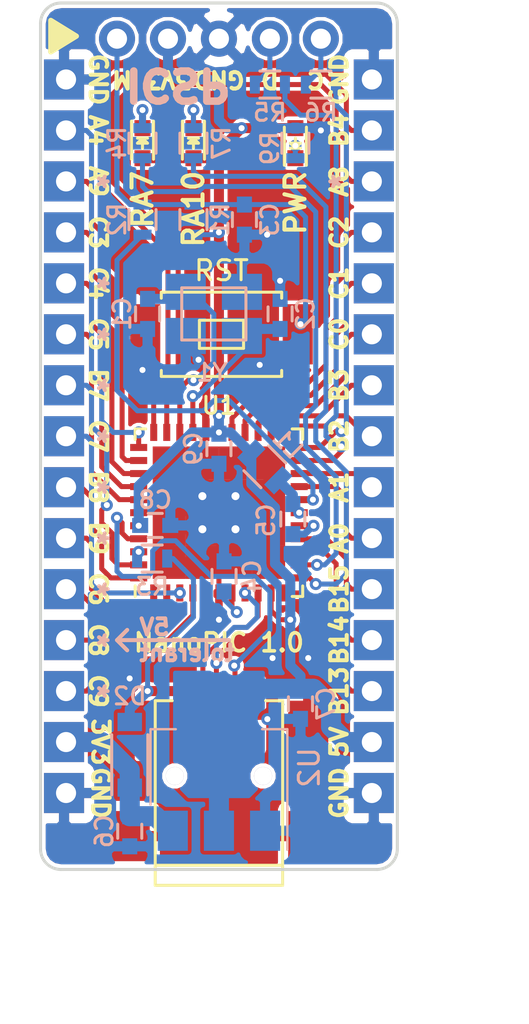
<source format=kicad_pcb>
(kicad_pcb (version 20170123) (host pcbnew no-vcs-found-cf5bae7~58~ubuntu16.04.1)

  (general
    (links 110)
    (no_connects 0)
    (area 113.3625 64.5625 143.890001 117.680001)
    (thickness 1)
    (drawings 67)
    (tracks 466)
    (zones 0)
    (modules 30)
    (nets 49)
  )

  (page A3)
  (title_block
    (title STM32-PCB_1v1)
    (date "09th August 2015")
    (rev 1.1)
    (company "GreenTeam GreenMonster")
  )

  (layers
    (0 F.Cu signal)
    (31 B.Cu signal)
    (32 B.Adhes user)
    (33 F.Adhes user)
    (34 B.Paste user)
    (35 F.Paste user)
    (36 B.SilkS user)
    (37 F.SilkS user)
    (38 B.Mask user)
    (39 F.Mask user)
    (40 Dwgs.User user)
    (41 Cmts.User user)
    (42 Eco1.User user)
    (43 Eco2.User user)
    (44 Edge.Cuts user)
    (45 Margin user)
    (46 B.CrtYd user)
    (47 F.CrtYd user)
    (48 B.Fab user)
    (49 F.Fab user)
  )

  (setup
    (last_trace_width 0.25)
    (user_trace_width 0.25)
    (user_trace_width 0.3)
    (user_trace_width 0.35)
    (user_trace_width 0.5)
    (user_trace_width 0.8)
    (user_trace_width 1)
    (user_trace_width 1.5)
    (user_trace_width 5)
    (trace_clearance 0.16)
    (zone_clearance 0.18)
    (zone_45_only no)
    (trace_min 0.2)
    (segment_width 0.2)
    (edge_width 2)
    (via_size 0.6)
    (via_drill 0.3)
    (via_min_size 0.6)
    (via_min_drill 0.3)
    (user_via 0.6 0.3)
    (user_via 0.8 0.4)
    (uvia_size 0.508)
    (uvia_drill 0.127)
    (uvias_allowed no)
    (uvia_min_size 0.508)
    (uvia_min_drill 0.127)
    (pcb_text_width 0.3)
    (pcb_text_size 1.5 1.5)
    (mod_edge_width 0.15)
    (mod_text_size 1 1)
    (mod_text_width 0.15)
    (pad_size 0.89916 0.89916)
    (pad_drill 0.89916)
    (pad_to_mask_clearance 0.1)
    (solder_mask_min_width 0.1)
    (aux_axis_origin 0 0)
    (visible_elements 7FFFFF7F)
    (pcbplotparams
      (layerselection 0x010f0_ffffffff)
      (usegerberextensions true)
      (excludeedgelayer true)
      (linewidth 0.150000)
      (plotframeref false)
      (viasonmask false)
      (mode 1)
      (useauxorigin false)
      (hpglpennumber 1)
      (hpglpenspeed 20)
      (hpglpendiameter 15)
      (psnegative false)
      (psa4output false)
      (plotreference true)
      (plotvalue false)
      (plotinvisibletext false)
      (padsonsilk false)
      (subtractmaskfromsilk true)
      (outputformat 1)
      (mirror false)
      (drillshape 0)
      (scaleselection 1)
      (outputdirectory gerber/))
  )

  (net 0 "")
  (net 1 GND)
  (net 2 "Net-(D1-Pad1)")
  (net 3 +3V3)
  (net 4 /USB_ID)
  (net 5 /USB_D+)
  (net 6 /USB_D-)
  (net 7 /MCLR)
  (net 8 +5V)
  (net 9 /USB_VBUS)
  (net 10 /PGD)
  (net 11 /PGC)
  (net 12 "Net-(R2-Pad1)")
  (net 13 "Net-(C1-Pad1)")
  (net 14 "Net-(C2-Pad2)")
  (net 15 "Net-(C4-Pad1)")
  (net 16 VDDA)
  (net 17 VSSA)
  (net 18 "Net-(R3-Pad1)")
  (net 19 "Net-(R5-Pad2)")
  (net 20 "Net-(R6-Pad1)")
  (net 21 "Net-(D3-Pad1)")
  (net 22 "Net-(D5-Pad1)")
  (net 23 /RPC0)
  (net 24 /RPC1)
  (net 25 /RPB3_SCL2)
  (net 26 /RPB2_SDA2)
  (net 27 /RPC2)
  (net 28 /RPA9)
  (net 29 /RPC3)
  (net 30 /RPA0_REF+)
  (net 31 /RPC9)
  (net 32 /RPB8_SCL1)
  (net 33 /RPB9_SDA1)
  (net 34 /RPC7)
  (net 35 /RPC8)
  (net 36 /RPB13)
  (net 37 /RPB14)
  (net 38 /RPB15)
  (net 39 /RPB4)
  (net 40 /RPC4)
  (net 41 /RPC5)
  (net 42 /RPA4)
  (net 43 /RPB7)
  (net 44 /RPC6)
  (net 45 /LED1)
  (net 46 /LED2)
  (net 47 /RPA8)
  (net 48 /RPA1_REF-)

  (net_class Default "Dies ist die voreingestellte Netzklasse."
    (clearance 0.16)
    (trace_width 0.25)
    (via_dia 0.6)
    (via_drill 0.3)
    (uvia_dia 0.508)
    (uvia_drill 0.127)
    (add_net +3V3)
    (add_net +5V)
    (add_net /LED1)
    (add_net /LED2)
    (add_net /MCLR)
    (add_net /PGC)
    (add_net /PGD)
    (add_net /RPA0_REF+)
    (add_net /RPA1_REF-)
    (add_net /RPA4)
    (add_net /RPA8)
    (add_net /RPA9)
    (add_net /RPB13)
    (add_net /RPB14)
    (add_net /RPB15)
    (add_net /RPB2_SDA2)
    (add_net /RPB3_SCL2)
    (add_net /RPB4)
    (add_net /RPB7)
    (add_net /RPB8_SCL1)
    (add_net /RPB9_SDA1)
    (add_net /RPC0)
    (add_net /RPC1)
    (add_net /RPC2)
    (add_net /RPC3)
    (add_net /RPC4)
    (add_net /RPC5)
    (add_net /RPC6)
    (add_net /RPC7)
    (add_net /RPC8)
    (add_net /RPC9)
    (add_net /USB_D+)
    (add_net /USB_D-)
    (add_net /USB_ID)
    (add_net /USB_VBUS)
    (add_net GND)
    (add_net "Net-(C1-Pad1)")
    (add_net "Net-(C2-Pad2)")
    (add_net "Net-(C4-Pad1)")
    (add_net "Net-(D1-Pad1)")
    (add_net "Net-(D3-Pad1)")
    (add_net "Net-(D5-Pad1)")
    (add_net "Net-(R2-Pad1)")
    (add_net "Net-(R3-Pad1)")
    (add_net "Net-(R5-Pad2)")
    (add_net "Net-(R6-Pad1)")
    (add_net VDDA)
    (add_net VSSA)
  )

  (module pic_nano_footprints:ICSP_2.54 (layer F.Cu) (tedit 58339E74) (tstamp 5833A17C)
    (at 119.38 66.548 90)
    (descr "Through hole pin header")
    (tags "pin header")
    (path /582E99F8)
    (fp_text reference P8 (at 0 -5.1 90) (layer F.SilkS) hide
      (effects (font (size 1 1) (thickness 0.15)))
    )
    (fp_text value ICSP (at 0 -3.1 90) (layer F.Fab) hide
      (effects (font (size 1 1) (thickness 0.15)))
    )
    (fp_line (start -1.75 -1.75) (end -1.75 11.95) (layer F.CrtYd) (width 0.05))
    (fp_line (start 1.75 -1.75) (end 1.75 11.95) (layer F.CrtYd) (width 0.05))
    (fp_line (start -1.75 -1.75) (end 1.75 -1.75) (layer F.CrtYd) (width 0.05))
    (fp_line (start -1.75 11.95) (end 1.75 11.95) (layer F.CrtYd) (width 0.05))
    (pad 1 thru_hole circle (at 0 0 90) (size 1.8 1.8) (drill 1) (layers *.Cu *.Mask)
      (net 7 /MCLR))
    (pad 2 thru_hole circle (at 0 2.54 90) (size 1.8 1.8) (drill 1) (layers *.Cu *.Mask)
      (net 3 +3V3))
    (pad 3 thru_hole circle (at 0 5.08 90) (size 1.8 1.8) (drill 1) (layers *.Cu *.Mask)
      (net 1 GND))
    (pad 4 thru_hole circle (at 0 7.62 90) (size 1.8 1.8) (drill 1) (layers *.Cu *.Mask)
      (net 10 /PGD))
    (pad 5 thru_hole circle (at 0 10.16 90) (size 1.8 1.8) (drill 1) (layers *.Cu *.Mask)
      (net 11 /PGC))
    (model ${KISYS3DMOD}/Pin_Headers.3dshapes/Pin_Header_Straight_1x05_Pitch2.54mm.wrl
      (at (xyz 0 -0.2 0))
      (scale (xyz 1 1 1))
      (rotate (xyz 0 0 90))
    )
  )

  (module pic_nano_footprints:USB_Mini-B_handsolder (layer F.Cu) (tedit 5833A816) (tstamp 582C8817)
    (at 124.46 104.14 90)
    (descr "USB Mini-B 5-pin SMD connector")
    (tags "USB USB_B USB_Mini connector")
    (path /582C877E)
    (attr smd)
    (fp_text reference P7 (at -1.905 0 180) (layer F.Fab) hide
      (effects (font (size 1 1) (thickness 0.15)))
    )
    (fp_text value USB_OTG (at -3.175 0 180) (layer F.Fab) hide
      (effects (font (size 1 1) (thickness 0.15)))
    )
    (fp_line (start 4.59994 -3.175) (end 4.59994 -2.32664) (layer F.SilkS) (width 0.15))
    (fp_line (start -4.85 -5.7) (end 4.85 -5.7) (layer F.CrtYd) (width 0.05))
    (fp_line (start 4.85 -5.7) (end 4.85 5.7) (layer F.CrtYd) (width 0.05))
    (fp_line (start 4.85 5.7) (end -4.85 5.7) (layer F.CrtYd) (width 0.05))
    (fp_line (start -4.85 5.7) (end -4.85 -5.7) (layer F.CrtYd) (width 0.05))
    (fp_line (start -3.59918 -3.175) (end -3.59918 3.175) (layer F.SilkS) (width 0.15))
    (fp_line (start -4.59994 -3.175) (end -4.59994 3.175) (layer F.SilkS) (width 0.15))
    (fp_line (start -4.59994 3.175) (end 4.59994 3.175) (layer F.SilkS) (width 0.15))
    (fp_line (start 4.59994 3.175) (end 4.59994 2.32664) (layer F.SilkS) (width 0.15))
    (fp_line (start 4.59994 -3.175) (end -4.59994 -3.175) (layer F.SilkS) (width 0.15))
    (pad 1 smd rect (at 3.9 -1.6002 90) (size 3.30124 0.50038) (layers F.Cu F.Paste F.Mask)
      (net 9 /USB_VBUS))
    (pad 2 smd rect (at 3.9 -0.8001 90) (size 3.30124 0.50038) (layers F.Cu F.Paste F.Mask)
      (net 6 /USB_D-))
    (pad 3 smd rect (at 3.9 0 90) (size 3.30124 0.50038) (layers F.Cu F.Paste F.Mask)
      (net 5 /USB_D+))
    (pad 4 smd rect (at 3.9 0.8001 90) (size 3.30124 0.50038) (layers F.Cu F.Paste F.Mask)
      (net 4 /USB_ID))
    (pad 5 smd rect (at 3.9 1.6002 90) (size 3.30124 0.50038) (layers F.Cu F.Paste F.Mask)
      (net 1 GND))
    (pad 6 smd rect (at 3.35026 -4.45008 90) (size 2.49936 1.99898) (layers F.Cu F.Paste F.Mask)
      (net 1 GND))
    (pad 6 smd rect (at -2.14884 -4.45008 90) (size 2.49936 1.99898) (layers F.Cu F.Paste F.Mask)
      (net 1 GND))
    (pad 6 smd rect (at 3.35026 4.45008 90) (size 2.49936 1.99898) (layers F.Cu F.Paste F.Mask)
      (net 1 GND))
    (pad 6 smd rect (at -2.14884 4.45008 90) (size 2.49936 1.99898) (layers F.Cu F.Paste F.Mask)
      (net 1 GND))
    (pad "" thru_hole circle (at 0.8509 -2.19964 90) (size 0.89916 0.89916) (drill 0.89916) (layers *.Cu *.Mask))
    (pad "" thru_hole circle (at 0.8509 2.19964 90) (size 0.89916 0.89916) (drill 0.89916) (layers *.Cu *.Mask))
    (model 3d/AB2_USB_MINI_SMD.wrl
      (at (xyz -0.1968503937007874 0 0))
      (scale (xyz 0.4 0.4 0.4))
      (rotate (xyz 0 0 90))
    )
  )

  (module LEDs:LED_0603 (layer F.Cu) (tedit 582F18EE) (tstamp 582DDB7C)
    (at 120.65 71.755 270)
    (descr "LED 0603 smd package")
    (tags "LED led 0603 SMD smd SMT smt smdled SMDLED smtled SMTLED")
    (path /582F4D70)
    (attr smd)
    (fp_text reference D1 (at 0 -1.5 270) (layer F.SilkS) hide
      (effects (font (size 1 1) (thickness 0.15)))
    )
    (fp_text value LED (at 0 1.5 270) (layer F.Fab) hide
      (effects (font (size 1 1) (thickness 0.15)))
    )
    (fp_line (start -0.3 -0.2) (end -0.3 0.2) (layer F.Fab) (width 0.15))
    (fp_line (start -0.2 0) (end 0.1 -0.2) (layer F.Fab) (width 0.15))
    (fp_line (start 0.1 0.2) (end -0.2 0) (layer F.Fab) (width 0.15))
    (fp_line (start 0.1 -0.2) (end 0.1 0.2) (layer F.Fab) (width 0.15))
    (fp_line (start 0.8 0.4) (end -0.8 0.4) (layer F.Fab) (width 0.15))
    (fp_line (start 0.8 -0.4) (end 0.8 0.4) (layer F.Fab) (width 0.15))
    (fp_line (start -0.8 -0.4) (end 0.8 -0.4) (layer F.Fab) (width 0.15))
    (fp_line (start -0.8 0.4) (end -0.8 -0.4) (layer F.Fab) (width 0.15))
    (fp_line (start -1.1 0.55) (end 0.8 0.55) (layer F.SilkS) (width 0.15))
    (fp_line (start -1.1 -0.55) (end 0.8 -0.55) (layer F.SilkS) (width 0.15))
    (fp_line (start -0.2 0) (end 0.25 0) (layer F.SilkS) (width 0.15))
    (fp_line (start -0.25 -0.25) (end -0.25 0.25) (layer F.SilkS) (width 0.15))
    (fp_line (start -0.25 0) (end 0 -0.25) (layer F.SilkS) (width 0.15))
    (fp_line (start 0 -0.25) (end 0 0.25) (layer F.SilkS) (width 0.15))
    (fp_line (start 0 0.25) (end -0.25 0) (layer F.SilkS) (width 0.15))
    (fp_line (start 1.4 -0.75) (end 1.4 0.75) (layer F.CrtYd) (width 0.05))
    (fp_line (start 1.4 0.75) (end -1.4 0.75) (layer F.CrtYd) (width 0.05))
    (fp_line (start -1.4 0.75) (end -1.4 -0.75) (layer F.CrtYd) (width 0.05))
    (fp_line (start -1.4 -0.75) (end 1.4 -0.75) (layer F.CrtYd) (width 0.05))
    (pad 2 smd rect (at 0.7493 0 90) (size 0.79756 0.79756) (layers F.Cu F.Paste F.Mask)
      (net 3 +3V3))
    (pad 1 smd rect (at -0.7493 0 90) (size 0.79756 0.79756) (layers F.Cu F.Paste F.Mask)
      (net 2 "Net-(D1-Pad1)"))
    (model LEDs.3dshapes/LED_0603.wrl
      (at (xyz 0 0 0))
      (scale (xyz 1 1 1))
      (rotate (xyz 0 0 180))
    )
  )

  (module Resistors_SMD:R_0603 (layer B.Cu) (tedit 583061F6) (tstamp 582DDBCB)
    (at 123.19 75.565 270)
    (descr "Resistor SMD 0603, reflow soldering, Vishay (see dcrcw.pdf)")
    (tags "resistor 0603")
    (path /582EBF06)
    (attr smd)
    (fp_text reference R1 (at 0 -1.3335 270) (layer B.SilkS)
      (effects (font (size 0.85 0.85) (thickness 0.15)) (justify mirror))
    )
    (fp_text value 10k (at 0 -1.9 270) (layer B.Fab)
      (effects (font (size 1 1) (thickness 0.15)) (justify mirror))
    )
    (fp_line (start -1.3 0.8) (end 1.3 0.8) (layer B.CrtYd) (width 0.05))
    (fp_line (start -1.3 -0.8) (end 1.3 -0.8) (layer B.CrtYd) (width 0.05))
    (fp_line (start -1.3 0.8) (end -1.3 -0.8) (layer B.CrtYd) (width 0.05))
    (fp_line (start 1.3 0.8) (end 1.3 -0.8) (layer B.CrtYd) (width 0.05))
    (fp_line (start 0.5 -0.675) (end -0.5 -0.675) (layer B.SilkS) (width 0.15))
    (fp_line (start -0.5 0.675) (end 0.5 0.675) (layer B.SilkS) (width 0.15))
    (pad 1 smd rect (at -0.75 0 270) (size 0.5 0.9) (layers B.Cu B.Paste B.Mask)
      (net 7 /MCLR))
    (pad 2 smd rect (at 0.75 0 270) (size 0.5 0.9) (layers B.Cu B.Paste B.Mask)
      (net 3 +3V3))
    (model Resistors_SMD.3dshapes/R_0603.wrl
      (at (xyz 0 0 0))
      (scale (xyz 1 1 1))
      (rotate (xyz 0 0 0))
    )
  )

  (module Resistors_SMD:R_0603 (layer B.Cu) (tedit 58306217) (tstamp 582DDBD1)
    (at 120.65 75.565 90)
    (descr "Resistor SMD 0603, reflow soldering, Vishay (see dcrcw.pdf)")
    (tags "resistor 0603")
    (path /582EBEFF)
    (attr smd)
    (fp_text reference R2 (at 0 -1.27 90) (layer B.SilkS)
      (effects (font (size 0.85 0.85) (thickness 0.15)) (justify mirror))
    )
    (fp_text value 100 (at 0 -1.9 90) (layer B.Fab)
      (effects (font (size 1 1) (thickness 0.15)) (justify mirror))
    )
    (fp_line (start -1.3 0.8) (end 1.3 0.8) (layer B.CrtYd) (width 0.05))
    (fp_line (start -1.3 -0.8) (end 1.3 -0.8) (layer B.CrtYd) (width 0.05))
    (fp_line (start -1.3 0.8) (end -1.3 -0.8) (layer B.CrtYd) (width 0.05))
    (fp_line (start 1.3 0.8) (end 1.3 -0.8) (layer B.CrtYd) (width 0.05))
    (fp_line (start 0.5 -0.675) (end -0.5 -0.675) (layer B.SilkS) (width 0.15))
    (fp_line (start -0.5 0.675) (end 0.5 0.675) (layer B.SilkS) (width 0.15))
    (pad 1 smd rect (at -0.75 0 90) (size 0.5 0.9) (layers B.Cu B.Paste B.Mask)
      (net 12 "Net-(R2-Pad1)"))
    (pad 2 smd rect (at 0.75 0 90) (size 0.5 0.9) (layers B.Cu B.Paste B.Mask)
      (net 7 /MCLR))
    (model Resistors_SMD.3dshapes/R_0603.wrl
      (at (xyz 0 0 0))
      (scale (xyz 1 1 1))
      (rotate (xyz 0 0 0))
    )
  )

  (module Resistors_SMD:R_0603 (layer B.Cu) (tedit 5830621F) (tstamp 582DDBD7)
    (at 120.65 71.755 270)
    (descr "Resistor SMD 0603, reflow soldering, Vishay (see dcrcw.pdf)")
    (tags "resistor 0603")
    (path /582F4D77)
    (attr smd)
    (fp_text reference R4 (at 0 1.27 270) (layer B.SilkS)
      (effects (font (size 0.85 0.85) (thickness 0.15)) (justify mirror))
    )
    (fp_text value 1k (at 0 -1.9 270) (layer B.Fab)
      (effects (font (size 1 1) (thickness 0.15)) (justify mirror))
    )
    (fp_line (start -1.3 0.8) (end 1.3 0.8) (layer B.CrtYd) (width 0.05))
    (fp_line (start -1.3 -0.8) (end 1.3 -0.8) (layer B.CrtYd) (width 0.05))
    (fp_line (start -1.3 0.8) (end -1.3 -0.8) (layer B.CrtYd) (width 0.05))
    (fp_line (start 1.3 0.8) (end 1.3 -0.8) (layer B.CrtYd) (width 0.05))
    (fp_line (start 0.5 -0.675) (end -0.5 -0.675) (layer B.SilkS) (width 0.15))
    (fp_line (start -0.5 0.675) (end 0.5 0.675) (layer B.SilkS) (width 0.15))
    (pad 1 smd rect (at -0.75 0 270) (size 0.5 0.9) (layers B.Cu B.Paste B.Mask)
      (net 2 "Net-(D1-Pad1)"))
    (pad 2 smd rect (at 0.75 0 270) (size 0.5 0.9) (layers B.Cu B.Paste B.Mask)
      (net 45 /LED1))
    (model Resistors_SMD.3dshapes/R_0603.wrl
      (at (xyz 0 0 0))
      (scale (xyz 1 1 1))
      (rotate (xyz 0 0 0))
    )
  )

  (module Housings_DFN_QFN:QFN-44-1EP_8x8mm_Pitch0.65mm (layer F.Cu) (tedit 5830627F) (tstamp 582E52BE)
    (at 124.46 90.17 90)
    (descr "44-Lead Plastic Quad Flat, No Lead Package (ML) - 8x8 mm Body [QFN]; (see Microchip Packaging Specification 00000049BS.pdf)")
    (tags "QFN 0.65")
    (path /582F1EE0)
    (attr smd)
    (fp_text reference U1 (at 5.334 0) (layer F.SilkS)
      (effects (font (size 0.85 0.85) (thickness 0.15)))
    )
    (fp_text value PIC32MX270F256B (at 0 5.425 90) (layer F.Fab)
      (effects (font (size 1 1) (thickness 0.15)))
    )
    (fp_line (start 4.175 -4.175) (end 3.65 -4.175) (layer F.SilkS) (width 0.15))
    (fp_line (start 4.175 4.175) (end 3.65 4.175) (layer F.SilkS) (width 0.15))
    (fp_line (start -4.175 4.175) (end -3.65 4.175) (layer F.SilkS) (width 0.15))
    (fp_line (start -4.175 -4.175) (end -3.65 -4.175) (layer F.SilkS) (width 0.15))
    (fp_line (start 4.175 4.175) (end 4.175 3.65) (layer F.SilkS) (width 0.15))
    (fp_line (start -4.175 4.175) (end -4.175 3.65) (layer F.SilkS) (width 0.15))
    (fp_line (start 4.175 -4.175) (end 4.175 -3.65) (layer F.SilkS) (width 0.15))
    (fp_line (start -4.7 4.7) (end 4.7 4.7) (layer F.CrtYd) (width 0.05))
    (fp_line (start -4.7 -4.7) (end 4.7 -4.7) (layer F.CrtYd) (width 0.05))
    (fp_line (start 4.7 -4.7) (end 4.7 4.7) (layer F.CrtYd) (width 0.05))
    (fp_line (start -4.7 -4.7) (end -4.7 4.7) (layer F.CrtYd) (width 0.05))
    (fp_line (start -4 -3) (end -3 -4) (layer F.Fab) (width 0.15))
    (fp_line (start -4 4) (end -4 -3) (layer F.Fab) (width 0.15))
    (fp_line (start 4 4) (end -4 4) (layer F.Fab) (width 0.15))
    (fp_line (start 4 -4) (end 4 4) (layer F.Fab) (width 0.15))
    (fp_line (start -3 -4) (end 4 -4) (layer F.Fab) (width 0.15))
    (pad 45 smd rect (at -2.475 -2.475 90) (size 1.65 1.65) (layers F.Cu F.Paste F.Mask)
      (net 1 GND) (solder_paste_margin_ratio -0.2))
    (pad 45 smd rect (at -2.475 -0.825 90) (size 1.65 1.65) (layers F.Cu F.Paste F.Mask)
      (net 1 GND) (solder_paste_margin_ratio -0.2))
    (pad 45 smd rect (at -2.475 0.825 90) (size 1.65 1.65) (layers F.Cu F.Paste F.Mask)
      (net 1 GND) (solder_paste_margin_ratio -0.2))
    (pad 45 smd rect (at -2.475 2.475 90) (size 1.65 1.65) (layers F.Cu F.Paste F.Mask)
      (net 1 GND) (solder_paste_margin_ratio -0.2))
    (pad 45 smd rect (at -0.825 -2.475 90) (size 1.65 1.65) (layers F.Cu F.Paste F.Mask)
      (net 1 GND) (solder_paste_margin_ratio -0.2))
    (pad 45 smd rect (at -0.825 -0.825 90) (size 1.65 1.65) (layers F.Cu F.Paste F.Mask)
      (net 1 GND) (solder_paste_margin_ratio -0.2))
    (pad 45 smd rect (at -0.825 0.825 90) (size 1.65 1.65) (layers F.Cu F.Paste F.Mask)
      (net 1 GND) (solder_paste_margin_ratio -0.2))
    (pad 45 smd rect (at -0.825 2.475 90) (size 1.65 1.65) (layers F.Cu F.Paste F.Mask)
      (net 1 GND) (solder_paste_margin_ratio -0.2))
    (pad 45 smd rect (at 0.825 -2.475 90) (size 1.65 1.65) (layers F.Cu F.Paste F.Mask)
      (net 1 GND) (solder_paste_margin_ratio -0.2))
    (pad 45 smd rect (at 0.825 -0.825 90) (size 1.65 1.65) (layers F.Cu F.Paste F.Mask)
      (net 1 GND) (solder_paste_margin_ratio -0.2))
    (pad 45 smd rect (at 0.825 0.825 90) (size 1.65 1.65) (layers F.Cu F.Paste F.Mask)
      (net 1 GND) (solder_paste_margin_ratio -0.2))
    (pad 45 smd rect (at 0.825 2.475 90) (size 1.65 1.65) (layers F.Cu F.Paste F.Mask)
      (net 1 GND) (solder_paste_margin_ratio -0.2))
    (pad 45 smd rect (at 2.475 -2.475 90) (size 1.65 1.65) (layers F.Cu F.Paste F.Mask)
      (net 1 GND) (solder_paste_margin_ratio -0.2))
    (pad 45 smd rect (at 2.475 -0.825 90) (size 1.65 1.65) (layers F.Cu F.Paste F.Mask)
      (net 1 GND) (solder_paste_margin_ratio -0.2))
    (pad 45 smd rect (at 2.475 0.825 90) (size 1.65 1.65) (layers F.Cu F.Paste F.Mask)
      (net 1 GND) (solder_paste_margin_ratio -0.2))
    (pad 45 smd rect (at 2.475 2.475 90) (size 1.65 1.65) (layers F.Cu F.Paste F.Mask)
      (net 1 GND) (solder_paste_margin_ratio -0.2))
    (pad 44 smd rect (at -3.25 -4 180) (size 0.85 0.35) (layers F.Cu F.Paste F.Mask)
      (net 32 /RPB8_SCL1))
    (pad 43 smd rect (at -2.6 -4 180) (size 0.85 0.35) (layers F.Cu F.Paste F.Mask)
      (net 43 /RPB7))
    (pad 42 smd rect (at -1.95 -4 180) (size 0.85 0.35) (layers F.Cu F.Paste F.Mask)
      (net 18 "Net-(R3-Pad1)"))
    (pad 41 smd rect (at -1.3 -4 180) (size 0.85 0.35) (layers F.Cu F.Paste F.Mask)
      (net 4 /USB_ID))
    (pad 40 smd rect (at -0.65 -4 180) (size 0.85 0.35) (layers F.Cu F.Paste F.Mask)
      (net 3 +3V3))
    (pad 39 smd rect (at 0 -4 180) (size 0.85 0.35) (layers F.Cu F.Paste F.Mask)
      (net 1 GND))
    (pad 38 smd rect (at 0.65 -4 180) (size 0.85 0.35) (layers F.Cu F.Paste F.Mask)
      (net 41 /RPC5))
    (pad 37 smd rect (at 1.3 -4 180) (size 0.85 0.35) (layers F.Cu F.Paste F.Mask)
      (net 40 /RPC4))
    (pad 36 smd rect (at 1.95 -4 180) (size 0.85 0.35) (layers F.Cu F.Paste F.Mask)
      (net 29 /RPC3))
    (pad 35 smd rect (at 2.6 -4 180) (size 0.85 0.35) (layers F.Cu F.Paste F.Mask)
      (net 28 /RPA9))
    (pad 34 smd rect (at 3.25 -4 180) (size 0.85 0.35) (layers F.Cu F.Paste F.Mask)
      (net 42 /RPA4))
    (pad 33 smd rect (at 4 -3.25 90) (size 0.85 0.35) (layers F.Cu F.Paste F.Mask)
      (net 39 /RPB4))
    (pad 32 smd rect (at 4 -2.6 90) (size 0.85 0.35) (layers F.Cu F.Paste F.Mask)
      (net 47 /RPA8))
    (pad 31 smd rect (at 4 -1.95 90) (size 0.85 0.35) (layers F.Cu F.Paste F.Mask)
      (net 13 "Net-(C1-Pad1)"))
    (pad 30 smd rect (at 4 -1.3 90) (size 0.85 0.35) (layers F.Cu F.Paste F.Mask)
      (net 14 "Net-(C2-Pad2)"))
    (pad 29 smd rect (at 4 -0.65 90) (size 0.85 0.35) (layers F.Cu F.Paste F.Mask)
      (net 1 GND))
    (pad 28 smd rect (at 4 0 90) (size 0.85 0.35) (layers F.Cu F.Paste F.Mask)
      (net 3 +3V3))
    (pad 27 smd rect (at 4 0.65 90) (size 0.85 0.35) (layers F.Cu F.Paste F.Mask)
      (net 27 /RPC2))
    (pad 26 smd rect (at 4 1.3 90) (size 0.85 0.35) (layers F.Cu F.Paste F.Mask)
      (net 24 /RPC1))
    (pad 25 smd rect (at 4 1.95 90) (size 0.85 0.35) (layers F.Cu F.Paste F.Mask)
      (net 23 /RPC0))
    (pad 24 smd rect (at 4 2.6 90) (size 0.85 0.35) (layers F.Cu F.Paste F.Mask)
      (net 25 /RPB3_SCL2))
    (pad 23 smd rect (at 4 3.25 90) (size 0.85 0.35) (layers F.Cu F.Paste F.Mask)
      (net 26 /RPB2_SDA2))
    (pad 22 smd rect (at 3.25 4 180) (size 0.85 0.35) (layers F.Cu F.Paste F.Mask)
      (net 20 "Net-(R6-Pad1)"))
    (pad 21 smd rect (at 2.6 4 180) (size 0.85 0.35) (layers F.Cu F.Paste F.Mask)
      (net 19 "Net-(R5-Pad2)"))
    (pad 20 smd rect (at 1.95 4 180) (size 0.85 0.35) (layers F.Cu F.Paste F.Mask)
      (net 48 /RPA1_REF-))
    (pad 19 smd rect (at 1.3 4 180) (size 0.85 0.35) (layers F.Cu F.Paste F.Mask)
      (net 30 /RPA0_REF+))
    (pad 18 smd rect (at 0.65 4 180) (size 0.85 0.35) (layers F.Cu F.Paste F.Mask)
      (net 12 "Net-(R2-Pad1)"))
    (pad 17 smd rect (at 0 4 180) (size 0.85 0.35) (layers F.Cu F.Paste F.Mask)
      (net 16 VDDA))
    (pad 16 smd rect (at -0.65 4 180) (size 0.85 0.35) (layers F.Cu F.Paste F.Mask)
      (net 17 VSSA))
    (pad 15 smd rect (at -1.3 4 180) (size 0.85 0.35) (layers F.Cu F.Paste F.Mask)
      (net 38 /RPB15))
    (pad 14 smd rect (at -1.95 4 180) (size 0.85 0.35) (layers F.Cu F.Paste F.Mask)
      (net 37 /RPB14))
    (pad 13 smd rect (at -2.6 4 180) (size 0.85 0.35) (layers F.Cu F.Paste F.Mask)
      (net 45 /LED1))
    (pad 12 smd rect (at -3.25 4 180) (size 0.85 0.35) (layers F.Cu F.Paste F.Mask)
      (net 46 /LED2))
    (pad 11 smd rect (at -4 3.25 90) (size 0.85 0.35) (layers F.Cu F.Paste F.Mask)
      (net 36 /RPB13))
    (pad 10 smd rect (at -4 2.6 90) (size 0.85 0.35) (layers F.Cu F.Paste F.Mask)
      (net 3 +3V3))
    (pad 9 smd rect (at -4 1.95 90) (size 0.85 0.35) (layers F.Cu F.Paste F.Mask)
      (net 6 /USB_D-))
    (pad 8 smd rect (at -4 1.3 90) (size 0.85 0.35) (layers F.Cu F.Paste F.Mask)
      (net 5 /USB_D+))
    (pad 7 smd rect (at -4 0.65 90) (size 0.85 0.35) (layers F.Cu F.Paste F.Mask)
      (net 15 "Net-(C4-Pad1)"))
    (pad 6 smd rect (at -4 0 90) (size 0.85 0.35) (layers F.Cu F.Paste F.Mask)
      (net 1 GND))
    (pad 5 smd rect (at -4 -0.65 90) (size 0.85 0.35) (layers F.Cu F.Paste F.Mask)
      (net 31 /RPC9))
    (pad 4 smd rect (at -4 -1.3 90) (size 0.85 0.35) (layers F.Cu F.Paste F.Mask)
      (net 35 /RPC8))
    (pad 3 smd rect (at -4 -1.95 90) (size 0.85 0.35) (layers F.Cu F.Paste F.Mask)
      (net 34 /RPC7))
    (pad 2 smd rect (at -4 -2.6 90) (size 0.85 0.35) (layers F.Cu F.Paste F.Mask)
      (net 44 /RPC6))
    (pad 1 smd rect (at -4 -3.25 90) (size 0.85 0.35) (layers F.Cu F.Paste F.Mask)
      (net 33 /RPB9_SDA1))
    (model Housings_DFN_QFN.3dshapes/QFN-44-1EP_8x8mm_Pitch0.65mm.wrl
      (at (xyz 0 0 0))
      (scale (xyz 1 1 1))
      (rotate (xyz 0 0 0))
    )
  )

  (module Capacitors_SMD:C_0603 (layer B.Cu) (tedit 5830625B) (tstamp 582F1052)
    (at 120.904 80.264 270)
    (descr "Capacitor SMD 0603, reflow soldering, AVX (see smccp.pdf)")
    (tags "capacitor 0603")
    (path /582E46D2)
    (attr smd)
    (fp_text reference C1 (at 0 1.27 270) (layer B.SilkS)
      (effects (font (size 0.85 0.85) (thickness 0.15)) (justify mirror))
    )
    (fp_text value 22p (at 0 -1.9 270) (layer B.Fab)
      (effects (font (size 1 1) (thickness 0.15)) (justify mirror))
    )
    (fp_line (start -0.8 -0.4) (end -0.8 0.4) (layer B.Fab) (width 0.15))
    (fp_line (start 0.8 -0.4) (end -0.8 -0.4) (layer B.Fab) (width 0.15))
    (fp_line (start 0.8 0.4) (end 0.8 -0.4) (layer B.Fab) (width 0.15))
    (fp_line (start -0.8 0.4) (end 0.8 0.4) (layer B.Fab) (width 0.15))
    (fp_line (start -1.45 0.75) (end 1.45 0.75) (layer B.CrtYd) (width 0.05))
    (fp_line (start -1.45 -0.75) (end 1.45 -0.75) (layer B.CrtYd) (width 0.05))
    (fp_line (start -1.45 0.75) (end -1.45 -0.75) (layer B.CrtYd) (width 0.05))
    (fp_line (start 1.45 0.75) (end 1.45 -0.75) (layer B.CrtYd) (width 0.05))
    (fp_line (start -0.35 0.6) (end 0.35 0.6) (layer B.SilkS) (width 0.15))
    (fp_line (start 0.35 -0.6) (end -0.35 -0.6) (layer B.SilkS) (width 0.15))
    (pad 1 smd rect (at -0.75 0 270) (size 0.8 0.75) (layers B.Cu B.Paste B.Mask)
      (net 13 "Net-(C1-Pad1)"))
    (pad 2 smd rect (at 0.75 0 270) (size 0.8 0.75) (layers B.Cu B.Paste B.Mask)
      (net 1 GND))
    (model Capacitors_SMD.3dshapes/C_0603.wrl
      (at (xyz 0 0 0))
      (scale (xyz 1 1 1))
      (rotate (xyz 0 0 0))
    )
  )

  (module Capacitors_SMD:C_0603 (layer B.Cu) (tedit 58306267) (tstamp 582F1058)
    (at 127.508 80.264 270)
    (descr "Capacitor SMD 0603, reflow soldering, AVX (see smccp.pdf)")
    (tags "capacitor 0603")
    (path /582E4653)
    (attr smd)
    (fp_text reference C2 (at 0 -1.27 270) (layer B.SilkS)
      (effects (font (size 0.85 0.85) (thickness 0.15)) (justify mirror))
    )
    (fp_text value 22p (at 0 -1.9 270) (layer B.Fab)
      (effects (font (size 1 1) (thickness 0.15)) (justify mirror))
    )
    (fp_line (start -0.8 -0.4) (end -0.8 0.4) (layer B.Fab) (width 0.15))
    (fp_line (start 0.8 -0.4) (end -0.8 -0.4) (layer B.Fab) (width 0.15))
    (fp_line (start 0.8 0.4) (end 0.8 -0.4) (layer B.Fab) (width 0.15))
    (fp_line (start -0.8 0.4) (end 0.8 0.4) (layer B.Fab) (width 0.15))
    (fp_line (start -1.45 0.75) (end 1.45 0.75) (layer B.CrtYd) (width 0.05))
    (fp_line (start -1.45 -0.75) (end 1.45 -0.75) (layer B.CrtYd) (width 0.05))
    (fp_line (start -1.45 0.75) (end -1.45 -0.75) (layer B.CrtYd) (width 0.05))
    (fp_line (start 1.45 0.75) (end 1.45 -0.75) (layer B.CrtYd) (width 0.05))
    (fp_line (start -0.35 0.6) (end 0.35 0.6) (layer B.SilkS) (width 0.15))
    (fp_line (start 0.35 -0.6) (end -0.35 -0.6) (layer B.SilkS) (width 0.15))
    (pad 1 smd rect (at -0.75 0 270) (size 0.8 0.75) (layers B.Cu B.Paste B.Mask)
      (net 1 GND))
    (pad 2 smd rect (at 0.75 0 270) (size 0.8 0.75) (layers B.Cu B.Paste B.Mask)
      (net 14 "Net-(C2-Pad2)"))
    (model Capacitors_SMD.3dshapes/C_0603.wrl
      (at (xyz 0 0 0))
      (scale (xyz 1 1 1))
      (rotate (xyz 0 0 0))
    )
  )

  (module Capacitors_SMD:C_0603 (layer B.Cu) (tedit 5830620C) (tstamp 582F105E)
    (at 125.73 75.565 270)
    (descr "Capacitor SMD 0603, reflow soldering, AVX (see smccp.pdf)")
    (tags "capacitor 0603")
    (path /582ED1C4)
    (attr smd)
    (fp_text reference C3 (at 0 -1.27 270) (layer B.SilkS)
      (effects (font (size 0.85 0.85) (thickness 0.15)) (justify mirror))
    )
    (fp_text value 100n (at 0 -1.9 270) (layer B.Fab)
      (effects (font (size 1 1) (thickness 0.15)) (justify mirror))
    )
    (fp_line (start -0.8 -0.4) (end -0.8 0.4) (layer B.Fab) (width 0.15))
    (fp_line (start 0.8 -0.4) (end -0.8 -0.4) (layer B.Fab) (width 0.15))
    (fp_line (start 0.8 0.4) (end 0.8 -0.4) (layer B.Fab) (width 0.15))
    (fp_line (start -0.8 0.4) (end 0.8 0.4) (layer B.Fab) (width 0.15))
    (fp_line (start -1.45 0.75) (end 1.45 0.75) (layer B.CrtYd) (width 0.05))
    (fp_line (start -1.45 -0.75) (end 1.45 -0.75) (layer B.CrtYd) (width 0.05))
    (fp_line (start -1.45 0.75) (end -1.45 -0.75) (layer B.CrtYd) (width 0.05))
    (fp_line (start 1.45 0.75) (end 1.45 -0.75) (layer B.CrtYd) (width 0.05))
    (fp_line (start -0.35 0.6) (end 0.35 0.6) (layer B.SilkS) (width 0.15))
    (fp_line (start 0.35 -0.6) (end -0.35 -0.6) (layer B.SilkS) (width 0.15))
    (pad 1 smd rect (at -0.75 0 270) (size 0.8 0.75) (layers B.Cu B.Paste B.Mask)
      (net 7 /MCLR))
    (pad 2 smd rect (at 0.75 0 270) (size 0.8 0.75) (layers B.Cu B.Paste B.Mask)
      (net 1 GND))
    (model Capacitors_SMD.3dshapes/C_0603.wrl
      (at (xyz 0 0 0))
      (scale (xyz 1 1 1))
      (rotate (xyz 0 0 0))
    )
  )

  (module Capacitors_SMD:C_0603 (layer B.Cu) (tedit 58306358) (tstamp 582F1064)
    (at 124.714 93.345 90)
    (descr "Capacitor SMD 0603, reflow soldering, AVX (see smccp.pdf)")
    (tags "capacitor 0603")
    (path /582F4394)
    (attr smd)
    (fp_text reference C4 (at 0 1.397 90) (layer B.SilkS)
      (effects (font (size 0.85 0.85) (thickness 0.15)) (justify mirror))
    )
    (fp_text value 10u (at 0 -1.9 90) (layer B.Fab)
      (effects (font (size 1 1) (thickness 0.15)) (justify mirror))
    )
    (fp_line (start -0.8 -0.4) (end -0.8 0.4) (layer B.Fab) (width 0.15))
    (fp_line (start 0.8 -0.4) (end -0.8 -0.4) (layer B.Fab) (width 0.15))
    (fp_line (start 0.8 0.4) (end 0.8 -0.4) (layer B.Fab) (width 0.15))
    (fp_line (start -0.8 0.4) (end 0.8 0.4) (layer B.Fab) (width 0.15))
    (fp_line (start -1.45 0.75) (end 1.45 0.75) (layer B.CrtYd) (width 0.05))
    (fp_line (start -1.45 -0.75) (end 1.45 -0.75) (layer B.CrtYd) (width 0.05))
    (fp_line (start -1.45 0.75) (end -1.45 -0.75) (layer B.CrtYd) (width 0.05))
    (fp_line (start 1.45 0.75) (end 1.45 -0.75) (layer B.CrtYd) (width 0.05))
    (fp_line (start -0.35 0.6) (end 0.35 0.6) (layer B.SilkS) (width 0.15))
    (fp_line (start 0.35 -0.6) (end -0.35 -0.6) (layer B.SilkS) (width 0.15))
    (pad 1 smd rect (at -0.75 0 90) (size 0.8 0.75) (layers B.Cu B.Paste B.Mask)
      (net 15 "Net-(C4-Pad1)"))
    (pad 2 smd rect (at 0.75 0 90) (size 0.8 0.75) (layers B.Cu B.Paste B.Mask)
      (net 1 GND))
    (model Capacitors_SMD.3dshapes/C_0603.wrl
      (at (xyz 0 0 0))
      (scale (xyz 1 1 1))
      (rotate (xyz 0 0 0))
    )
  )

  (module Capacitors_SMD:C_0603 (layer B.Cu) (tedit 58306348) (tstamp 582F106A)
    (at 128.143 90.4875 270)
    (descr "Capacitor SMD 0603, reflow soldering, AVX (see smccp.pdf)")
    (tags "capacitor 0603")
    (path /582F2DDF)
    (attr smd)
    (fp_text reference C5 (at 0.0635 1.3335 270) (layer B.SilkS)
      (effects (font (size 0.85 0.85) (thickness 0.15)) (justify mirror))
    )
    (fp_text value 100n (at 0 -1.9 270) (layer B.Fab)
      (effects (font (size 1 1) (thickness 0.15)) (justify mirror))
    )
    (fp_line (start -0.8 -0.4) (end -0.8 0.4) (layer B.Fab) (width 0.15))
    (fp_line (start 0.8 -0.4) (end -0.8 -0.4) (layer B.Fab) (width 0.15))
    (fp_line (start 0.8 0.4) (end 0.8 -0.4) (layer B.Fab) (width 0.15))
    (fp_line (start -0.8 0.4) (end 0.8 0.4) (layer B.Fab) (width 0.15))
    (fp_line (start -1.45 0.75) (end 1.45 0.75) (layer B.CrtYd) (width 0.05))
    (fp_line (start -1.45 -0.75) (end 1.45 -0.75) (layer B.CrtYd) (width 0.05))
    (fp_line (start -1.45 0.75) (end -1.45 -0.75) (layer B.CrtYd) (width 0.05))
    (fp_line (start 1.45 0.75) (end 1.45 -0.75) (layer B.CrtYd) (width 0.05))
    (fp_line (start -0.35 0.6) (end 0.35 0.6) (layer B.SilkS) (width 0.15))
    (fp_line (start 0.35 -0.6) (end -0.35 -0.6) (layer B.SilkS) (width 0.15))
    (pad 1 smd rect (at -0.75 0 270) (size 0.8 0.75) (layers B.Cu B.Paste B.Mask)
      (net 16 VDDA))
    (pad 2 smd rect (at 0.75 0 270) (size 0.8 0.75) (layers B.Cu B.Paste B.Mask)
      (net 17 VSSA))
    (model Capacitors_SMD.3dshapes/C_0603.wrl
      (at (xyz 0 0 0))
      (scale (xyz 1 1 1))
      (rotate (xyz 0 0 0))
    )
  )

  (module Resistors_SMD:R_0805 (layer B.Cu) (tedit 58306341) (tstamp 582F1070)
    (at 126.746 87.884 315)
    (descr "Resistor SMD 0805, reflow soldering, Vishay (see dcrcw.pdf)")
    (tags "resistor 0805")
    (path /582F28A9)
    (attr smd)
    (fp_text reference L1 (at 0 -1.616446 315) (layer B.SilkS)
      (effects (font (size 0.85 0.85) (thickness 0.15)) (justify mirror))
    )
    (fp_text value Inductor (at 0 -2.1 315) (layer B.Fab)
      (effects (font (size 1 1) (thickness 0.15)) (justify mirror))
    )
    (fp_line (start -1.6 1) (end 1.6 1) (layer B.CrtYd) (width 0.05))
    (fp_line (start -1.6 -1) (end 1.6 -1) (layer B.CrtYd) (width 0.05))
    (fp_line (start -1.6 1) (end -1.6 -1) (layer B.CrtYd) (width 0.05))
    (fp_line (start 1.6 1) (end 1.6 -1) (layer B.CrtYd) (width 0.05))
    (fp_line (start 0.6 -0.875) (end -0.6 -0.875) (layer B.SilkS) (width 0.15))
    (fp_line (start -0.6 0.875) (end 0.6 0.875) (layer B.SilkS) (width 0.15))
    (pad 1 smd rect (at -0.949999 0 315) (size 0.7 1.3) (layers B.Cu B.Paste B.Mask)
      (net 3 +3V3))
    (pad 2 smd rect (at 0.949999 0 315) (size 0.7 1.3) (layers B.Cu B.Paste B.Mask)
      (net 16 VDDA))
    (model Resistors_SMD.3dshapes/R_0805.wrl
      (at (xyz 0 0 0))
      (scale (xyz 1 1 1))
      (rotate (xyz 0 0 0))
    )
  )

  (module Resistors_SMD:R_0603 (layer B.Cu) (tedit 5830635F) (tstamp 582F1086)
    (at 121.131932 92.456)
    (descr "Resistor SMD 0603, reflow soldering, Vishay (see dcrcw.pdf)")
    (tags "resistor 0603")
    (path /582E3097)
    (attr smd)
    (fp_text reference R3 (at 0 1.397) (layer B.SilkS)
      (effects (font (size 0.85 0.85) (thickness 0.15)) (justify mirror))
    )
    (fp_text value 10k (at 0 -1.9) (layer B.Fab)
      (effects (font (size 1 1) (thickness 0.15)) (justify mirror))
    )
    (fp_line (start -1.3 0.8) (end 1.3 0.8) (layer B.CrtYd) (width 0.05))
    (fp_line (start -1.3 -0.8) (end 1.3 -0.8) (layer B.CrtYd) (width 0.05))
    (fp_line (start -1.3 0.8) (end -1.3 -0.8) (layer B.CrtYd) (width 0.05))
    (fp_line (start 1.3 0.8) (end 1.3 -0.8) (layer B.CrtYd) (width 0.05))
    (fp_line (start 0.5 -0.675) (end -0.5 -0.675) (layer B.SilkS) (width 0.15))
    (fp_line (start -0.5 0.675) (end 0.5 0.675) (layer B.SilkS) (width 0.15))
    (pad 1 smd rect (at -0.75 0) (size 0.5 0.9) (layers B.Cu B.Paste B.Mask)
      (net 18 "Net-(R3-Pad1)"))
    (pad 2 smd rect (at 0.75 0) (size 0.5 0.9) (layers B.Cu B.Paste B.Mask)
      (net 9 /USB_VBUS))
    (model Resistors_SMD.3dshapes/R_0603.wrl
      (at (xyz 0 0 0))
      (scale (xyz 1 1 1))
      (rotate (xyz 0 0 0))
    )
  )

  (module Resistors_SMD:R_0603 (layer B.Cu) (tedit 5830624E) (tstamp 582F108C)
    (at 127 68.834)
    (descr "Resistor SMD 0603, reflow soldering, Vishay (see dcrcw.pdf)")
    (tags "resistor 0603")
    (path /582EA052)
    (attr smd)
    (fp_text reference R5 (at 0 1.397) (layer B.SilkS)
      (effects (font (size 0.85 0.85) (thickness 0.15)) (justify mirror))
    )
    (fp_text value 33 (at 0 -1.9) (layer B.Fab)
      (effects (font (size 1 1) (thickness 0.15)) (justify mirror))
    )
    (fp_line (start -1.3 0.8) (end 1.3 0.8) (layer B.CrtYd) (width 0.05))
    (fp_line (start -1.3 -0.8) (end 1.3 -0.8) (layer B.CrtYd) (width 0.05))
    (fp_line (start -1.3 0.8) (end -1.3 -0.8) (layer B.CrtYd) (width 0.05))
    (fp_line (start 1.3 0.8) (end 1.3 -0.8) (layer B.CrtYd) (width 0.05))
    (fp_line (start 0.5 -0.675) (end -0.5 -0.675) (layer B.SilkS) (width 0.15))
    (fp_line (start -0.5 0.675) (end 0.5 0.675) (layer B.SilkS) (width 0.15))
    (pad 1 smd rect (at -0.75 0) (size 0.5 0.9) (layers B.Cu B.Paste B.Mask)
      (net 10 /PGD))
    (pad 2 smd rect (at 0.75 0) (size 0.5 0.9) (layers B.Cu B.Paste B.Mask)
      (net 19 "Net-(R5-Pad2)"))
    (model Resistors_SMD.3dshapes/R_0603.wrl
      (at (xyz 0 0 0))
      (scale (xyz 1 1 1))
      (rotate (xyz 0 0 0))
    )
  )

  (module Resistors_SMD:R_0603 (layer B.Cu) (tedit 58306248) (tstamp 582F1092)
    (at 129.54 68.834 180)
    (descr "Resistor SMD 0603, reflow soldering, Vishay (see dcrcw.pdf)")
    (tags "resistor 0603")
    (path /582EA26C)
    (attr smd)
    (fp_text reference R6 (at 0 -1.397 180) (layer B.SilkS)
      (effects (font (size 0.85 0.85) (thickness 0.15)) (justify mirror))
    )
    (fp_text value 33 (at 0 -1.9 180) (layer B.Fab)
      (effects (font (size 1 1) (thickness 0.15)) (justify mirror))
    )
    (fp_line (start -1.3 0.8) (end 1.3 0.8) (layer B.CrtYd) (width 0.05))
    (fp_line (start -1.3 -0.8) (end 1.3 -0.8) (layer B.CrtYd) (width 0.05))
    (fp_line (start -1.3 0.8) (end -1.3 -0.8) (layer B.CrtYd) (width 0.05))
    (fp_line (start 1.3 0.8) (end 1.3 -0.8) (layer B.CrtYd) (width 0.05))
    (fp_line (start 0.5 -0.675) (end -0.5 -0.675) (layer B.SilkS) (width 0.15))
    (fp_line (start -0.5 0.675) (end 0.5 0.675) (layer B.SilkS) (width 0.15))
    (pad 1 smd rect (at -0.75 0 180) (size 0.5 0.9) (layers B.Cu B.Paste B.Mask)
      (net 20 "Net-(R6-Pad1)"))
    (pad 2 smd rect (at 0.75 0 180) (size 0.5 0.9) (layers B.Cu B.Paste B.Mask)
      (net 11 /PGC))
    (model Resistors_SMD.3dshapes/R_0603.wrl
      (at (xyz 0 0 0))
      (scale (xyz 1 1 1))
      (rotate (xyz 0 0 0))
    )
  )

  (module pic_nano_footprints:crystal_3225 (layer B.Cu) (tedit 58306270) (tstamp 582F10A0)
    (at 124.206 80.264)
    (descr "crystal 3225")
    (path /582E213D)
    (fp_text reference Y1 (at -0.1 2.921) (layer B.SilkS)
      (effects (font (size 0.85 0.85) (thickness 0.15)) (justify mirror))
    )
    (fp_text value CRYSTAL_SMD (at 0.2 -2.3) (layer B.Fab)
      (effects (font (size 1 1) (thickness 0.15)) (justify mirror))
    )
    (fp_line (start -1.6 -1.3) (end -1.6 1.3) (layer B.SilkS) (width 0.15))
    (fp_line (start 1.6 -1.3) (end -1.6 -1.3) (layer B.SilkS) (width 0.15))
    (fp_line (start 1.6 1.3) (end 1.6 -1.3) (layer B.SilkS) (width 0.15))
    (fp_line (start -1.6 1.3) (end 1.6 1.3) (layer B.SilkS) (width 0.15))
    (pad 3 smd rect (at -1.4 1.1) (size 2 1.8) (layers B.Cu B.Paste B.Mask)
      (net 1 GND))
    (pad 1 smd rect (at -1.4 -1.1) (size 2 1.8) (layers B.Cu B.Paste B.Mask)
      (net 13 "Net-(C1-Pad1)"))
    (pad 3 smd rect (at 1.4 -1.1) (size 2 1.8) (layers B.Cu B.Paste B.Mask)
      (net 1 GND))
    (pad 2 smd rect (at 1.4 1.1) (size 2 1.8) (layers B.Cu B.Paste B.Mask)
      (net 14 "Net-(C2-Pad2)"))
    (model ${KISYS3DMOD}/Crystals.3dshapes/Crystal_SMD_SeikoEpson_TSX3225-4pin_3.2x2.5mm.wrl
      (at (xyz 0 0 0))
      (scale (xyz 0.24 0.24 0.24))
      (rotate (xyz 0 0 0))
    )
  )

  (module Capacitors_SMD:C_0603 (layer B.Cu) (tedit 5830629D) (tstamp 582F1445)
    (at 120.015 106.045 90)
    (descr "Capacitor SMD 0603, reflow soldering, AVX (see smccp.pdf)")
    (tags "capacitor 0603")
    (path /582FBA18)
    (attr smd)
    (fp_text reference C6 (at 0 -1.27 90) (layer B.SilkS)
      (effects (font (size 0.85 0.85) (thickness 0.15)) (justify mirror))
    )
    (fp_text value 10u (at 0 -1.9 90) (layer B.Fab)
      (effects (font (size 1 1) (thickness 0.15)) (justify mirror))
    )
    (fp_line (start -0.8 -0.4) (end -0.8 0.4) (layer B.Fab) (width 0.15))
    (fp_line (start 0.8 -0.4) (end -0.8 -0.4) (layer B.Fab) (width 0.15))
    (fp_line (start 0.8 0.4) (end 0.8 -0.4) (layer B.Fab) (width 0.15))
    (fp_line (start -0.8 0.4) (end 0.8 0.4) (layer B.Fab) (width 0.15))
    (fp_line (start -1.45 0.75) (end 1.45 0.75) (layer B.CrtYd) (width 0.05))
    (fp_line (start -1.45 -0.75) (end 1.45 -0.75) (layer B.CrtYd) (width 0.05))
    (fp_line (start -1.45 0.75) (end -1.45 -0.75) (layer B.CrtYd) (width 0.05))
    (fp_line (start 1.45 0.75) (end 1.45 -0.75) (layer B.CrtYd) (width 0.05))
    (fp_line (start -0.35 0.6) (end 0.35 0.6) (layer B.SilkS) (width 0.15))
    (fp_line (start 0.35 -0.6) (end -0.35 -0.6) (layer B.SilkS) (width 0.15))
    (pad 1 smd rect (at -0.75 0 90) (size 0.8 0.75) (layers B.Cu B.Paste B.Mask)
      (net 1 GND))
    (pad 2 smd rect (at 0.75 0 90) (size 0.8 0.75) (layers B.Cu B.Paste B.Mask)
      (net 8 +5V))
    (model Capacitors_SMD.3dshapes/C_0603.wrl
      (at (xyz 0 0 0))
      (scale (xyz 1 1 1))
      (rotate (xyz 0 0 0))
    )
  )

  (module Capacitors_SMD:C_0603 (layer B.Cu) (tedit 5830628B) (tstamp 582F144B)
    (at 128.524 99.695 270)
    (descr "Capacitor SMD 0603, reflow soldering, AVX (see smccp.pdf)")
    (tags "capacitor 0603")
    (path /582FCE04)
    (attr smd)
    (fp_text reference C7 (at 0 -1.27 270) (layer B.SilkS)
      (effects (font (size 0.85 0.85) (thickness 0.15)) (justify mirror))
    )
    (fp_text value 10u (at 0 -1.9 270) (layer B.Fab)
      (effects (font (size 1 1) (thickness 0.15)) (justify mirror))
    )
    (fp_line (start -0.8 -0.4) (end -0.8 0.4) (layer B.Fab) (width 0.15))
    (fp_line (start 0.8 -0.4) (end -0.8 -0.4) (layer B.Fab) (width 0.15))
    (fp_line (start 0.8 0.4) (end 0.8 -0.4) (layer B.Fab) (width 0.15))
    (fp_line (start -0.8 0.4) (end 0.8 0.4) (layer B.Fab) (width 0.15))
    (fp_line (start -1.45 0.75) (end 1.45 0.75) (layer B.CrtYd) (width 0.05))
    (fp_line (start -1.45 -0.75) (end 1.45 -0.75) (layer B.CrtYd) (width 0.05))
    (fp_line (start -1.45 0.75) (end -1.45 -0.75) (layer B.CrtYd) (width 0.05))
    (fp_line (start 1.45 0.75) (end 1.45 -0.75) (layer B.CrtYd) (width 0.05))
    (fp_line (start -0.35 0.6) (end 0.35 0.6) (layer B.SilkS) (width 0.15))
    (fp_line (start 0.35 -0.6) (end -0.35 -0.6) (layer B.SilkS) (width 0.15))
    (pad 1 smd rect (at -0.75 0 270) (size 0.8 0.75) (layers B.Cu B.Paste B.Mask)
      (net 3 +3V3))
    (pad 2 smd rect (at 0.75 0 270) (size 0.8 0.75) (layers B.Cu B.Paste B.Mask)
      (net 1 GND))
    (model Capacitors_SMD.3dshapes/C_0603.wrl
      (at (xyz 0 0 0))
      (scale (xyz 1 1 1))
      (rotate (xyz 0 0 0))
    )
  )

  (module Diodes_SMD:SOD-123 (layer B.Cu) (tedit 583062A5) (tstamp 582F1451)
    (at 120.015 102.235 90)
    (descr SOD-123)
    (tags SOD-123)
    (path /582FC755)
    (attr smd)
    (fp_text reference D2 (at 2.921 0 180) (layer B.SilkS)
      (effects (font (size 0.85 0.85) (thickness 0.15)) (justify mirror))
    )
    (fp_text value D (at 0 -2.1 90) (layer B.Fab)
      (effects (font (size 1 1) (thickness 0.15)) (justify mirror))
    )
    (fp_line (start 0.25 0) (end 0.75 0) (layer B.Fab) (width 0.15))
    (fp_line (start 0.25 -0.4) (end -0.35 0) (layer B.Fab) (width 0.15))
    (fp_line (start 0.25 0.4) (end 0.25 -0.4) (layer B.Fab) (width 0.15))
    (fp_line (start -0.35 0) (end 0.25 0.4) (layer B.Fab) (width 0.15))
    (fp_line (start -0.35 0) (end -0.35 -0.55) (layer B.Fab) (width 0.15))
    (fp_line (start -0.35 0) (end -0.35 0.55) (layer B.Fab) (width 0.15))
    (fp_line (start -0.75 0) (end -0.35 0) (layer B.Fab) (width 0.15))
    (fp_line (start -1.35 -0.8) (end -1.35 0.8) (layer B.Fab) (width 0.15))
    (fp_line (start 1.35 -0.8) (end -1.35 -0.8) (layer B.Fab) (width 0.15))
    (fp_line (start 1.35 0.8) (end 1.35 -0.8) (layer B.Fab) (width 0.15))
    (fp_line (start -1.35 0.8) (end 1.35 0.8) (layer B.Fab) (width 0.15))
    (fp_line (start -2.25 1.05) (end 2.25 1.05) (layer B.CrtYd) (width 0.05))
    (fp_line (start 2.25 1.05) (end 2.25 -1.05) (layer B.CrtYd) (width 0.05))
    (fp_line (start 2.25 -1.05) (end -2.25 -1.05) (layer B.CrtYd) (width 0.05))
    (fp_line (start -2.25 1.05) (end -2.25 -1.05) (layer B.CrtYd) (width 0.05))
    (fp_line (start -2 -0.9) (end 1 -0.9) (layer B.SilkS) (width 0.15))
    (fp_line (start -2 0.9) (end 1 0.9) (layer B.SilkS) (width 0.15))
    (pad 1 smd rect (at -1.635 0 90) (size 0.91 1.22) (layers B.Cu B.Paste B.Mask)
      (net 8 +5V))
    (pad 2 smd rect (at 1.635 0 90) (size 0.91 1.22) (layers B.Cu B.Paste B.Mask)
      (net 9 /USB_VBUS))
    (model ${KISYS3DMOD}/Diodes_SMD.3dshapes/D_SOD-123.wrl
      (at (xyz 0 0 0))
      (scale (xyz 1 1 1))
      (rotate (xyz 0 0 0))
    )
  )

  (module pic_nano_footprints:SW_SMD_3x6x2.5mm (layer F.Cu) (tedit 58305F87) (tstamp 582F1098)
    (at 124.587 81.28)
    (descr "SMD Switch eBay")
    (path /582EC6A3)
    (attr smd)
    (fp_text reference SW1 (at 0 -3.175) (layer F.SilkS) hide
      (effects (font (size 1 1) (thickness 0.15)))
    )
    (fp_text value RST (at 0 -3.175) (layer F.SilkS)
      (effects (font (size 1 1) (thickness 0.15)))
    )
    (fp_line (start -1.1 -0.7) (end 1.1 -0.7) (layer F.SilkS) (width 0.15))
    (fp_line (start 1.1 -0.7) (end 1.1 0.7) (layer F.SilkS) (width 0.15))
    (fp_line (start 1.1 0.7) (end -1.1 0.7) (layer F.SilkS) (width 0.15))
    (fp_line (start -1.1 0.7) (end -1.1 -0.7) (layer F.SilkS) (width 0.15))
    (fp_line (start -3 -2) (end 3 -2) (layer F.CrtYd) (width 0.05))
    (fp_line (start -3 2.1) (end 3 2.1) (layer F.SilkS) (width 0.15))
    (fp_line (start -3 2) (end 3 2) (layer F.CrtYd) (width 0.05))
    (fp_line (start -3 -2) (end -3 2) (layer F.CrtYd) (width 0.05))
    (fp_line (start 3 -2) (end 3 2) (layer F.CrtYd) (width 0.05))
    (fp_line (start -3 -2.1) (end 3 -2.1) (layer F.SilkS) (width 0.15))
    (fp_line (start -3 2.1) (end -3 1.8) (layer F.SilkS) (width 0.15))
    (fp_line (start 3 2.1) (end 3 1.8) (layer F.SilkS) (width 0.15))
    (fp_line (start 3 -1.8) (end 3 -2.1) (layer F.SilkS) (width 0.15))
    (fp_line (start -3 -1.8) (end -3 -2.1) (layer F.SilkS) (width 0.15))
    (pad 1 smd rect (at -3.8 0) (size 1.5 3) (layers F.Cu F.Paste F.Mask)
      (net 1 GND))
    (pad 2 smd rect (at 3.8 0) (size 1.5 3) (layers F.Cu F.Paste F.Mask)
      (net 7 /MCLR))
    (model 3d/walter/switch/smd_push.wrl
      (at (xyz 0 0 0))
      (scale (xyz 1 1 1))
      (rotate (xyz 0 0 0))
    )
  )

  (module LEDs:LED_0603 (layer F.Cu) (tedit 582F18F7) (tstamp 582F1914)
    (at 123.19 71.755 270)
    (descr "LED 0603 smd package")
    (tags "LED led 0603 SMD smd SMT smt smdled SMDLED smtled SMTLED")
    (path /582FF27D)
    (attr smd)
    (fp_text reference D3 (at 0 -1.5 270) (layer F.SilkS) hide
      (effects (font (size 1 1) (thickness 0.15)))
    )
    (fp_text value LED (at 0 1.5 270) (layer F.Fab) hide
      (effects (font (size 1 1) (thickness 0.15)))
    )
    (fp_line (start -0.3 -0.2) (end -0.3 0.2) (layer F.Fab) (width 0.15))
    (fp_line (start -0.2 0) (end 0.1 -0.2) (layer F.Fab) (width 0.15))
    (fp_line (start 0.1 0.2) (end -0.2 0) (layer F.Fab) (width 0.15))
    (fp_line (start 0.1 -0.2) (end 0.1 0.2) (layer F.Fab) (width 0.15))
    (fp_line (start 0.8 0.4) (end -0.8 0.4) (layer F.Fab) (width 0.15))
    (fp_line (start 0.8 -0.4) (end 0.8 0.4) (layer F.Fab) (width 0.15))
    (fp_line (start -0.8 -0.4) (end 0.8 -0.4) (layer F.Fab) (width 0.15))
    (fp_line (start -0.8 0.4) (end -0.8 -0.4) (layer F.Fab) (width 0.15))
    (fp_line (start -1.1 0.55) (end 0.8 0.55) (layer F.SilkS) (width 0.15))
    (fp_line (start -1.1 -0.55) (end 0.8 -0.55) (layer F.SilkS) (width 0.15))
    (fp_line (start -0.2 0) (end 0.25 0) (layer F.SilkS) (width 0.15))
    (fp_line (start -0.25 -0.25) (end -0.25 0.25) (layer F.SilkS) (width 0.15))
    (fp_line (start -0.25 0) (end 0 -0.25) (layer F.SilkS) (width 0.15))
    (fp_line (start 0 -0.25) (end 0 0.25) (layer F.SilkS) (width 0.15))
    (fp_line (start 0 0.25) (end -0.25 0) (layer F.SilkS) (width 0.15))
    (fp_line (start 1.4 -0.75) (end 1.4 0.75) (layer F.CrtYd) (width 0.05))
    (fp_line (start 1.4 0.75) (end -1.4 0.75) (layer F.CrtYd) (width 0.05))
    (fp_line (start -1.4 0.75) (end -1.4 -0.75) (layer F.CrtYd) (width 0.05))
    (fp_line (start -1.4 -0.75) (end 1.4 -0.75) (layer F.CrtYd) (width 0.05))
    (pad 2 smd rect (at 0.7493 0 90) (size 0.79756 0.79756) (layers F.Cu F.Paste F.Mask)
      (net 3 +3V3))
    (pad 1 smd rect (at -0.7493 0 90) (size 0.79756 0.79756) (layers F.Cu F.Paste F.Mask)
      (net 21 "Net-(D3-Pad1)"))
    (model LEDs.3dshapes/LED_0603.wrl
      (at (xyz 0 0 0))
      (scale (xyz 1 1 1))
      (rotate (xyz 0 0 180))
    )
  )

  (module LEDs:LED_0603 (layer F.Cu) (tedit 582F190B) (tstamp 582F1920)
    (at 128.27 71.755 90)
    (descr "LED 0603 smd package")
    (tags "LED led 0603 SMD smd SMT smt smdled SMDLED smtled SMTLED")
    (path /582FF3E7)
    (attr smd)
    (fp_text reference D5 (at 0 -1.5 90) (layer F.SilkS) hide
      (effects (font (size 1 1) (thickness 0.15)))
    )
    (fp_text value LED (at 0 1.5 90) (layer F.Fab) hide
      (effects (font (size 1 1) (thickness 0.15)))
    )
    (fp_line (start -0.3 -0.2) (end -0.3 0.2) (layer F.Fab) (width 0.15))
    (fp_line (start -0.2 0) (end 0.1 -0.2) (layer F.Fab) (width 0.15))
    (fp_line (start 0.1 0.2) (end -0.2 0) (layer F.Fab) (width 0.15))
    (fp_line (start 0.1 -0.2) (end 0.1 0.2) (layer F.Fab) (width 0.15))
    (fp_line (start 0.8 0.4) (end -0.8 0.4) (layer F.Fab) (width 0.15))
    (fp_line (start 0.8 -0.4) (end 0.8 0.4) (layer F.Fab) (width 0.15))
    (fp_line (start -0.8 -0.4) (end 0.8 -0.4) (layer F.Fab) (width 0.15))
    (fp_line (start -0.8 0.4) (end -0.8 -0.4) (layer F.Fab) (width 0.15))
    (fp_line (start -1.1 0.55) (end 0.8 0.55) (layer F.SilkS) (width 0.15))
    (fp_line (start -1.1 -0.55) (end 0.8 -0.55) (layer F.SilkS) (width 0.15))
    (fp_line (start -0.2 0) (end 0.25 0) (layer F.SilkS) (width 0.15))
    (fp_line (start -0.25 -0.25) (end -0.25 0.25) (layer F.SilkS) (width 0.15))
    (fp_line (start -0.25 0) (end 0 -0.25) (layer F.SilkS) (width 0.15))
    (fp_line (start 0 -0.25) (end 0 0.25) (layer F.SilkS) (width 0.15))
    (fp_line (start 0 0.25) (end -0.25 0) (layer F.SilkS) (width 0.15))
    (fp_line (start 1.4 -0.75) (end 1.4 0.75) (layer F.CrtYd) (width 0.05))
    (fp_line (start 1.4 0.75) (end -1.4 0.75) (layer F.CrtYd) (width 0.05))
    (fp_line (start -1.4 0.75) (end -1.4 -0.75) (layer F.CrtYd) (width 0.05))
    (fp_line (start -1.4 -0.75) (end 1.4 -0.75) (layer F.CrtYd) (width 0.05))
    (pad 2 smd rect (at 0.7493 0 270) (size 0.79756 0.79756) (layers F.Cu F.Paste F.Mask)
      (net 3 +3V3))
    (pad 1 smd rect (at -0.7493 0 270) (size 0.79756 0.79756) (layers F.Cu F.Paste F.Mask)
      (net 22 "Net-(D5-Pad1)"))
    (model LEDs.3dshapes/LED_0603.wrl
      (at (xyz 0 0 0))
      (scale (xyz 1 1 1))
      (rotate (xyz 0 0 180))
    )
  )

  (module Resistors_SMD:R_0603 (layer B.Cu) (tedit 58306226) (tstamp 582F1926)
    (at 123.19 71.755 270)
    (descr "Resistor SMD 0603, reflow soldering, Vishay (see dcrcw.pdf)")
    (tags "resistor 0603")
    (path /582FF283)
    (attr smd)
    (fp_text reference R7 (at 0 -1.397 270) (layer B.SilkS)
      (effects (font (size 0.85 0.85) (thickness 0.15)) (justify mirror))
    )
    (fp_text value 1k (at 0 -1.9 270) (layer B.Fab)
      (effects (font (size 1 1) (thickness 0.15)) (justify mirror))
    )
    (fp_line (start -1.3 0.8) (end 1.3 0.8) (layer B.CrtYd) (width 0.05))
    (fp_line (start -1.3 -0.8) (end 1.3 -0.8) (layer B.CrtYd) (width 0.05))
    (fp_line (start -1.3 0.8) (end -1.3 -0.8) (layer B.CrtYd) (width 0.05))
    (fp_line (start 1.3 0.8) (end 1.3 -0.8) (layer B.CrtYd) (width 0.05))
    (fp_line (start 0.5 -0.675) (end -0.5 -0.675) (layer B.SilkS) (width 0.15))
    (fp_line (start -0.5 0.675) (end 0.5 0.675) (layer B.SilkS) (width 0.15))
    (pad 1 smd rect (at -0.75 0 270) (size 0.5 0.9) (layers B.Cu B.Paste B.Mask)
      (net 21 "Net-(D3-Pad1)"))
    (pad 2 smd rect (at 0.75 0 270) (size 0.5 0.9) (layers B.Cu B.Paste B.Mask)
      (net 46 /LED2))
    (model Resistors_SMD.3dshapes/R_0603.wrl
      (at (xyz 0 0 0))
      (scale (xyz 1 1 1))
      (rotate (xyz 0 0 0))
    )
  )

  (module Resistors_SMD:R_0603 (layer B.Cu) (tedit 58306240) (tstamp 582F1932)
    (at 128.27 71.755 90)
    (descr "Resistor SMD 0603, reflow soldering, Vishay (see dcrcw.pdf)")
    (tags "resistor 0603")
    (path /582FF3ED)
    (attr smd)
    (fp_text reference R9 (at -0.254 -1.27 90) (layer B.SilkS)
      (effects (font (size 0.85 0.85) (thickness 0.15)) (justify mirror))
    )
    (fp_text value 1k (at 0 -1.9 90) (layer B.Fab)
      (effects (font (size 1 1) (thickness 0.15)) (justify mirror))
    )
    (fp_line (start -1.3 0.8) (end 1.3 0.8) (layer B.CrtYd) (width 0.05))
    (fp_line (start -1.3 -0.8) (end 1.3 -0.8) (layer B.CrtYd) (width 0.05))
    (fp_line (start -1.3 0.8) (end -1.3 -0.8) (layer B.CrtYd) (width 0.05))
    (fp_line (start 1.3 0.8) (end 1.3 -0.8) (layer B.CrtYd) (width 0.05))
    (fp_line (start 0.5 -0.675) (end -0.5 -0.675) (layer B.SilkS) (width 0.15))
    (fp_line (start -0.5 0.675) (end 0.5 0.675) (layer B.SilkS) (width 0.15))
    (pad 1 smd rect (at -0.75 0 90) (size 0.5 0.9) (layers B.Cu B.Paste B.Mask)
      (net 22 "Net-(D5-Pad1)"))
    (pad 2 smd rect (at 0.75 0 90) (size 0.5 0.9) (layers B.Cu B.Paste B.Mask)
      (net 1 GND))
    (model Resistors_SMD.3dshapes/R_0603.wrl
      (at (xyz 0 0 0))
      (scale (xyz 1 1 1))
      (rotate (xyz 0 0 0))
    )
  )

  (module Capacitors_SMD:C_0603 (layer B.Cu) (tedit 58306352) (tstamp 582F1D1D)
    (at 121.285 90.805)
    (descr "Capacitor SMD 0603, reflow soldering, AVX (see smccp.pdf)")
    (tags "capacitor 0603")
    (path /582FFFAC)
    (attr smd)
    (fp_text reference C8 (at 0 -1.27) (layer B.SilkS)
      (effects (font (size 0.85 0.85) (thickness 0.15)) (justify mirror))
    )
    (fp_text value 100n (at 0 -1.9) (layer B.Fab)
      (effects (font (size 1 1) (thickness 0.15)) (justify mirror))
    )
    (fp_line (start -0.8 -0.4) (end -0.8 0.4) (layer B.Fab) (width 0.15))
    (fp_line (start 0.8 -0.4) (end -0.8 -0.4) (layer B.Fab) (width 0.15))
    (fp_line (start 0.8 0.4) (end 0.8 -0.4) (layer B.Fab) (width 0.15))
    (fp_line (start -0.8 0.4) (end 0.8 0.4) (layer B.Fab) (width 0.15))
    (fp_line (start -1.45 0.75) (end 1.45 0.75) (layer B.CrtYd) (width 0.05))
    (fp_line (start -1.45 -0.75) (end 1.45 -0.75) (layer B.CrtYd) (width 0.05))
    (fp_line (start -1.45 0.75) (end -1.45 -0.75) (layer B.CrtYd) (width 0.05))
    (fp_line (start 1.45 0.75) (end 1.45 -0.75) (layer B.CrtYd) (width 0.05))
    (fp_line (start -0.35 0.6) (end 0.35 0.6) (layer B.SilkS) (width 0.15))
    (fp_line (start 0.35 -0.6) (end -0.35 -0.6) (layer B.SilkS) (width 0.15))
    (pad 1 smd rect (at -0.75 0) (size 0.8 0.75) (layers B.Cu B.Paste B.Mask)
      (net 3 +3V3))
    (pad 2 smd rect (at 0.75 0) (size 0.8 0.75) (layers B.Cu B.Paste B.Mask)
      (net 1 GND))
    (model Capacitors_SMD.3dshapes/C_0603.wrl
      (at (xyz 0 0 0))
      (scale (xyz 1 1 1))
      (rotate (xyz 0 0 0))
    )
  )

  (module Capacitors_SMD:C_0603 (layer B.Cu) (tedit 5830633C) (tstamp 582F1D23)
    (at 124.46 86.983 270)
    (descr "Capacitor SMD 0603, reflow soldering, AVX (see smccp.pdf)")
    (tags "capacitor 0603")
    (path /582FFF07)
    (attr smd)
    (fp_text reference C9 (at 0 1.27 270) (layer B.SilkS)
      (effects (font (size 0.85 0.85) (thickness 0.15)) (justify mirror))
    )
    (fp_text value 100n (at 0 -1.9 270) (layer B.Fab)
      (effects (font (size 1 1) (thickness 0.15)) (justify mirror))
    )
    (fp_line (start -0.8 -0.4) (end -0.8 0.4) (layer B.Fab) (width 0.15))
    (fp_line (start 0.8 -0.4) (end -0.8 -0.4) (layer B.Fab) (width 0.15))
    (fp_line (start 0.8 0.4) (end 0.8 -0.4) (layer B.Fab) (width 0.15))
    (fp_line (start -0.8 0.4) (end 0.8 0.4) (layer B.Fab) (width 0.15))
    (fp_line (start -1.45 0.75) (end 1.45 0.75) (layer B.CrtYd) (width 0.05))
    (fp_line (start -1.45 -0.75) (end 1.45 -0.75) (layer B.CrtYd) (width 0.05))
    (fp_line (start -1.45 0.75) (end -1.45 -0.75) (layer B.CrtYd) (width 0.05))
    (fp_line (start 1.45 0.75) (end 1.45 -0.75) (layer B.CrtYd) (width 0.05))
    (fp_line (start -0.35 0.6) (end 0.35 0.6) (layer B.SilkS) (width 0.15))
    (fp_line (start 0.35 -0.6) (end -0.35 -0.6) (layer B.SilkS) (width 0.15))
    (pad 1 smd rect (at -0.75 0 270) (size 0.8 0.75) (layers B.Cu B.Paste B.Mask)
      (net 3 +3V3))
    (pad 2 smd rect (at 0.75 0 270) (size 0.8 0.75) (layers B.Cu B.Paste B.Mask)
      (net 1 GND))
    (model Capacitors_SMD.3dshapes/C_0603.wrl
      (at (xyz 0 0 0))
      (scale (xyz 1 1 1))
      (rotate (xyz 0 0 0))
    )
  )

  (module pic_nano_footprints:nano_pic_header (layer B.Cu) (tedit 583061BE) (tstamp 582F746D)
    (at 116.84 104.14)
    (descr "Through hole pin header")
    (tags "pin header")
    (path /582C75FA)
    (fp_text reference P1 (at 0 5.1) (layer B.SilkS) hide
      (effects (font (size 1 1) (thickness 0.15)) (justify mirror))
    )
    (fp_text value left_side (at 0 3.1) (layer B.Fab)
      (effects (font (size 1 1) (thickness 0.15)) (justify mirror))
    )
    (fp_line (start -1.75 1.75) (end -1.75 -37.35) (layer B.CrtYd) (width 0.05))
    (fp_line (start 1.75 1.75) (end 1.75 -37.35) (layer B.CrtYd) (width 0.05))
    (fp_line (start -1.75 1.75) (end 1.75 1.75) (layer B.CrtYd) (width 0.05))
    (fp_line (start -1.75 -37.35) (end 1.75 -37.35) (layer B.CrtYd) (width 0.05))
    (pad 1 thru_hole rect (at 0 0) (size 2 2) (drill 1 (offset -0.1 0)) (layers *.Cu *.Mask)
      (net 1 GND))
    (pad 2 thru_hole rect (at 0 -2.54) (size 2 2) (drill 1 (offset -0.1 0)) (layers *.Cu *.Mask)
      (net 8 +5V))
    (pad 3 thru_hole rect (at 0 -5.08) (size 2 2) (drill 1 (offset -0.1 0)) (layers *.Cu *.Mask)
      (net 31 /RPC9))
    (pad 4 thru_hole rect (at 0 -7.62) (size 2 2) (drill 1 (offset -0.1 0)) (layers *.Cu *.Mask)
      (net 35 /RPC8))
    (pad 5 thru_hole rect (at 0 -10.16) (size 2 2) (drill 1 (offset -0.1 0)) (layers *.Cu *.Mask)
      (net 44 /RPC6))
    (pad 6 thru_hole rect (at 0 -12.7) (size 2 2) (drill 1 (offset -0.1 0)) (layers *.Cu *.Mask)
      (net 33 /RPB9_SDA1))
    (pad 7 thru_hole rect (at 0 -15.24) (size 2 2) (drill 1 (offset -0.1 0)) (layers *.Cu *.Mask)
      (net 32 /RPB8_SCL1))
    (pad 8 thru_hole rect (at 0 -17.78) (size 2 2) (drill 1 (offset -0.1 0)) (layers *.Cu *.Mask)
      (net 34 /RPC7))
    (pad 9 thru_hole rect (at 0 -20.32) (size 2 2) (drill 1 (offset -0.1 0)) (layers *.Cu *.Mask)
      (net 43 /RPB7))
    (pad 10 thru_hole rect (at 0 -22.86) (size 2 2) (drill 1 (offset -0.1 0)) (layers *.Cu *.Mask)
      (net 41 /RPC5))
    (pad 11 thru_hole rect (at 0 -25.4) (size 2 2) (drill 1 (offset -0.1 0)) (layers *.Cu *.Mask)
      (net 40 /RPC4))
    (pad 12 thru_hole rect (at 0 -27.94) (size 2 2) (drill 1 (offset -0.1 0)) (layers *.Cu *.Mask)
      (net 29 /RPC3))
    (pad 13 thru_hole rect (at 0 -30.48) (size 2 2) (drill 1 (offset -0.1 0)) (layers *.Cu *.Mask)
      (net 28 /RPA9))
    (pad 14 thru_hole rect (at 0 -33.02) (size 2 2) (drill 1 (offset -0.1 0)) (layers *.Cu *.Mask)
      (net 42 /RPA4))
    (pad 15 thru_hole rect (at 0 -35.56) (size 2 2) (drill 1 (offset -0.1 0)) (layers *.Cu *.Mask)
      (net 1 GND))
    (model ${KISYS3DMOD}/Pin_Headers.3dshapes/Pin_Header_Straight_1x15_Pitch2.54mm.wrl
      (at (xyz 0 -0.7 0))
      (scale (xyz 1 1 1))
      (rotate (xyz 0 0 90))
    )
  )

  (module pic_nano_footprints:nano_pic_header (layer B.Cu) (tedit 583061B8) (tstamp 582F7483)
    (at 132.08 68.58 180)
    (descr "Through hole pin header")
    (tags "pin header")
    (path /582C7628)
    (fp_text reference P2 (at 0 0 180) (layer B.SilkS) hide
      (effects (font (size 1 1) (thickness 0.15)) (justify mirror))
    )
    (fp_text value right_side (at 0 3.1 180) (layer B.Fab)
      (effects (font (size 1 1) (thickness 0.15)) (justify mirror))
    )
    (fp_line (start -1.75 1.75) (end -1.75 -37.35) (layer B.CrtYd) (width 0.05))
    (fp_line (start 1.75 1.75) (end 1.75 -37.35) (layer B.CrtYd) (width 0.05))
    (fp_line (start -1.75 1.75) (end 1.75 1.75) (layer B.CrtYd) (width 0.05))
    (fp_line (start -1.75 -37.35) (end 1.75 -37.35) (layer B.CrtYd) (width 0.05))
    (pad 1 thru_hole rect (at 0 0 180) (size 2 2) (drill 1 (offset -0.1 0)) (layers *.Cu *.Mask)
      (net 1 GND))
    (pad 2 thru_hole rect (at 0 -2.54 180) (size 2 2) (drill 1 (offset -0.1 0)) (layers *.Cu *.Mask)
      (net 39 /RPB4))
    (pad 3 thru_hole rect (at 0 -5.08 180) (size 2 2) (drill 1 (offset -0.1 0)) (layers *.Cu *.Mask)
      (net 47 /RPA8))
    (pad 4 thru_hole rect (at 0 -7.62 180) (size 2 2) (drill 1 (offset -0.1 0)) (layers *.Cu *.Mask)
      (net 27 /RPC2))
    (pad 5 thru_hole rect (at 0 -10.16 180) (size 2 2) (drill 1 (offset -0.1 0)) (layers *.Cu *.Mask)
      (net 24 /RPC1))
    (pad 6 thru_hole rect (at 0 -12.7 180) (size 2 2) (drill 1 (offset -0.1 0)) (layers *.Cu *.Mask)
      (net 23 /RPC0))
    (pad 7 thru_hole rect (at 0 -15.24 180) (size 2 2) (drill 1 (offset -0.1 0)) (layers *.Cu *.Mask)
      (net 25 /RPB3_SCL2))
    (pad 8 thru_hole rect (at 0 -17.78 180) (size 2 2) (drill 1 (offset -0.1 0)) (layers *.Cu *.Mask)
      (net 26 /RPB2_SDA2))
    (pad 9 thru_hole rect (at 0 -20.32 180) (size 2 2) (drill 1 (offset -0.1 0)) (layers *.Cu *.Mask)
      (net 48 /RPA1_REF-))
    (pad 10 thru_hole rect (at 0 -22.86 180) (size 2 2) (drill 1 (offset -0.1 0)) (layers *.Cu *.Mask)
      (net 30 /RPA0_REF+))
    (pad 11 thru_hole rect (at 0 -25.4 180) (size 2 2) (drill 1 (offset -0.1 0)) (layers *.Cu *.Mask)
      (net 38 /RPB15))
    (pad 12 thru_hole rect (at 0 -27.94 180) (size 2 2) (drill 1 (offset -0.1 0)) (layers *.Cu *.Mask)
      (net 37 /RPB14))
    (pad 13 thru_hole rect (at 0 -30.48 180) (size 2 2) (drill 1 (offset -0.1 0)) (layers *.Cu *.Mask)
      (net 36 /RPB13))
    (pad 14 thru_hole rect (at 0 -33.02 180) (size 2 2) (drill 1 (offset -0.1 0)) (layers *.Cu *.Mask)
      (net 3 +3V3))
    (pad 15 thru_hole rect (at 0 -35.56 180) (size 2 2) (drill 1 (offset -0.1 0)) (layers *.Cu *.Mask)
      (net 1 GND))
    (model ${KISYS3DMOD}/Pin_Headers.3dshapes/Pin_Header_Straight_1x15_Pitch2.54mm.wrl
      (at (xyz 0 -0.7 0))
      (scale (xyz 1 1 1))
      (rotate (xyz 0 0 90))
    )
  )

  (module TO_SOT_Packages_SMD:SOT-223-3Lead_TabPin2 (layer B.Cu) (tedit 58CE4E7E) (tstamp 595B2EED)
    (at 124.46 102.87 90)
    (descr "module CMS SOT223 4 pins")
    (tags "CMS SOT")
    (path /582FAA37)
    (attr smd)
    (fp_text reference U2 (at 0 4.5 90) (layer B.SilkS)
      (effects (font (size 1 1) (thickness 0.15)) (justify mirror))
    )
    (fp_text value LM1117-3.3 (at 0 -4.5 90) (layer B.Fab)
      (effects (font (size 1 1) (thickness 0.15)) (justify mirror))
    )
    (fp_line (start 1.85 3.35) (end 1.85 -3.35) (layer B.Fab) (width 0.1))
    (fp_line (start -1.85 -3.35) (end 1.85 -3.35) (layer B.Fab) (width 0.1))
    (fp_line (start -4.1 3.41) (end 1.91 3.41) (layer B.SilkS) (width 0.12))
    (fp_line (start -0.85 3.35) (end 1.85 3.35) (layer B.Fab) (width 0.1))
    (fp_line (start -1.85 -3.41) (end 1.91 -3.41) (layer B.SilkS) (width 0.12))
    (fp_line (start -1.85 2.35) (end -1.85 -3.35) (layer B.Fab) (width 0.1))
    (fp_line (start -1.85 2.35) (end -0.85 3.35) (layer B.Fab) (width 0.1))
    (fp_line (start -4.4 3.6) (end -4.4 -3.6) (layer B.CrtYd) (width 0.05))
    (fp_line (start -4.4 -3.6) (end 4.4 -3.6) (layer B.CrtYd) (width 0.05))
    (fp_line (start 4.4 -3.6) (end 4.4 3.6) (layer B.CrtYd) (width 0.05))
    (fp_line (start 4.4 3.6) (end -4.4 3.6) (layer B.CrtYd) (width 0.05))
    (fp_line (start 1.91 3.41) (end 1.91 2.15) (layer B.SilkS) (width 0.12))
    (fp_line (start 1.91 -3.41) (end 1.91 -2.15) (layer B.SilkS) (width 0.12))
    (fp_text user %R (at 0 0 90) (layer B.Fab)
      (effects (font (size 0.8 0.8) (thickness 0.12)) (justify mirror))
    )
    (pad 1 smd rect (at -3.15 2.3 90) (size 2 1.5) (layers B.Cu B.Paste B.Mask)
      (net 1 GND))
    (pad 3 smd rect (at -3.15 -2.3 90) (size 2 1.5) (layers B.Cu B.Paste B.Mask)
      (net 8 +5V))
    (pad 2 smd rect (at -3.15 0 90) (size 2 1.5) (layers B.Cu B.Paste B.Mask)
      (net 3 +3V3))
    (pad 2 smd rect (at 3.15 0 90) (size 2 3.8) (layers B.Cu B.Paste B.Mask)
      (net 3 +3V3))
    (model ${KISYS3DMOD}/TO_SOT_Packages_SMD.3dshapes/SOT-223.wrl
      (at (xyz 0 0 0))
      (scale (xyz 1 1 1))
      (rotate (xyz 0 0 0))
    )
  )

  (dimension 43.18 (width 0.3) (layer Cmts.User) (tstamp 595D3FAA)
    (gr_text "43,180 mm" (at 137.24 86.36 90) (layer Cmts.User) (tstamp 59590329)
      (effects (font (size 1.5 1.5) (thickness 0.3)))
    )
    (feature1 (pts (xy 133.35 64.77) (xy 138.59 64.77)))
    (feature2 (pts (xy 133.35 107.95) (xy 138.59 107.95)))
    (crossbar (pts (xy 135.89 107.95) (xy 135.89 64.77)))
    (arrow1a (pts (xy 135.89 64.77) (xy 136.476421 65.896504)))
    (arrow1b (pts (xy 135.89 64.77) (xy 135.303579 65.896504)))
    (arrow2a (pts (xy 135.89 107.95) (xy 136.476421 106.823496)))
    (arrow2b (pts (xy 135.89 107.95) (xy 135.303579 106.823496)))
  )
  (dimension 15.24 (width 0.3) (layer Cmts.User)
    (gr_text "15,240 mm" (at 124.46 111.84) (layer Cmts.User) (tstamp 5959032A)
      (effects (font (size 1.5 1.5) (thickness 0.3)))
    )
    (feature1 (pts (xy 132.08 104.14) (xy 132.08 113.19)))
    (feature2 (pts (xy 116.84 104.14) (xy 116.84 113.19)))
    (crossbar (pts (xy 116.84 110.49) (xy 132.08 110.49)))
    (arrow1a (pts (xy 132.08 110.49) (xy 130.953496 111.076421)))
    (arrow1b (pts (xy 132.08 110.49) (xy 130.953496 109.903579)))
    (arrow2a (pts (xy 116.84 110.49) (xy 117.966504 111.076421)))
    (arrow2b (pts (xy 116.84 110.49) (xy 117.966504 109.903579)))
  )
  (dimension 17.78 (width 0.3) (layer Cmts.User)
    (gr_text "17,780 mm" (at 124.46 116.285) (layer Cmts.User) (tstamp 5959032B)
      (effects (font (size 1.5 1.5) (thickness 0.3)))
    )
    (feature1 (pts (xy 133.35 107.95) (xy 133.35 117.635)))
    (feature2 (pts (xy 115.57 107.95) (xy 115.57 117.635)))
    (crossbar (pts (xy 115.57 114.935) (xy 133.35 114.935)))
    (arrow1a (pts (xy 133.35 114.935) (xy 132.223496 115.521421)))
    (arrow1b (pts (xy 133.35 114.935) (xy 132.223496 114.348579)))
    (arrow2a (pts (xy 115.57 114.935) (xy 116.696504 115.521421)))
    (arrow2b (pts (xy 115.57 114.935) (xy 116.696504 114.348579)))
  )
  (gr_text "5V\ntolerant" (at 120.396 96.52) (layer B.SilkS)
    (effects (font (size 0.8 0.8) (thickness 0.2)) (justify right mirror))
  )
  (gr_line (start 119.38 96.52) (end 124.968 96.52) (layer B.SilkS) (width 0.2))
  (gr_line (start 119.38 96.52) (end 119.888 97.028) (layer B.SilkS) (width 0.2))
  (gr_line (start 119.38 96.52) (end 119.888 96.012) (layer B.SilkS) (width 0.2))
  (gr_text * (at 118.364 91.44 270) (layer B.SilkS) (tstamp 5833ABC0)
    (effects (font (size 1 1) (thickness 0.2)) (justify mirror))
  )
  (gr_text * (at 118.364 88.9 270) (layer B.SilkS) (tstamp 5833ABBE)
    (effects (font (size 1 1) (thickness 0.2)) (justify mirror))
  )
  (gr_text * (at 118.364 83.82 270) (layer B.SilkS) (tstamp 5833ABBB)
    (effects (font (size 1 1) (thickness 0.2)) (justify mirror))
  )
  (gr_text * (at 118.364 78.74 270) (layer B.SilkS) (tstamp 5833ABBA)
    (effects (font (size 1 1) (thickness 0.2)) (justify mirror))
  )
  (gr_text * (at 118.364 81.28 270) (layer B.SilkS) (tstamp 5833ABB9)
    (effects (font (size 1 1) (thickness 0.2)) (justify mirror))
  )
  (gr_text * (at 118.364 73.66 270) (layer B.SilkS) (tstamp 5833ABB8)
    (effects (font (size 1 1) (thickness 0.2)) (justify mirror))
  )
  (gr_text * (at 130.556 73.66 90) (layer B.SilkS) (tstamp 5833ABB7)
    (effects (font (size 1 1) (thickness 0.2)) (justify mirror))
  )
  (gr_text * (at 118.364 99.06 270) (layer B.SilkS) (tstamp 5833ABB6)
    (effects (font (size 1 1) (thickness 0.2)) (justify mirror))
  )
  (gr_text * (at 118.364 96.52 270) (layer B.SilkS) (tstamp 5833ABB5)
    (effects (font (size 1 1) (thickness 0.2)) (justify mirror))
  )
  (gr_text * (at 118.364 86.36 270) (layer B.SilkS) (tstamp 5833ABB4)
    (effects (font (size 1 1) (thickness 0.2)) (justify mirror))
  )
  (gr_text * (at 118.364 93.98 270) (layer B.SilkS)
    (effects (font (size 1 1) (thickness 0.2)) (justify mirror))
  )
  (gr_arc (start 132.334 106.934) (end 133.35 106.934) (angle 90) (layer Edge.Cuts) (width 0.15) (tstamp 58331AE5))
  (gr_arc (start 116.586 106.934) (end 116.586 107.95) (angle 90) (layer Edge.Cuts) (width 0.15) (tstamp 58331ADF))
  (gr_arc (start 116.586 65.786) (end 115.57 65.786) (angle 90) (layer Edge.Cuts) (width 0.15) (tstamp 58331ADC))
  (gr_arc (start 132.334 65.786) (end 132.334 64.77) (angle 90) (layer Edge.Cuts) (width 0.15))
  (gr_text ICSP (at 122.428 68.834 180) (layer B.SilkS) (tstamp 583067B0)
    (effects (font (size 1.5 1.5) (thickness 0.375)) (justify mirror))
  )
  (gr_text 3V3 (at 121.92 68.58 180) (layer F.SilkS) (tstamp 583067AD)
    (effects (font (size 0.825 0.825) (thickness 0.2)))
  )
  (gr_text GND (at 124.46 68.58 180) (layer F.SilkS) (tstamp 583067AA)
    (effects (font (size 0.825 0.825) (thickness 0.2)))
  )
  (gr_text C (at 129.286 68.58 180) (layer F.SilkS) (tstamp 583067A0)
    (effects (font (size 0.825 0.825) (thickness 0.2)))
  )
  (gr_text D (at 127 68.58 180) (layer F.SilkS) (tstamp 5830679D)
    (effects (font (size 0.825 0.825) (thickness 0.2)))
  )
  (gr_text M (at 119.634 68.58 180) (layer F.SilkS) (tstamp 58306798)
    (effects (font (size 0.825 0.825) (thickness 0.2)))
  )
  (gr_text GND (at 130.456 68.58 90) (layer F.SilkS) (tstamp 5830672F)
    (effects (font (size 0.825 0.825) (thickness 0.2)))
  )
  (gr_text B4 (at 130.456 71.12 90) (layer F.SilkS) (tstamp 5830611F)
    (effects (font (size 0.825 0.825) (thickness 0.2)))
  )
  (gr_text A8 (at 130.456 73.66 90) (layer F.SilkS) (tstamp 58306117)
    (effects (font (size 0.825 0.825) (thickness 0.2)))
  )
  (gr_text C2 (at 130.456 76.2 90) (layer F.SilkS) (tstamp 5830610F)
    (effects (font (size 0.825 0.825) (thickness 0.2)))
  )
  (gr_text C1 (at 130.456 78.74 90) (layer F.SilkS) (tstamp 58306109)
    (effects (font (size 0.825 0.825) (thickness 0.2)))
  )
  (gr_text C0 (at 130.456 81.28 90) (layer F.SilkS) (tstamp 58306102)
    (effects (font (size 0.825 0.825) (thickness 0.2)))
  )
  (gr_text B3 (at 130.456 83.82 90) (layer F.SilkS) (tstamp 583060F8)
    (effects (font (size 0.825 0.825) (thickness 0.2)))
  )
  (gr_text B2 (at 130.456 86.36 90) (layer F.SilkS) (tstamp 583060F0)
    (effects (font (size 0.825 0.825) (thickness 0.2)))
  )
  (gr_text A1 (at 130.456 88.9 90) (layer F.SilkS) (tstamp 583060EA)
    (effects (font (size 0.825 0.825) (thickness 0.2)))
  )
  (gr_text A0 (at 130.456 91.44 90) (layer F.SilkS) (tstamp 583060B6)
    (effects (font (size 0.825 0.825) (thickness 0.2)))
  )
  (gr_text B15 (at 130.456 93.98 90) (layer F.SilkS) (tstamp 583060AC)
    (effects (font (size 0.825 0.825) (thickness 0.2)))
  )
  (gr_text PWR (at 128.27 73.025 90) (layer F.SilkS) (tstamp 58306042)
    (effects (font (size 1 1) (thickness 0.2)) (justify right))
  )
  (gr_text RA10 (at 123.19 73.025 90) (layer F.SilkS) (tstamp 5830602E)
    (effects (font (size 1 1) (thickness 0.2)) (justify right))
  )
  (gr_text RA7 (at 120.65 73.025 90) (layer F.SilkS) (tstamp 58306013)
    (effects (font (size 1 1) (thickness 0.2)) (justify right))
  )
  (gr_text B14 (at 130.456 96.52 90) (layer F.SilkS) (tstamp 58305F35)
    (effects (font (size 0.825 0.825) (thickness 0.2)))
  )
  (gr_text B13 (at 130.456 99.06 90) (layer F.SilkS) (tstamp 58305F2F)
    (effects (font (size 0.825 0.825) (thickness 0.2)))
  )
  (gr_text GND (at 118.437 68.58 270) (layer F.SilkS) (tstamp 58305F07)
    (effects (font (size 0.825 0.825) (thickness 0.2)))
  )
  (gr_text A4 (at 118.437 71.12 270) (layer F.SilkS) (tstamp 58305EFD)
    (effects (font (size 0.825 0.825) (thickness 0.2)))
  )
  (gr_text A9 (at 118.437 73.66 270) (layer F.SilkS) (tstamp 58305EF3)
    (effects (font (size 0.825 0.825) (thickness 0.2)))
  )
  (gr_text C3 (at 118.437 76.2 270) (layer F.SilkS) (tstamp 58305EEA)
    (effects (font (size 0.825 0.825) (thickness 0.2)))
  )
  (gr_text C4 (at 118.437 78.74 270) (layer F.SilkS) (tstamp 58305EDE)
    (effects (font (size 0.825 0.825) (thickness 0.2)))
  )
  (gr_text C5 (at 118.437 81.28 270) (layer F.SilkS) (tstamp 58305ED4)
    (effects (font (size 0.825 0.825) (thickness 0.2)))
  )
  (gr_text B7 (at 118.437 83.82 270) (layer F.SilkS) (tstamp 58305EC3)
    (effects (font (size 0.825 0.825) (thickness 0.2)))
  )
  (gr_text C7 (at 118.437 86.36 270) (layer F.SilkS) (tstamp 58305EB8)
    (effects (font (size 0.825 0.825) (thickness 0.2)))
  )
  (gr_text B8 (at 118.437 88.9 270) (layer F.SilkS) (tstamp 58305EAF)
    (effects (font (size 0.825 0.825) (thickness 0.2)))
  )
  (gr_text B9 (at 118.437 91.44 270) (layer F.SilkS) (tstamp 58305EA0)
    (effects (font (size 0.825 0.825) (thickness 0.2)))
  )
  (gr_text C6 (at 118.437 93.98 270) (layer F.SilkS) (tstamp 58305E92)
    (effects (font (size 0.825 0.825) (thickness 0.2)))
  )
  (gr_text C9 (at 118.437 99.06 270) (layer F.SilkS) (tstamp 58305E88)
    (effects (font (size 0.825 0.825) (thickness 0.2)))
  )
  (gr_text C8 (at 118.437 96.52 270) (layer F.SilkS) (tstamp 582F66E9)
    (effects (font (size 0.825 0.825) (thickness 0.2)))
  )
  (gr_text 5V (at 130.456 101.6 90) (layer F.SilkS) (tstamp 582F66E6)
    (effects (font (size 0.825 0.825) (thickness 0.2)))
  )
  (gr_text GND (at 130.456 104.14 90) (layer F.SilkS) (tstamp 582F66E4)
    (effects (font (size 0.825 0.825) (thickness 0.2)))
  )
  (gr_text 3V3 (at 118.564 101.6 270) (layer F.SilkS) (tstamp 582F66E1)
    (effects (font (size 0.825 0.825) (thickness 0.2)))
  )
  (gr_text GND (at 118.564 104.14 270) (layer F.SilkS)
    (effects (font (size 0.825 0.825) (thickness 0.2)))
  )
  (gr_line (start 124.46 64.77) (end 124.46 108.585) (layer Cmts.User) (width 0.2))
  (gr_text "NanoPIC 1.0" (at 124.46 96.647) (layer F.SilkS)
    (effects (font (size 0.9 0.9) (thickness 0.18)))
  )
  (gr_line (start 115.57 106.934) (end 115.57 65.786) (layer Edge.Cuts) (width 0.15) (tstamp 582C79E2))
  (gr_line (start 116.586 107.95) (end 132.334 107.95) (layer Edge.Cuts) (width 0.15) (tstamp 582C79CD))
  (gr_line (start 133.35 106.934) (end 133.35 65.786) (layer Edge.Cuts) (width 0.15) (tstamp 582C7955))
  (gr_line (start 116.586 64.77) (end 132.334 64.77) (layer Edge.Cuts) (width 0.15))

  (via (at 127.13208 97.41408) (size 0.6) (drill 0.3) (layers F.Cu B.Cu) (net 1))
  (segment (start 128.91008 97.41408) (end 127.13208 97.41408) (width 0.25) (layer F.Cu) (net 1))
  (segment (start 124.46 94.17) (end 124.46 95.504) (width 0.25) (layer F.Cu) (net 1))
  (via (at 124.46 95.504) (size 0.6) (drill 0.3) (layers F.Cu B.Cu) (net 1))
  (segment (start 128.91008 97.41408) (end 128.91008 94.62008) (width 0.25) (layer B.Cu) (net 1))
  (segment (start 127.508 78.613) (end 126.492 79.629) (width 0.25) (layer F.Cu) (net 1))
  (segment (start 126.492 79.629) (end 126.492 82.804) (width 0.25) (layer F.Cu) (net 1))
  (via (at 126.492 82.804) (size 0.6) (drill 0.3) (layers F.Cu B.Cu) (net 1))
  (via (at 128.91008 97.41408) (size 0.6) (drill 0.3) (layers F.Cu B.Cu) (net 1))
  (segment (start 128.91008 100.78974) (end 128.91008 97.41408) (width 0.25) (layer F.Cu) (net 1))
  (via (at 120.00992 98.43008) (size 0.6) (drill 0.3) (layers F.Cu B.Cu) (net 1))
  (segment (start 120.00992 100.78974) (end 120.00992 98.43008) (width 0.25) (layer F.Cu) (net 1))
  (via (at 126.861 76.315) (size 0.6) (drill 0.3) (layers F.Cu B.Cu) (net 1))
  (segment (start 126.353 76.315) (end 126.861 76.315) (width 0.5) (layer B.Cu) (net 1))
  (segment (start 126.353 76.315) (end 126.607 76.315) (width 0.5) (layer B.Cu) (net 1))
  (segment (start 125.73 76.315) (end 126.353 76.315) (width 0.5) (layer B.Cu) (net 1))
  (segment (start 129.54 71.12) (end 129.54 70.612) (width 0.5) (layer F.Cu) (net 1))
  (segment (start 128.27 71.005) (end 129.425 71.005) (width 0.5) (layer B.Cu) (net 1))
  (segment (start 129.425 71.005) (end 129.54 71.12) (width 0.5) (layer B.Cu) (net 1))
  (via (at 129.54 71.12) (size 0.6) (drill 0.3) (layers F.Cu B.Cu) (net 1))
  (segment (start 120.65 83.058) (end 120.65 81.417) (width 0.25) (layer F.Cu) (net 1))
  (segment (start 120.65 81.417) (end 120.787 81.28) (width 0.25) (layer F.Cu) (net 1))
  (segment (start 120.65 82.296) (end 120.65 83.058) (width 0.25) (layer B.Cu) (net 1))
  (via (at 120.65 83.058) (size 0.6) (drill 0.3) (layers F.Cu B.Cu) (net 1))
  (segment (start 123.444 82.55) (end 122.806 81.912) (width 0.25) (layer B.Cu) (net 1))
  (segment (start 122.806 81.912) (end 122.806 81.364) (width 0.25) (layer B.Cu) (net 1))
  (segment (start 123.81 86.17) (end 123.81 82.916) (width 0.25) (layer F.Cu) (net 1))
  (segment (start 123.81 82.916) (end 123.444 82.55) (width 0.25) (layer F.Cu) (net 1))
  (via (at 123.444 82.55) (size 0.6) (drill 0.3) (layers F.Cu B.Cu) (net 1))
  (segment (start 123.19 81.026) (end 122.852 81.364) (width 0.25) (layer B.Cu) (net 1))
  (segment (start 122.852 81.364) (end 122.806 81.364) (width 0.25) (layer B.Cu) (net 1))
  (segment (start 126.873 100.457) (end 126.885 100.445) (width 0.25) (layer B.Cu) (net 1))
  (segment (start 126.885 100.445) (end 127.635 100.445) (width 0.25) (layer B.Cu) (net 1))
  (segment (start 126.0602 100.24) (end 126.656 100.24) (width 0.25) (layer F.Cu) (net 1))
  (segment (start 126.656 100.24) (end 126.873 100.457) (width 0.25) (layer F.Cu) (net 1))
  (via (at 126.873 100.457) (size 0.6) (drill 0.3) (layers F.Cu B.Cu) (net 1))
  (segment (start 127.508 79.514) (end 127.508 78.613) (width 0.25) (layer B.Cu) (net 1))
  (via (at 127.508 78.613) (size 0.6) (drill 0.3) (layers F.Cu B.Cu) (net 1))
  (segment (start 120.904 81.014) (end 120.904 82.042) (width 0.25) (layer B.Cu) (net 1))
  (segment (start 120.904 82.042) (end 120.65 82.296) (width 0.25) (layer B.Cu) (net 1))
  (segment (start 123.81 86.17) (end 123.81 89.17) (width 0.25) (layer F.Cu) (net 1))
  (segment (start 123.81 89.17) (end 123.635 89.345) (width 0.25) (layer F.Cu) (net 1))
  (segment (start 124.46 94.17) (end 124.46 91.82) (width 0.25) (layer F.Cu) (net 1))
  (segment (start 124.46 91.82) (end 125.285 90.995) (width 0.25) (layer F.Cu) (net 1))
  (segment (start 120.46 90.17) (end 122.81 90.17) (width 0.25) (layer F.Cu) (net 1))
  (segment (start 122.81 90.17) (end 123.635 90.995) (width 0.25) (layer F.Cu) (net 1))
  (via (at 125.285 89.345) (size 0.8) (drill 0.4) (layers F.Cu B.Cu) (net 1))
  (via (at 123.635 89.345) (size 0.8) (drill 0.4) (layers F.Cu B.Cu) (net 1))
  (via (at 123.635 90.995) (size 0.8) (drill 0.4) (layers F.Cu B.Cu) (net 1))
  (via (at 125.285 90.995) (size 0.8) (drill 0.4) (layers F.Cu B.Cu) (net 1))
  (segment (start 120.65 70.104) (end 120.65 71.0057) (width 0.35) (layer F.Cu) (net 2))
  (segment (start 120.65 71.005) (end 120.65 70.104) (width 0.35) (layer B.Cu) (net 2))
  (via (at 120.65 70.104) (size 0.6) (drill 0.3) (layers F.Cu B.Cu) (net 2))
  (segment (start 128.016 94.996) (end 128.016 97.79) (width 0.5) (layer B.Cu) (net 3))
  (segment (start 128.016 93.472) (end 128.016 94.996) (width 0.5) (layer B.Cu) (net 3))
  (segment (start 128.016 94.996) (end 128.016 95.504) (width 0.25) (layer B.Cu) (net 3))
  (via (at 128.016 95.504) (size 0.6) (drill 0.3) (layers F.Cu B.Cu) (net 3))
  (segment (start 127.762 95.504) (end 128.016 95.504) (width 0.25) (layer F.Cu) (net 3))
  (segment (start 126.074249 87.212249) (end 126.074249 88.736249) (width 0.5) (layer B.Cu) (net 3))
  (segment (start 126.074249 88.736249) (end 127.254 89.916) (width 0.5) (layer B.Cu) (net 3))
  (segment (start 127.254 89.916) (end 127.254 92.71) (width 0.5) (layer B.Cu) (net 3))
  (segment (start 127.254 92.71) (end 128.016 93.472) (width 0.5) (layer B.Cu) (net 3))
  (segment (start 128.016 97.79) (end 128.524 98.298) (width 0.5) (layer B.Cu) (net 3))
  (segment (start 128.524 98.298) (end 128.524 98.945) (width 0.5) (layer B.Cu) (net 3))
  (segment (start 130.048 100.838) (end 130.81 101.6) (width 1) (layer B.Cu) (net 3))
  (segment (start 130.81 101.6) (end 132.08 101.6) (width 1) (layer B.Cu) (net 3))
  (segment (start 130.048 99.822) (end 130.048 100.838) (width 1) (layer B.Cu) (net 3))
  (segment (start 129.171 98.945) (end 130.048 99.822) (width 1) (layer B.Cu) (net 3))
  (segment (start 128.524 98.945) (end 129.171 98.945) (width 1) (layer B.Cu) (net 3))
  (segment (start 128.524 98.945) (end 125.083 98.945) (width 1) (layer B.Cu) (net 3))
  (segment (start 125.083 98.945) (end 124.46 99.568) (width 1) (layer B.Cu) (net 3))
  (segment (start 125.5903 71.0057) (end 124.8537 71.0057) (width 0.5) (layer B.Cu) (net 3))
  (segment (start 124.8537 71.0057) (end 124.46 70.612) (width 0.5) (layer B.Cu) (net 3))
  (segment (start 124.46 70.612) (end 124.46 69.088) (width 0.5) (layer B.Cu) (net 3))
  (segment (start 124.46 69.088) (end 123.952 68.58) (width 0.5) (layer B.Cu) (net 3))
  (segment (start 123.952 68.58) (end 122.428 68.58) (width 0.5) (layer B.Cu) (net 3))
  (segment (start 122.428 68.58) (end 121.92 68.072) (width 0.5) (layer B.Cu) (net 3))
  (segment (start 121.92 68.072) (end 121.92 66.548) (width 0.5) (layer B.Cu) (net 3))
  (segment (start 124.46 86.17) (end 125.032 86.17) (width 0.5) (layer B.Cu) (net 3))
  (segment (start 125.032 86.17) (end 126.074249 87.212249) (width 0.5) (layer B.Cu) (net 3))
  (via (at 125.5903 71.0057) (size 0.6) (drill 0.3) (layers F.Cu B.Cu) (net 3))
  (segment (start 125.5903 71.0057) (end 128.27 71.0057) (width 0.5) (layer F.Cu) (net 3))
  (segment (start 124.46 72.136) (end 125.5903 71.0057) (width 0.5) (layer F.Cu) (net 3))
  (segment (start 124.46 72.3646) (end 124.46 72.136) (width 0.5) (layer F.Cu) (net 3))
  (segment (start 124.3203 72.5043) (end 124.46 72.3646) (width 0.5) (layer F.Cu) (net 3))
  (segment (start 128.1303 70.866) (end 128.27 71.0057) (width 0.5) (layer F.Cu) (net 3))
  (segment (start 124.46 72.3646) (end 124.46 72.644) (width 0.5) (layer F.Cu) (net 3))
  (segment (start 124.46 72.644) (end 124.46 76.2) (width 0.5) (layer F.Cu) (net 3))
  (segment (start 123.19 72.5043) (end 124.3203 72.5043) (width 0.5) (layer F.Cu) (net 3))
  (segment (start 124.3203 72.5043) (end 124.46 72.644) (width 0.5) (layer F.Cu) (net 3))
  (segment (start 124.46 85.344) (end 124.46 86.17) (width 0.5) (layer B.Cu) (net 3))
  (via (at 124.46 85.344) (size 0.6) (drill 0.3) (layers F.Cu B.Cu) (net 3))
  (segment (start 124.46 85.344) (end 124.46 84.836) (width 0.5) (layer F.Cu) (net 3))
  (segment (start 120.46 88.836) (end 123.126 86.17) (width 0.5) (layer B.Cu) (net 3))
  (segment (start 123.126 86.17) (end 124.46 86.17) (width 0.5) (layer B.Cu) (net 3))
  (segment (start 120.46 90.82) (end 120.46 88.836) (width 0.5) (layer B.Cu) (net 3))
  (segment (start 127.06 95.056) (end 127.508 95.504) (width 0.25) (layer F.Cu) (net 3))
  (segment (start 127.508 95.504) (end 127.762 95.504) (width 0.25) (layer F.Cu) (net 3))
  (segment (start 127.06 94.17) (end 127.06 95.056) (width 0.25) (layer F.Cu) (net 3))
  (segment (start 124.46 84.836) (end 124.46 76.454) (width 0.5) (layer F.Cu) (net 3))
  (segment (start 124.46 76.2) (end 124.46 76.454) (width 0.25) (layer F.Cu) (net 3))
  (segment (start 123.19 76.315) (end 124.345 76.315) (width 0.25) (layer B.Cu) (net 3))
  (segment (start 124.345 76.315) (end 124.46 76.2) (width 0.25) (layer B.Cu) (net 3))
  (via (at 124.46 76.2) (size 0.6) (drill 0.3) (layers F.Cu B.Cu) (net 3))
  (segment (start 120.65 72.5043) (end 123.19 72.5043) (width 0.5) (layer F.Cu) (net 3))
  (via (at 124.46 86.17) (size 0.6) (drill 0.3) (layers F.Cu B.Cu) (net 3))
  (segment (start 124.46 106.172) (end 124.46 102.108) (width 1) (layer B.Cu) (net 3))
  (segment (start 124.46 102.108) (end 124.46 99.568) (width 1) (layer B.Cu) (net 3))
  (via (at 120.46 90.82) (size 0.6) (drill 0.3) (layers F.Cu B.Cu) (net 3))
  (segment (start 125.222 97.79) (end 127 96.012) (width 0.25) (layer B.Cu) (net 4))
  (segment (start 119.38 93.091) (end 119.38 92.71) (width 0.25) (layer B.Cu) (net 4))
  (segment (start 127 96.012) (end 127 94.107) (width 0.25) (layer B.Cu) (net 4))
  (segment (start 127 94.107) (end 126.238 93.345) (width 0.25) (layer B.Cu) (net 4))
  (segment (start 124.079 93.345) (end 122.301 91.567) (width 0.25) (layer B.Cu) (net 4))
  (segment (start 126.238 93.345) (end 124.079 93.345) (width 0.25) (layer B.Cu) (net 4))
  (segment (start 121.158 93.091) (end 120.904 93.345) (width 0.25) (layer B.Cu) (net 4))
  (segment (start 122.301 91.567) (end 121.666 91.567) (width 0.25) (layer B.Cu) (net 4))
  (segment (start 121.666 91.567) (end 121.158 92.075) (width 0.25) (layer B.Cu) (net 4))
  (segment (start 121.158 92.075) (end 121.158 93.091) (width 0.25) (layer B.Cu) (net 4))
  (segment (start 119.634 93.345) (end 119.38 93.091) (width 0.25) (layer B.Cu) (net 4))
  (segment (start 120.904 93.345) (end 119.634 93.345) (width 0.25) (layer B.Cu) (net 4))
  (segment (start 119.38 92.71) (end 119.38 90.424) (width 0.25) (layer B.Cu) (net 4))
  (segment (start 125.222 97.79) (end 125.2601 97.8281) (width 0.25) (layer F.Cu) (net 4))
  (segment (start 125.2601 97.8281) (end 125.2601 100.24) (width 0.25) (layer F.Cu) (net 4))
  (via (at 125.222 97.79) (size 0.6) (drill 0.3) (layers F.Cu B.Cu) (net 4))
  (segment (start 119.634 91.186) (end 119.634 90.678) (width 0.25) (layer F.Cu) (net 4))
  (segment (start 119.634 90.678) (end 119.38 90.424) (width 0.25) (layer F.Cu) (net 4))
  (via (at 119.38 90.424) (size 0.6) (drill 0.3) (layers F.Cu B.Cu) (net 4))
  (segment (start 119.918 91.47) (end 119.634 91.186) (width 0.25) (layer F.Cu) (net 4))
  (segment (start 120.46 91.47) (end 119.918 91.47) (width 0.25) (layer F.Cu) (net 4))
  (segment (start 124.333 97.663) (end 124.333 100.113) (width 0.25) (layer F.Cu) (net 5))
  (segment (start 124.333 100.113) (end 124.46 100.24) (width 0.25) (layer F.Cu) (net 5))
  (segment (start 125.222 95.885) (end 124.333 96.774) (width 0.25) (layer B.Cu) (net 5))
  (segment (start 124.333 96.774) (end 124.333 97.663) (width 0.25) (layer B.Cu) (net 5))
  (via (at 124.333 97.663) (size 0.6) (drill 0.3) (layers F.Cu B.Cu) (net 5))
  (segment (start 125.857 95.885) (end 125.222 95.885) (width 0.25) (layer B.Cu) (net 5))
  (segment (start 126.365 95.377) (end 125.857 95.885) (width 0.25) (layer B.Cu) (net 5))
  (segment (start 126.365 94.775) (end 126.365 95.377) (width 0.25) (layer B.Cu) (net 5))
  (segment (start 125.76 94.17) (end 126.365 94.775) (width 0.25) (layer B.Cu) (net 5))
  (via (at 125.76 94.17) (size 0.6) (drill 0.3) (layers F.Cu B.Cu) (net 5))
  (segment (start 126.41 94.17) (end 126.41 95.332) (width 0.25) (layer F.Cu) (net 6))
  (segment (start 126.41 95.332) (end 125.857 95.885) (width 0.25) (layer F.Cu) (net 6))
  (segment (start 125.857 95.885) (end 125.222 95.885) (width 0.25) (layer F.Cu) (net 6))
  (segment (start 125.222 95.885) (end 123.6599 97.4471) (width 0.25) (layer F.Cu) (net 6))
  (segment (start 123.6599 97.4471) (end 123.6599 100.24) (width 0.25) (layer F.Cu) (net 6))
  (segment (start 119.38 74.168) (end 119.38 66.548) (width 0.25) (layer B.Cu) (net 7))
  (segment (start 128.524 80.772) (end 128.524 81.143) (width 0.25) (layer F.Cu) (net 7))
  (segment (start 128.524 81.143) (end 128.387 81.28) (width 0.25) (layer F.Cu) (net 7))
  (segment (start 128.778 80.264) (end 128.778 80.518) (width 0.25) (layer B.Cu) (net 7))
  (segment (start 128.778 80.518) (end 128.524 80.772) (width 0.25) (layer B.Cu) (net 7))
  (via (at 128.524 80.772) (size 0.6) (drill 0.3) (layers F.Cu B.Cu) (net 7))
  (segment (start 128.155 74.815) (end 128.778 75.438) (width 0.25) (layer B.Cu) (net 7))
  (segment (start 128.778 75.438) (end 128.778 80.264) (width 0.25) (layer B.Cu) (net 7))
  (segment (start 125.73 74.815) (end 128.155 74.815) (width 0.25) (layer B.Cu) (net 7))
  (segment (start 119.38 74.168) (end 120.027 74.815) (width 0.25) (layer B.Cu) (net 7))
  (segment (start 120.027 74.815) (end 120.65 74.815) (width 0.25) (layer B.Cu) (net 7))
  (segment (start 125.73 74.815) (end 123.19 74.815) (width 0.25) (layer B.Cu) (net 7))
  (segment (start 120.65 74.815) (end 123.19 74.815) (width 0.25) (layer B.Cu) (net 7))
  (segment (start 120.015 102.997) (end 118.618 101.6) (width 1) (layer B.Cu) (net 8))
  (segment (start 118.618 101.6) (end 116.84 101.6) (width 1) (layer B.Cu) (net 8))
  (segment (start 120.015 103.87) (end 120.015 102.997) (width 1) (layer B.Cu) (net 8))
  (segment (start 120.015 105.295) (end 120.015 103.87) (width 1) (layer B.Cu) (net 8))
  (segment (start 122.174 106.172) (end 121.297 105.295) (width 1) (layer B.Cu) (net 8))
  (segment (start 121.297 105.295) (end 120.015 105.295) (width 1) (layer B.Cu) (net 8))
  (segment (start 121.881932 92.456) (end 122.174 92.456) (width 0.25) (layer B.Cu) (net 9))
  (segment (start 122.174 92.456) (end 123.19 93.472) (width 0.25) (layer B.Cu) (net 9))
  (segment (start 123.19 93.472) (end 123.19 95.377) (width 0.25) (layer B.Cu) (net 9))
  (segment (start 123.19 95.377) (end 120.904 97.663) (width 0.25) (layer B.Cu) (net 9))
  (segment (start 120.904 97.663) (end 120.904 99.06) (width 0.25) (layer B.Cu) (net 9))
  (segment (start 122.428 99.06) (end 122.8598 99.4918) (width 0.5) (layer F.Cu) (net 9))
  (segment (start 122.8598 99.4918) (end 122.8598 100.24) (width 0.5) (layer F.Cu) (net 9))
  (segment (start 120.904 99.06) (end 122.428 99.06) (width 0.5) (layer F.Cu) (net 9))
  (via (at 120.904 99.06) (size 0.6) (drill 0.3) (layers F.Cu B.Cu) (net 9))
  (segment (start 120.904 99.06) (end 120.015 99.949) (width 0.5) (layer B.Cu) (net 9))
  (segment (start 120.015 99.949) (end 120.015 100.6) (width 0.5) (layer B.Cu) (net 9))
  (segment (start 126.25 68.834) (end 127 68.084) (width 0.25) (layer B.Cu) (net 10))
  (segment (start 127 68.084) (end 127 66.548) (width 0.25) (layer B.Cu) (net 10))
  (segment (start 128.79 68.834) (end 129.54 68.084) (width 0.25) (layer B.Cu) (net 11))
  (segment (start 129.54 68.084) (end 129.54 66.548) (width 0.25) (layer B.Cu) (net 11))
  (segment (start 129.144 89.52) (end 129.144 88.758) (width 0.25) (layer B.Cu) (net 12))
  (segment (start 129.144 88.758) (end 124.968 84.582) (width 0.25) (layer B.Cu) (net 12))
  (via (at 129.144 89.52) (size 0.6) (drill 0.3) (layers F.Cu B.Cu) (net 12))
  (segment (start 123.698 85.09) (end 120.396 85.09) (width 0.25) (layer B.Cu) (net 12))
  (segment (start 124.968 84.582) (end 124.206 84.582) (width 0.25) (layer B.Cu) (net 12))
  (segment (start 124.206 84.582) (end 123.698 85.09) (width 0.25) (layer B.Cu) (net 12))
  (segment (start 120.396 85.09) (end 119.38 84.074) (width 0.25) (layer B.Cu) (net 12))
  (segment (start 119.38 84.074) (end 119.38 77.585) (width 0.25) (layer B.Cu) (net 12))
  (segment (start 119.38 77.585) (end 120.65 76.315) (width 0.25) (layer B.Cu) (net 12))
  (segment (start 128.46 89.52) (end 129.144 89.52) (width 0.25) (layer F.Cu) (net 12))
  (segment (start 123.19 83.566) (end 123.317 83.566) (width 0.25) (layer B.Cu) (net 13))
  (segment (start 123.317 83.566) (end 124.206 82.677) (width 0.25) (layer B.Cu) (net 13))
  (segment (start 122.51 83.992) (end 122.936 83.566) (width 0.25) (layer F.Cu) (net 13))
  (segment (start 122.936 83.566) (end 123.19 83.566) (width 0.25) (layer F.Cu) (net 13))
  (via (at 123.19 83.566) (size 0.6) (drill 0.3) (layers F.Cu B.Cu) (net 13))
  (segment (start 122.51 84.373) (end 122.51 83.992) (width 0.25) (layer F.Cu) (net 13))
  (segment (start 120.904 79.514) (end 122.456 79.514) (width 0.5) (layer B.Cu) (net 13))
  (segment (start 122.456 79.514) (end 122.806 79.164) (width 0.5) (layer B.Cu) (net 13))
  (segment (start 124.206 82.677) (end 124.206 80.264) (width 0.25) (layer B.Cu) (net 13))
  (segment (start 124.206 80.264) (end 123.106 79.164) (width 0.25) (layer B.Cu) (net 13))
  (segment (start 123.106 79.164) (end 122.806 79.164) (width 0.25) (layer B.Cu) (net 13))
  (segment (start 122.51 86.17) (end 122.51 84.373) (width 0.25) (layer F.Cu) (net 13))
  (segment (start 123.414 84.358) (end 125.606 82.166) (width 0.25) (layer B.Cu) (net 14))
  (segment (start 123.16 84.358) (end 123.414 84.358) (width 0.25) (layer B.Cu) (net 14))
  (via (at 123.16 84.358) (size 0.6) (drill 0.3) (layers F.Cu B.Cu) (net 14))
  (segment (start 123.16 84.612) (end 123.16 84.358) (width 0.25) (layer F.Cu) (net 14))
  (segment (start 125.606 81.364) (end 125.956 81.014) (width 0.5) (layer B.Cu) (net 14))
  (segment (start 125.956 81.014) (end 127.508 81.014) (width 0.5) (layer B.Cu) (net 14))
  (segment (start 123.16 84.612) (end 123.16 86.17) (width 0.25) (layer F.Cu) (net 14))
  (segment (start 125.606 81.364) (end 125.606 82.166) (width 0.25) (layer B.Cu) (net 14))
  (segment (start 125.349 95.123) (end 124.714 94.488) (width 0.25) (layer B.Cu) (net 15))
  (segment (start 124.714 94.488) (end 124.714 94.095) (width 0.25) (layer B.Cu) (net 15))
  (segment (start 125.11 94.17) (end 125.11 94.884) (width 0.25) (layer F.Cu) (net 15))
  (segment (start 125.11 94.884) (end 125.349 95.123) (width 0.25) (layer F.Cu) (net 15))
  (via (at 125.349 95.123) (size 0.6) (drill 0.3) (layers F.Cu B.Cu) (net 15))
  (segment (start 127.417751 88.555751) (end 128.143 89.281) (width 0.5) (layer B.Cu) (net 16))
  (segment (start 128.143 89.281) (end 128.143 89.7375) (width 0.5) (layer B.Cu) (net 16))
  (segment (start 128.46 90.17) (end 128.143 89.853) (width 0.25) (layer B.Cu) (net 16))
  (segment (start 128.143 89.853) (end 128.143 89.7375) (width 0.25) (layer B.Cu) (net 16))
  (via (at 128.46 90.17) (size 0.6) (drill 0.3) (layers F.Cu B.Cu) (net 16))
  (segment (start 129.174 90.82) (end 129.144 90.82) (width 0.35) (layer B.Cu) (net 17))
  (segment (start 129.144 90.82) (end 128.7265 91.2375) (width 0.35) (layer B.Cu) (net 17))
  (segment (start 129.032 90.82) (end 129.174 90.82) (width 0.25) (layer F.Cu) (net 17))
  (segment (start 128.46 90.82) (end 129.032 90.82) (width 0.25) (layer F.Cu) (net 17))
  (via (at 129.174 90.82) (size 0.6) (drill 0.3) (layers F.Cu B.Cu) (net 17))
  (segment (start 128.143 91.2375) (end 128.7265 91.2375) (width 0.35) (layer B.Cu) (net 17))
  (segment (start 129.174 90.82) (end 129.174 90.79) (width 0.25) (layer F.Cu) (net 17))
  (via (at 120.46 92.12) (size 0.6) (drill 0.3) (layers F.Cu B.Cu) (net 18))
  (segment (start 128.524 70.358) (end 127.75 69.584) (width 0.25) (layer B.Cu) (net 19))
  (segment (start 127.75 69.584) (end 127.75 68.834) (width 0.25) (layer B.Cu) (net 19))
  (segment (start 130.048 70.358) (end 128.524 70.358) (width 0.25) (layer B.Cu) (net 19))
  (segment (start 130.556 86.868) (end 130.302 86.868) (width 0.25) (layer B.Cu) (net 19))
  (segment (start 130.302 86.868) (end 129.794 86.36) (width 0.25) (layer B.Cu) (net 19))
  (segment (start 129.794 86.36) (end 129.794 85.852) (width 0.25) (layer B.Cu) (net 19))
  (segment (start 129.794 85.852) (end 130.302 85.344) (width 0.25) (layer B.Cu) (net 19))
  (segment (start 130.302 85.344) (end 130.302 70.612) (width 0.25) (layer B.Cu) (net 19))
  (segment (start 130.302 70.612) (end 130.048 70.358) (width 0.25) (layer B.Cu) (net 19))
  (segment (start 130.556 87.122) (end 130.108 87.57) (width 0.25) (layer F.Cu) (net 19))
  (segment (start 130.108 87.57) (end 129.6 87.57) (width 0.25) (layer F.Cu) (net 19))
  (segment (start 130.556 86.868) (end 130.556 87.122) (width 0.25) (layer F.Cu) (net 19))
  (via (at 130.556 86.868) (size 0.6) (drill 0.3) (layers F.Cu B.Cu) (net 19))
  (segment (start 129.6 87.57) (end 128.46 87.57) (width 0.25) (layer F.Cu) (net 19))
  (segment (start 130.81 70.37) (end 130.29 69.85) (width 0.25) (layer B.Cu) (net 20))
  (segment (start 130.29 69.85) (end 130.29 68.834) (width 0.25) (layer B.Cu) (net 20))
  (segment (start 130.81 70.37) (end 130.81 85.852) (width 0.25) (layer B.Cu) (net 20))
  (segment (start 130.81 85.852) (end 130.556 86.106) (width 0.25) (layer B.Cu) (net 20))
  (segment (start 130.302 86.106) (end 129.488 86.92) (width 0.25) (layer F.Cu) (net 20))
  (segment (start 129.488 86.92) (end 128.46 86.92) (width 0.25) (layer F.Cu) (net 20))
  (segment (start 130.556 86.106) (end 130.302 86.106) (width 0.25) (layer F.Cu) (net 20))
  (via (at 130.556 86.106) (size 0.6) (drill 0.3) (layers F.Cu B.Cu) (net 20))
  (segment (start 128.726 86.92) (end 128.46 86.92) (width 0.25) (layer F.Cu) (net 20))
  (segment (start 123.19 70.104) (end 123.19 71.0057) (width 0.25) (layer F.Cu) (net 21))
  (segment (start 123.19 71.005) (end 123.19 70.104) (width 0.25) (layer B.Cu) (net 21))
  (via (at 123.19 70.104) (size 0.6) (drill 0.3) (layers F.Cu B.Cu) (net 21))
  (segment (start 128.27 71.882) (end 128.27 72.5043) (width 0.25) (layer F.Cu) (net 22))
  (segment (start 128.27 72.505) (end 128.27 71.882) (width 0.25) (layer B.Cu) (net 22))
  (via (at 128.27 71.882) (size 0.6) (drill 0.3) (layers F.Cu B.Cu) (net 22))
  (segment (start 132.08 81.28) (end 131.064 81.28) (width 0.25) (layer F.Cu) (net 23))
  (segment (start 129.286 84.836) (end 127.254 84.836) (width 0.25) (layer F.Cu) (net 23))
  (segment (start 131.064 81.28) (end 130.81 81.534) (width 0.25) (layer F.Cu) (net 23))
  (segment (start 130.81 81.534) (end 130.81 83.312) (width 0.25) (layer F.Cu) (net 23))
  (segment (start 130.81 83.312) (end 129.286 84.836) (width 0.25) (layer F.Cu) (net 23))
  (segment (start 127.254 84.836) (end 126.41 85.68) (width 0.25) (layer F.Cu) (net 23))
  (segment (start 126.41 85.68) (end 126.41 86.17) (width 0.25) (layer F.Cu) (net 23))
  (segment (start 130.81 78.994) (end 131.064 78.74) (width 0.25) (layer F.Cu) (net 24))
  (segment (start 131.064 78.74) (end 132.08 78.74) (width 0.25) (layer F.Cu) (net 24))
  (segment (start 130.81 80.772) (end 130.81 78.994) (width 0.25) (layer F.Cu) (net 24))
  (segment (start 130.302 81.28) (end 130.81 80.772) (width 0.25) (layer F.Cu) (net 24))
  (segment (start 130.302 83.058) (end 130.302 81.28) (width 0.25) (layer F.Cu) (net 24))
  (segment (start 129.032 84.328) (end 130.302 83.058) (width 0.25) (layer F.Cu) (net 24))
  (segment (start 127 84.328) (end 129.032 84.328) (width 0.25) (layer F.Cu) (net 24))
  (segment (start 125.76 85.568) (end 127 84.328) (width 0.25) (layer F.Cu) (net 24))
  (segment (start 125.76 86.17) (end 125.76 85.568) (width 0.25) (layer F.Cu) (net 24))
  (segment (start 132.08 83.82) (end 131.064 83.82) (width 0.25) (layer F.Cu) (net 25))
  (segment (start 131.064 83.82) (end 129.54 85.344) (width 0.25) (layer F.Cu) (net 25))
  (segment (start 129.54 85.344) (end 127.508 85.344) (width 0.25) (layer F.Cu) (net 25))
  (segment (start 127.508 85.344) (end 127.06 85.792) (width 0.25) (layer F.Cu) (net 25))
  (segment (start 127.06 85.792) (end 127.06 86.17) (width 0.25) (layer F.Cu) (net 25))
  (segment (start 130.81 85.344) (end 131.826 86.36) (width 0.25) (layer F.Cu) (net 26))
  (segment (start 131.826 86.36) (end 132.08 86.36) (width 0.25) (layer F.Cu) (net 26))
  (segment (start 130.302 85.344) (end 130.81 85.344) (width 0.25) (layer F.Cu) (net 26))
  (segment (start 129.794 85.852) (end 130.302 85.344) (width 0.25) (layer F.Cu) (net 26))
  (segment (start 128.028 85.852) (end 129.794 85.852) (width 0.25) (layer F.Cu) (net 26))
  (segment (start 127.71 86.17) (end 128.028 85.852) (width 0.25) (layer F.Cu) (net 26))
  (segment (start 131.89 86.17) (end 132.08 86.36) (width 0.25) (layer F.Cu) (net 26))
  (segment (start 130.81 76.454) (end 131.064 76.2) (width 0.25) (layer F.Cu) (net 27))
  (segment (start 131.064 76.2) (end 132.08 76.2) (width 0.25) (layer F.Cu) (net 27))
  (segment (start 130.81 78.232) (end 130.81 76.454) (width 0.25) (layer F.Cu) (net 27))
  (segment (start 130.302 78.74) (end 130.81 78.232) (width 0.25) (layer F.Cu) (net 27))
  (segment (start 130.302 80.518) (end 130.302 78.74) (width 0.25) (layer F.Cu) (net 27))
  (segment (start 129.794 81.026) (end 130.302 80.518) (width 0.25) (layer F.Cu) (net 27))
  (segment (start 129.794 82.804) (end 129.794 81.026) (width 0.25) (layer F.Cu) (net 27))
  (segment (start 128.778 83.82) (end 129.794 82.804) (width 0.25) (layer F.Cu) (net 27))
  (segment (start 126.746 83.82) (end 128.778 83.82) (width 0.25) (layer F.Cu) (net 27))
  (segment (start 125.11 85.456) (end 126.746 83.82) (width 0.25) (layer F.Cu) (net 27))
  (segment (start 125.11 86.17) (end 125.11 85.456) (width 0.25) (layer F.Cu) (net 27))
  (segment (start 120.46 87.57) (end 119.828 87.57) (width 0.25) (layer F.Cu) (net 28))
  (segment (start 119.828 87.57) (end 119.634 87.376) (width 0.25) (layer F.Cu) (net 28))
  (segment (start 119.126 78.486) (end 118.618 77.978) (width 0.25) (layer F.Cu) (net 28))
  (segment (start 118.11 73.914) (end 117.856 73.66) (width 0.25) (layer F.Cu) (net 28))
  (segment (start 119.634 87.376) (end 119.634 80.772) (width 0.25) (layer F.Cu) (net 28))
  (segment (start 119.634 80.772) (end 119.126 80.264) (width 0.25) (layer F.Cu) (net 28))
  (segment (start 119.126 80.264) (end 119.126 78.486) (width 0.25) (layer F.Cu) (net 28))
  (segment (start 118.11 75.692) (end 118.11 73.914) (width 0.25) (layer F.Cu) (net 28))
  (segment (start 118.618 77.978) (end 118.618 76.2) (width 0.25) (layer F.Cu) (net 28))
  (segment (start 118.618 76.2) (end 118.11 75.692) (width 0.25) (layer F.Cu) (net 28))
  (segment (start 117.856 73.66) (end 116.84 73.66) (width 0.25) (layer F.Cu) (net 28))
  (segment (start 120.46 88.22) (end 119.716 88.22) (width 0.25) (layer F.Cu) (net 29))
  (segment (start 119.716 88.22) (end 119.126 87.63) (width 0.25) (layer F.Cu) (net 29))
  (segment (start 119.126 87.63) (end 119.126 81.026) (width 0.25) (layer F.Cu) (net 29))
  (segment (start 119.126 81.026) (end 118.618 80.518) (width 0.25) (layer F.Cu) (net 29))
  (segment (start 118.618 80.518) (end 118.618 78.74) (width 0.25) (layer F.Cu) (net 29))
  (segment (start 118.618 78.74) (end 118.11 78.232) (width 0.25) (layer F.Cu) (net 29))
  (segment (start 118.11 78.232) (end 118.11 76.454) (width 0.25) (layer F.Cu) (net 29))
  (segment (start 118.11 76.454) (end 117.856 76.2) (width 0.25) (layer F.Cu) (net 29))
  (segment (start 117.856 76.2) (end 116.84 76.2) (width 0.25) (layer F.Cu) (net 29))
  (segment (start 130.81 91.186) (end 131.064 91.44) (width 0.25) (layer F.Cu) (net 30))
  (segment (start 131.064 91.44) (end 132.08 91.44) (width 0.25) (layer F.Cu) (net 30))
  (segment (start 130.81 89.408) (end 130.81 91.186) (width 0.25) (layer F.Cu) (net 30))
  (segment (start 130.272 88.87) (end 130.81 89.408) (width 0.25) (layer F.Cu) (net 30))
  (segment (start 128.46 88.87) (end 130.272 88.87) (width 0.25) (layer F.Cu) (net 30))
  (segment (start 118.11 98.806) (end 117.856 99.06) (width 0.25) (layer F.Cu) (net 31))
  (segment (start 117.856 99.06) (end 116.84 99.06) (width 0.25) (layer F.Cu) (net 31))
  (segment (start 118.11 97.536) (end 118.11 98.806) (width 0.25) (layer F.Cu) (net 31))
  (segment (start 118.618 97.028) (end 118.11 97.536) (width 0.25) (layer F.Cu) (net 31))
  (segment (start 122.174 97.028) (end 118.618 97.028) (width 0.25) (layer F.Cu) (net 31))
  (segment (start 123.81 95.392) (end 122.174 97.028) (width 0.25) (layer F.Cu) (net 31))
  (segment (start 123.81 94.17) (end 123.81 95.392) (width 0.25) (layer F.Cu) (net 31))
  (segment (start 118.11 89.408) (end 117.602 88.9) (width 0.25) (layer F.Cu) (net 32))
  (segment (start 117.602 88.9) (end 116.84 88.9) (width 0.25) (layer F.Cu) (net 32))
  (segment (start 118.11 90.932) (end 118.11 89.408) (width 0.25) (layer F.Cu) (net 32))
  (segment (start 118.618 91.44) (end 118.11 90.932) (width 0.25) (layer F.Cu) (net 32))
  (segment (start 118.618 92.964) (end 118.618 91.44) (width 0.25) (layer F.Cu) (net 32))
  (segment (start 119.074 93.42) (end 118.618 92.964) (width 0.25) (layer F.Cu) (net 32))
  (segment (start 120.46 93.42) (end 119.074 93.42) (width 0.25) (layer F.Cu) (net 32))
  (segment (start 121.21 94.944) (end 120.65 95.504) (width 0.25) (layer F.Cu) (net 33))
  (segment (start 117.856 91.44) (end 116.84 91.44) (width 0.25) (layer F.Cu) (net 33))
  (segment (start 118.11 91.694) (end 117.856 91.44) (width 0.25) (layer F.Cu) (net 33))
  (segment (start 118.11 93.98) (end 118.11 91.694) (width 0.25) (layer F.Cu) (net 33))
  (segment (start 118.618 94.488) (end 118.11 93.98) (width 0.25) (layer F.Cu) (net 33))
  (segment (start 118.618 94.996) (end 118.618 94.488) (width 0.25) (layer F.Cu) (net 33))
  (segment (start 119.126 95.504) (end 118.618 94.996) (width 0.25) (layer F.Cu) (net 33))
  (segment (start 120.65 95.504) (end 119.126 95.504) (width 0.25) (layer F.Cu) (net 33))
  (segment (start 121.21 94.17) (end 121.21 94.944) (width 0.25) (layer F.Cu) (net 33))
  (segment (start 118.554 94.17) (end 122.51 94.17) (width 0.25) (layer B.Cu) (net 34))
  (segment (start 118.11 86.614) (end 117.856 86.36) (width 0.25) (layer B.Cu) (net 34))
  (segment (start 117.856 86.36) (end 116.84 86.36) (width 0.25) (layer B.Cu) (net 34))
  (segment (start 118.11 93.726) (end 118.11 86.614) (width 0.25) (layer B.Cu) (net 34))
  (segment (start 118.554 94.17) (end 118.11 93.726) (width 0.25) (layer B.Cu) (net 34))
  (via (at 122.51 94.17) (size 0.6) (drill 0.3) (layers F.Cu B.Cu) (net 34))
  (segment (start 121.92 96.52) (end 123.16 95.28) (width 0.25) (layer F.Cu) (net 35))
  (segment (start 123.16 95.28) (end 123.16 94.17) (width 0.25) (layer F.Cu) (net 35))
  (segment (start 116.84 96.52) (end 121.92 96.52) (width 0.25) (layer F.Cu) (net 35))
  (segment (start 127.71 94.17) (end 128.714 94.17) (width 0.25) (layer F.Cu) (net 36))
  (segment (start 128.714 94.17) (end 130.302 95.758) (width 0.25) (layer F.Cu) (net 36))
  (segment (start 130.81 98.806) (end 131.064 99.06) (width 0.25) (layer F.Cu) (net 36))
  (segment (start 130.302 95.758) (end 130.302 96.52) (width 0.25) (layer F.Cu) (net 36))
  (segment (start 130.302 96.52) (end 130.81 97.028) (width 0.25) (layer F.Cu) (net 36))
  (segment (start 130.81 97.028) (end 130.81 98.806) (width 0.25) (layer F.Cu) (net 36))
  (segment (start 131.064 99.06) (end 132.08 99.06) (width 0.25) (layer F.Cu) (net 36))
  (segment (start 129.712 92.12) (end 130.302 92.71) (width 0.25) (layer F.Cu) (net 37))
  (segment (start 130.302 92.71) (end 130.302 93.98) (width 0.25) (layer F.Cu) (net 37))
  (segment (start 128.46 92.12) (end 129.712 92.12) (width 0.25) (layer F.Cu) (net 37))
  (segment (start 130.302 93.98) (end 130.81 94.488) (width 0.25) (layer F.Cu) (net 37))
  (segment (start 130.81 96.266) (end 131.064 96.52) (width 0.25) (layer F.Cu) (net 37))
  (segment (start 130.81 94.488) (end 130.81 96.266) (width 0.25) (layer F.Cu) (net 37))
  (segment (start 131.064 96.52) (end 132.08 96.52) (width 0.25) (layer F.Cu) (net 37))
  (segment (start 128.46 91.47) (end 129.824 91.47) (width 0.25) (layer F.Cu) (net 38))
  (segment (start 129.824 91.47) (end 130.81 92.456) (width 0.25) (layer F.Cu) (net 38))
  (segment (start 130.81 92.456) (end 130.81 93.726) (width 0.25) (layer F.Cu) (net 38))
  (segment (start 130.81 93.726) (end 131.064 93.98) (width 0.25) (layer F.Cu) (net 38))
  (segment (start 131.064 93.98) (end 132.08 93.98) (width 0.25) (layer F.Cu) (net 38))
  (segment (start 121.21 86.17) (end 121.21 83.768) (width 0.25) (layer F.Cu) (net 39))
  (segment (start 118.618 69.088) (end 119.38 68.326) (width 0.25) (layer F.Cu) (net 39))
  (segment (start 130.81 69.342) (end 130.81 70.866) (width 0.25) (layer F.Cu) (net 39))
  (segment (start 121.21 83.768) (end 121.92 83.058) (width 0.25) (layer F.Cu) (net 39))
  (segment (start 129.794 68.326) (end 130.81 69.342) (width 0.25) (layer F.Cu) (net 39))
  (segment (start 121.92 83.058) (end 121.92 77.216) (width 0.25) (layer F.Cu) (net 39))
  (segment (start 121.92 77.216) (end 118.618 73.914) (width 0.25) (layer F.Cu) (net 39))
  (segment (start 118.618 73.914) (end 118.618 69.088) (width 0.25) (layer F.Cu) (net 39))
  (segment (start 119.38 68.326) (end 129.794 68.326) (width 0.25) (layer F.Cu) (net 39))
  (segment (start 130.81 70.866) (end 131.064 71.12) (width 0.25) (layer F.Cu) (net 39))
  (segment (start 131.064 71.12) (end 132.08 71.12) (width 0.25) (layer F.Cu) (net 39))
  (segment (start 116.84 78.74) (end 117.856 78.74) (width 0.25) (layer F.Cu) (net 40))
  (segment (start 117.856 78.74) (end 118.11 78.994) (width 0.25) (layer F.Cu) (net 40))
  (segment (start 118.11 78.994) (end 118.11 80.772) (width 0.25) (layer F.Cu) (net 40))
  (segment (start 118.11 80.772) (end 118.618 81.28) (width 0.25) (layer F.Cu) (net 40))
  (segment (start 118.618 81.28) (end 118.618 87.884) (width 0.25) (layer F.Cu) (net 40))
  (segment (start 119.604 88.87) (end 120.46 88.87) (width 0.25) (layer F.Cu) (net 40))
  (segment (start 118.618 87.884) (end 119.604 88.87) (width 0.25) (layer F.Cu) (net 40))
  (segment (start 116.84 81.28) (end 117.856 81.28) (width 0.25) (layer F.Cu) (net 41))
  (segment (start 117.856 81.28) (end 118.11 81.534) (width 0.25) (layer F.Cu) (net 41))
  (segment (start 118.11 81.534) (end 118.11 88.138) (width 0.25) (layer F.Cu) (net 41))
  (segment (start 118.11 88.138) (end 119.492 89.52) (width 0.25) (layer F.Cu) (net 41))
  (segment (start 119.492 89.52) (end 120.46 89.52) (width 0.25) (layer F.Cu) (net 41))
  (segment (start 120.46 86.17) (end 119.19 86.17) (width 0.25) (layer B.Cu) (net 42))
  (segment (start 119.19 86.17) (end 118.618 85.598) (width 0.25) (layer B.Cu) (net 42))
  (via (at 120.46 86.17) (size 0.6) (drill 0.3) (layers F.Cu B.Cu) (net 42))
  (segment (start 120.46 86.92) (end 120.46 86.17) (width 0.25) (layer F.Cu) (net 42))
  (segment (start 118.11 71.374) (end 117.856 71.12) (width 0.25) (layer B.Cu) (net 42))
  (segment (start 117.856 71.12) (end 116.84 71.12) (width 0.25) (layer B.Cu) (net 42))
  (segment (start 118.11 83.312) (end 118.11 71.374) (width 0.25) (layer B.Cu) (net 42))
  (segment (start 118.618 83.82) (end 118.11 83.312) (width 0.25) (layer B.Cu) (net 42))
  (segment (start 118.618 85.598) (end 118.618 83.82) (width 0.25) (layer B.Cu) (net 42))
  (segment (start 118.11 84.074) (end 117.856 83.82) (width 0.25) (layer B.Cu) (net 43))
  (segment (start 117.856 83.82) (end 116.84 83.82) (width 0.25) (layer B.Cu) (net 43))
  (segment (start 118.11 85.852) (end 118.11 84.074) (width 0.25) (layer B.Cu) (net 43))
  (segment (start 118.872 86.614) (end 118.11 85.852) (width 0.25) (layer B.Cu) (net 43))
  (segment (start 118.872 89.789) (end 118.872 86.614) (width 0.25) (layer B.Cu) (net 43))
  (segment (start 118.618 90.678) (end 118.618 90.043) (width 0.25) (layer F.Cu) (net 43))
  (segment (start 118.618 90.043) (end 118.872 89.789) (width 0.25) (layer F.Cu) (net 43))
  (via (at 118.872 89.789) (size 0.6) (drill 0.3) (layers F.Cu B.Cu) (net 43))
  (segment (start 119.126 91.186) (end 118.618 90.678) (width 0.25) (layer F.Cu) (net 43))
  (segment (start 119.126 92.456) (end 119.126 91.186) (width 0.25) (layer F.Cu) (net 43))
  (segment (start 119.44 92.77) (end 119.126 92.456) (width 0.25) (layer F.Cu) (net 43))
  (segment (start 120.46 92.77) (end 119.44 92.77) (width 0.25) (layer F.Cu) (net 43))
  (segment (start 121.86 95.056) (end 120.904 96.012) (width 0.25) (layer F.Cu) (net 44))
  (segment (start 120.904 96.012) (end 118.618 96.012) (width 0.25) (layer F.Cu) (net 44))
  (segment (start 121.86 94.17) (end 121.86 95.056) (width 0.25) (layer F.Cu) (net 44))
  (segment (start 118.11 95.504) (end 118.618 96.012) (width 0.25) (layer F.Cu) (net 44))
  (segment (start 118.11 94.742) (end 118.11 95.504) (width 0.25) (layer F.Cu) (net 44))
  (segment (start 117.348 93.98) (end 118.11 94.742) (width 0.25) (layer F.Cu) (net 44))
  (segment (start 116.84 93.98) (end 117.348 93.98) (width 0.25) (layer F.Cu) (net 44))
  (segment (start 129.734 92.77) (end 129.346 92.77) (width 0.25) (layer B.Cu) (net 45))
  (via (at 129.346 92.77) (size 0.6) (drill 0.3) (layers F.Cu B.Cu) (net 45))
  (segment (start 128.46 92.77) (end 129.346 92.77) (width 0.25) (layer F.Cu) (net 45))
  (segment (start 130.302 88.392) (end 128.778 86.868) (width 0.25) (layer B.Cu) (net 45))
  (segment (start 129.734 92.77) (end 130.302 92.202) (width 0.25) (layer B.Cu) (net 45))
  (segment (start 130.302 92.202) (end 130.302 88.392) (width 0.25) (layer B.Cu) (net 45))
  (segment (start 128.778 86.868) (end 128.778 85.344) (width 0.25) (layer B.Cu) (net 45))
  (segment (start 128.778 85.344) (end 129.286 84.836) (width 0.25) (layer B.Cu) (net 45))
  (segment (start 123.698 73.914) (end 123.444 74.168) (width 0.25) (layer B.Cu) (net 45))
  (segment (start 123.444 74.168) (end 120.904 74.168) (width 0.25) (layer B.Cu) (net 45))
  (segment (start 129.286 84.836) (end 129.286 75.184) (width 0.25) (layer B.Cu) (net 45))
  (segment (start 129.286 75.184) (end 128.016 73.914) (width 0.25) (layer B.Cu) (net 45))
  (segment (start 128.016 73.914) (end 123.698 73.914) (width 0.25) (layer B.Cu) (net 45))
  (segment (start 120.904 74.168) (end 120.65 73.914) (width 0.25) (layer B.Cu) (net 45))
  (segment (start 120.65 73.914) (end 120.65 72.505) (width 0.25) (layer B.Cu) (net 45))
  (segment (start 129.286 93.726) (end 130.302 93.726) (width 0.25) (layer B.Cu) (net 46))
  (segment (start 123.19 73.152) (end 123.19 72.505) (width 0.25) (layer B.Cu) (net 46))
  (segment (start 130.302 93.726) (end 130.81 93.218) (width 0.25) (layer B.Cu) (net 46))
  (segment (start 129.794 85.09) (end 129.794 74.93) (width 0.25) (layer B.Cu) (net 46))
  (segment (start 130.81 93.218) (end 130.81 88.138) (width 0.25) (layer B.Cu) (net 46))
  (segment (start 130.81 88.138) (end 129.286 86.614) (width 0.25) (layer B.Cu) (net 46))
  (segment (start 129.794 74.93) (end 128.27 73.406) (width 0.25) (layer B.Cu) (net 46))
  (segment (start 129.286 86.614) (end 129.286 85.598) (width 0.25) (layer B.Cu) (net 46))
  (segment (start 123.444 73.406) (end 123.19 73.152) (width 0.25) (layer B.Cu) (net 46))
  (segment (start 129.286 85.598) (end 129.794 85.09) (width 0.25) (layer B.Cu) (net 46))
  (segment (start 128.27 73.406) (end 123.444 73.406) (width 0.25) (layer B.Cu) (net 46))
  (segment (start 128.46 93.42) (end 128.98 93.42) (width 0.25) (layer F.Cu) (net 46))
  (segment (start 128.98 93.42) (end 129.286 93.726) (width 0.25) (layer F.Cu) (net 46))
  (via (at 129.286 93.726) (size 0.6) (drill 0.3) (layers F.Cu B.Cu) (net 46))
  (segment (start 132.08 73.66) (end 131.064 73.66) (width 0.25) (layer F.Cu) (net 47))
  (segment (start 131.064 73.66) (end 130.81 73.406) (width 0.25) (layer F.Cu) (net 47))
  (segment (start 130.81 73.406) (end 130.81 71.628) (width 0.25) (layer F.Cu) (net 47))
  (segment (start 119.634 68.834) (end 119.126 69.342) (width 0.25) (layer F.Cu) (net 47))
  (segment (start 130.81 71.628) (end 130.302 71.12) (width 0.25) (layer F.Cu) (net 47))
  (segment (start 130.302 71.12) (end 130.302 69.596) (width 0.25) (layer F.Cu) (net 47))
  (segment (start 130.302 69.596) (end 129.54 68.834) (width 0.25) (layer F.Cu) (net 47))
  (segment (start 129.54 68.834) (end 119.634 68.834) (width 0.25) (layer F.Cu) (net 47))
  (segment (start 119.126 69.342) (end 119.126 73.66) (width 0.25) (layer F.Cu) (net 47))
  (segment (start 119.126 73.66) (end 122.428 76.962) (width 0.25) (layer F.Cu) (net 47))
  (segment (start 122.428 76.962) (end 122.428 83.312) (width 0.25) (layer F.Cu) (net 47))
  (segment (start 122.428 83.312) (end 121.86 83.88) (width 0.25) (layer F.Cu) (net 47))
  (segment (start 121.86 83.88) (end 121.86 86.17) (width 0.25) (layer F.Cu) (net 47))
  (segment (start 128.46 88.22) (end 131.4 88.22) (width 0.25) (layer F.Cu) (net 48))
  (segment (start 131.4 88.22) (end 132.08 88.9) (width 0.25) (layer F.Cu) (net 48))

  (zone (net 1) (net_name GND) (layer F.Cu) (tstamp 0) (hatch edge 0.508)
    (connect_pads (clearance 0.18))
    (min_thickness 0.2)
    (fill yes (arc_segments 16) (thermal_gap 0.508) (thermal_bridge_width 0.508))
    (polygon
      (pts
        (xy 115.57 64.77) (xy 133.35 64.77) (xy 133.35 107.95) (xy 115.57 107.95)
      )
    )
    (filled_polygon
      (pts
        (xy 124.634 94.324) (xy 124.5475 94.324) (xy 124.5475 95.051) (xy 124.6995 95.203) (xy 124.755938 95.203)
        (xy 124.768934 95.197617) (xy 124.768899 95.237863) (xy 124.857013 95.451114) (xy 124.976798 95.571109) (xy 124.935622 95.598622)
        (xy 123.373522 97.160722) (xy 123.285729 97.292113) (xy 123.2549 97.4471) (xy 123.2549 98.349453) (xy 123.21924 98.325626)
        (xy 123.10999 98.303895) (xy 122.60961 98.303895) (xy 122.50036 98.325626) (xy 122.407742 98.387512) (xy 122.345856 98.48013)
        (xy 122.335936 98.53) (xy 121.140045 98.53) (xy 121.019875 98.480101) (xy 120.789137 98.479899) (xy 120.575886 98.568013)
        (xy 120.412587 98.731027) (xy 120.329111 98.93206) (xy 120.31592 98.93206) (xy 120.16392 99.08406) (xy 120.16392 100.63574)
        (xy 121.46541 100.63574) (xy 121.61741 100.48374) (xy 121.61741 99.59) (xy 122.208466 99.59) (xy 122.324125 99.705658)
        (xy 122.324125 101.89062) (xy 122.345856 101.99987) (xy 122.407742 102.092488) (xy 122.50036 102.154374) (xy 122.60961 102.176105)
        (xy 123.10999 102.176105) (xy 123.21924 102.154374) (xy 123.25985 102.127239) (xy 123.30046 102.154374) (xy 123.40971 102.176105)
        (xy 123.91009 102.176105) (xy 124.01934 102.154374) (xy 124.05995 102.127239) (xy 124.10056 102.154374) (xy 124.20981 102.176105)
        (xy 124.71019 102.176105) (xy 124.81944 102.154374) (xy 124.86005 102.127239) (xy 124.90066 102.154374) (xy 125.00991 102.176105)
        (xy 125.270167 102.176105) (xy 125.294573 102.235025) (xy 125.465606 102.406058) (xy 125.689072 102.49862) (xy 125.783105 102.49862)
        (xy 125.935105 102.34662) (xy 125.935105 100.394) (xy 126.185295 100.394) (xy 126.185295 102.34662) (xy 126.337295 102.49862)
        (xy 126.431328 102.49862) (xy 126.654794 102.406058) (xy 126.825827 102.235025) (xy 126.91839 102.011559) (xy 126.91839 101.09574)
        (xy 127.30259 101.09574) (xy 127.30259 102.160359) (xy 127.395153 102.383825) (xy 127.566186 102.554858) (xy 127.789652 102.64742)
        (xy 128.60408 102.64742) (xy 128.75608 102.49542) (xy 128.75608 100.94374) (xy 129.06408 100.94374) (xy 129.06408 102.49542)
        (xy 129.21608 102.64742) (xy 130.030508 102.64742) (xy 130.253974 102.554858) (xy 130.425007 102.383825) (xy 130.51757 102.160359)
        (xy 130.51757 101.09574) (xy 130.36557 100.94374) (xy 129.06408 100.94374) (xy 128.75608 100.94374) (xy 127.45459 100.94374)
        (xy 127.30259 101.09574) (xy 126.91839 101.09574) (xy 126.91839 100.546) (xy 126.76639 100.394) (xy 126.185295 100.394)
        (xy 125.935105 100.394) (xy 125.8862 100.394) (xy 125.8862 100.086) (xy 125.935105 100.086) (xy 125.935105 98.13338)
        (xy 126.185295 98.13338) (xy 126.185295 100.086) (xy 126.76639 100.086) (xy 126.91839 99.934) (xy 126.91839 99.419121)
        (xy 127.30259 99.419121) (xy 127.30259 100.48374) (xy 127.45459 100.63574) (xy 128.75608 100.63574) (xy 128.75608 99.08406)
        (xy 129.06408 99.08406) (xy 129.06408 100.63574) (xy 130.36557 100.63574) (xy 130.51757 100.48374) (xy 130.51757 99.419121)
        (xy 130.425007 99.195655) (xy 130.253974 99.024622) (xy 130.030508 98.93206) (xy 129.21608 98.93206) (xy 129.06408 99.08406)
        (xy 128.75608 99.08406) (xy 128.60408 98.93206) (xy 127.789652 98.93206) (xy 127.566186 99.024622) (xy 127.395153 99.195655)
        (xy 127.30259 99.419121) (xy 126.91839 99.419121) (xy 126.91839 98.468441) (xy 126.825827 98.244975) (xy 126.654794 98.073942)
        (xy 126.431328 97.98138) (xy 126.337295 97.98138) (xy 126.185295 98.13338) (xy 125.935105 98.13338) (xy 125.783105 97.98138)
        (xy 125.770547 97.98138) (xy 125.801899 97.905875) (xy 125.802101 97.675137) (xy 125.713987 97.461886) (xy 125.550973 97.298587)
        (xy 125.337875 97.210101) (xy 125.107137 97.209899) (xy 124.893886 97.298013) (xy 124.83432 97.357475) (xy 124.824987 97.334886)
        (xy 124.661973 97.171587) (xy 124.553296 97.12646) (xy 125.389756 96.29) (xy 125.857 96.29) (xy 126.011987 96.259171)
        (xy 126.143378 96.171378) (xy 126.696378 95.618378) (xy 126.784171 95.486987) (xy 126.806413 95.375169) (xy 127.221622 95.790378)
        (xy 127.353013 95.878171) (xy 127.508 95.909) (xy 127.600765 95.909) (xy 127.687027 95.995413) (xy 127.900125 96.083899)
        (xy 128.130863 96.084101) (xy 128.344114 95.995987) (xy 128.507413 95.832973) (xy 128.595899 95.619875) (xy 128.596101 95.389137)
        (xy 128.507987 95.175886) (xy 128.344973 95.012587) (xy 128.131875 94.924101) (xy 127.901137 94.923899) (xy 127.687886 95.012013)
        (xy 127.638284 95.061528) (xy 127.465 94.888244) (xy 127.465 94.866561) (xy 127.535 94.880485) (xy 127.885 94.880485)
        (xy 127.99425 94.858754) (xy 128.086868 94.796868) (xy 128.148754 94.70425) (xy 128.170485 94.595) (xy 128.170485 94.575)
        (xy 128.546244 94.575) (xy 129.897 95.925756) (xy 129.897 96.52) (xy 129.927829 96.674987) (xy 130.015622 96.806378)
        (xy 130.405 97.195757) (xy 130.405 98.806) (xy 130.435829 98.960987) (xy 130.478349 99.024622) (xy 130.523622 99.092378)
        (xy 130.777622 99.346378) (xy 130.894515 99.424484) (xy 130.894515 100.06) (xy 130.916246 100.16925) (xy 130.978132 100.261868)
        (xy 131.07075 100.323754) (xy 131.102151 100.33) (xy 131.07075 100.336246) (xy 130.978132 100.398132) (xy 130.916246 100.49075)
        (xy 130.894515 100.6) (xy 130.894515 102.6) (xy 130.894544 102.600145) (xy 130.835595 102.624563) (xy 130.664562 102.795596)
        (xy 130.572 103.019062) (xy 130.572 103.834) (xy 130.724 103.986) (xy 132.026 103.986) (xy 132.026 103.966)
        (xy 132.334 103.966) (xy 132.334 103.986) (xy 132.354 103.986) (xy 132.354 104.294) (xy 132.334 104.294)
        (xy 132.334 105.596) (xy 132.486 105.748) (xy 132.995 105.748) (xy 132.995 106.899035) (xy 132.938259 107.184293)
        (xy 132.79648 107.39648) (xy 132.584293 107.538259) (xy 132.299035 107.595) (xy 130.51757 107.595) (xy 130.51757 106.59484)
        (xy 130.36557 106.44284) (xy 129.06408 106.44284) (xy 129.06408 106.46284) (xy 128.75608 106.46284) (xy 128.75608 106.44284)
        (xy 127.45459 106.44284) (xy 127.30259 106.59484) (xy 127.30259 107.595) (xy 121.61741 107.595) (xy 121.61741 106.59484)
        (xy 121.46541 106.44284) (xy 120.16392 106.44284) (xy 120.16392 106.46284) (xy 119.85592 106.46284) (xy 119.85592 106.44284)
        (xy 118.55443 106.44284) (xy 118.40243 106.59484) (xy 118.40243 107.595) (xy 116.620965 107.595) (xy 116.335707 107.538259)
        (xy 116.12352 107.39648) (xy 115.981741 107.184293) (xy 115.925 106.899035) (xy 115.925 105.748) (xy 116.434 105.748)
        (xy 116.586 105.596) (xy 116.586 104.294) (xy 116.894 104.294) (xy 116.894 105.596) (xy 117.046 105.748)
        (xy 117.860939 105.748) (xy 118.084405 105.655437) (xy 118.255438 105.484404) (xy 118.348 105.260938) (xy 118.348 104.918221)
        (xy 118.40243 104.918221) (xy 118.40243 105.98284) (xy 118.55443 106.13484) (xy 119.85592 106.13484) (xy 119.85592 104.58316)
        (xy 120.16392 104.58316) (xy 120.16392 106.13484) (xy 121.46541 106.13484) (xy 121.61741 105.98284) (xy 121.61741 104.918221)
        (xy 127.30259 104.918221) (xy 127.30259 105.98284) (xy 127.45459 106.13484) (xy 128.75608 106.13484) (xy 128.75608 104.58316)
        (xy 129.06408 104.58316) (xy 129.06408 106.13484) (xy 130.36557 106.13484) (xy 130.51757 105.98284) (xy 130.51757 104.918221)
        (xy 130.425007 104.694755) (xy 130.253974 104.523722) (xy 130.066336 104.446) (xy 130.572 104.446) (xy 130.572 105.260938)
        (xy 130.664562 105.484404) (xy 130.835595 105.655437) (xy 131.059061 105.748) (xy 131.874 105.748) (xy 132.026 105.596)
        (xy 132.026 104.294) (xy 130.724 104.294) (xy 130.572 104.446) (xy 130.066336 104.446) (xy 130.030508 104.43116)
        (xy 129.21608 104.43116) (xy 129.06408 104.58316) (xy 128.75608 104.58316) (xy 128.60408 104.43116) (xy 127.789652 104.43116)
        (xy 127.566186 104.523722) (xy 127.395153 104.694755) (xy 127.30259 104.918221) (xy 121.61741 104.918221) (xy 121.524847 104.694755)
        (xy 121.353814 104.523722) (xy 121.130348 104.43116) (xy 120.31592 104.43116) (xy 120.16392 104.58316) (xy 119.85592 104.58316)
        (xy 119.70392 104.43116) (xy 118.889492 104.43116) (xy 118.666026 104.523722) (xy 118.494993 104.694755) (xy 118.40243 104.918221)
        (xy 118.348 104.918221) (xy 118.348 104.446) (xy 118.196 104.294) (xy 116.894 104.294) (xy 116.586 104.294)
        (xy 116.566 104.294) (xy 116.566 103.986) (xy 116.586 103.986) (xy 116.586 103.966) (xy 116.894 103.966)
        (xy 116.894 103.986) (xy 118.196 103.986) (xy 118.348 103.834) (xy 118.348 103.433586) (xy 121.530654 103.433586)
        (xy 121.641492 103.701834) (xy 121.846547 103.907247) (xy 122.114601 104.018553) (xy 122.404846 104.018806) (xy 122.673094 103.907968)
        (xy 122.878507 103.702913) (xy 122.989813 103.434859) (xy 122.989814 103.433586) (xy 125.929934 103.433586) (xy 126.040772 103.701834)
        (xy 126.245827 103.907247) (xy 126.513881 104.018553) (xy 126.804126 104.018806) (xy 127.072374 103.907968) (xy 127.277787 103.702913)
        (xy 127.389093 103.434859) (xy 127.389346 103.144614) (xy 127.278508 102.876366) (xy 127.073453 102.670953) (xy 126.805399 102.559647)
        (xy 126.515154 102.559394) (xy 126.246906 102.670232) (xy 126.041493 102.875287) (xy 125.930187 103.143341) (xy 125.929934 103.433586)
        (xy 122.989814 103.433586) (xy 122.990066 103.144614) (xy 122.879228 102.876366) (xy 122.674173 102.670953) (xy 122.406119 102.559647)
        (xy 122.115874 102.559394) (xy 121.847626 102.670232) (xy 121.642213 102.875287) (xy 121.530907 103.143341) (xy 121.530654 103.433586)
        (xy 118.348 103.433586) (xy 118.348 103.019062) (xy 118.255438 102.795596) (xy 118.084405 102.624563) (xy 118.025456 102.600145)
        (xy 118.025485 102.6) (xy 118.025485 101.09574) (xy 118.40243 101.09574) (xy 118.40243 102.160359) (xy 118.494993 102.383825)
        (xy 118.666026 102.554858) (xy 118.889492 102.64742) (xy 119.70392 102.64742) (xy 119.85592 102.49542) (xy 119.85592 100.94374)
        (xy 120.16392 100.94374) (xy 120.16392 102.49542) (xy 120.31592 102.64742) (xy 121.130348 102.64742) (xy 121.353814 102.554858)
        (xy 121.524847 102.383825) (xy 121.61741 102.160359) (xy 121.61741 101.09574) (xy 121.46541 100.94374) (xy 120.16392 100.94374)
        (xy 119.85592 100.94374) (xy 118.55443 100.94374) (xy 118.40243 101.09574) (xy 118.025485 101.09574) (xy 118.025485 100.6)
        (xy 118.003754 100.49075) (xy 117.941868 100.398132) (xy 117.84925 100.336246) (xy 117.817849 100.33) (xy 117.84925 100.323754)
        (xy 117.941868 100.261868) (xy 118.003754 100.16925) (xy 118.025485 100.06) (xy 118.025485 99.424484) (xy 118.033511 99.419121)
        (xy 118.40243 99.419121) (xy 118.40243 100.48374) (xy 118.55443 100.63574) (xy 119.85592 100.63574) (xy 119.85592 99.08406)
        (xy 119.70392 98.93206) (xy 118.889492 98.93206) (xy 118.666026 99.024622) (xy 118.494993 99.195655) (xy 118.40243 99.419121)
        (xy 118.033511 99.419121) (xy 118.142378 99.346378) (xy 118.396378 99.092378) (xy 118.484171 98.960987) (xy 118.489925 98.93206)
        (xy 118.515 98.806) (xy 118.515 97.703756) (xy 118.785757 97.433) (xy 122.174 97.433) (xy 122.328987 97.402171)
        (xy 122.460378 97.314378) (xy 124.096378 95.678379) (xy 124.184171 95.546987) (xy 124.191363 95.510829) (xy 124.215 95.392)
        (xy 124.215 95.203) (xy 124.2205 95.203) (xy 124.3725 95.051) (xy 124.3725 94.324) (xy 124.286 94.324)
        (xy 124.286 94.078) (xy 124.634 94.078)
      )
    )
    (filled_polygon
      (pts
        (xy 123.655998 87.203) (xy 123.789 87.203) (xy 123.789 87.541) (xy 125.131 87.541) (xy 125.131 87.521)
        (xy 125.439 87.521) (xy 125.439 87.541) (xy 126.781 87.541) (xy 126.781 87.521) (xy 127.089 87.521)
        (xy 127.089 87.541) (xy 127.109 87.541) (xy 127.109 87.849) (xy 127.089 87.849) (xy 127.089 89.191)
        (xy 127.109 89.191) (xy 127.109 89.499) (xy 127.089 89.499) (xy 127.089 90.841) (xy 127.109 90.841)
        (xy 127.109 91.149) (xy 127.089 91.149) (xy 127.089 92.491) (xy 127.109 92.491) (xy 127.109 92.799)
        (xy 127.089 92.799) (xy 127.089 92.819) (xy 126.781 92.819) (xy 126.781 92.799) (xy 125.439 92.799)
        (xy 125.439 92.819) (xy 125.131 92.819) (xy 125.131 92.799) (xy 123.789 92.799) (xy 123.789 92.819)
        (xy 123.481 92.819) (xy 123.481 92.799) (xy 122.139 92.799) (xy 122.139 92.819) (xy 121.831 92.819)
        (xy 121.831 92.799) (xy 121.811 92.799) (xy 121.811 92.491) (xy 121.831 92.491) (xy 121.831 91.149)
        (xy 122.139 91.149) (xy 122.139 92.491) (xy 123.481 92.491) (xy 123.481 91.149) (xy 123.789 91.149)
        (xy 123.789 92.491) (xy 125.131 92.491) (xy 125.131 91.149) (xy 125.439 91.149) (xy 125.439 92.491)
        (xy 126.781 92.491) (xy 126.781 91.149) (xy 125.439 91.149) (xy 125.131 91.149) (xy 123.789 91.149)
        (xy 123.481 91.149) (xy 122.139 91.149) (xy 121.831 91.149) (xy 121.811 91.149) (xy 121.811 90.841)
        (xy 121.831 90.841) (xy 121.831 89.499) (xy 122.139 89.499) (xy 122.139 90.841) (xy 123.481 90.841)
        (xy 123.481 89.499) (xy 123.789 89.499) (xy 123.789 90.841) (xy 125.131 90.841) (xy 125.131 89.499)
        (xy 125.439 89.499) (xy 125.439 90.841) (xy 126.781 90.841) (xy 126.781 89.499) (xy 125.439 89.499)
        (xy 125.131 89.499) (xy 123.789 89.499) (xy 123.481 89.499) (xy 122.139 89.499) (xy 121.831 89.499)
        (xy 121.811 89.499) (xy 121.811 89.191) (xy 121.831 89.191) (xy 121.831 87.849) (xy 122.139 87.849)
        (xy 122.139 89.191) (xy 123.481 89.191) (xy 123.481 87.849) (xy 123.789 87.849) (xy 123.789 89.191)
        (xy 125.131 89.191) (xy 125.131 87.849) (xy 125.439 87.849) (xy 125.439 89.191) (xy 126.781 89.191)
        (xy 126.781 87.849) (xy 125.439 87.849) (xy 125.131 87.849) (xy 123.789 87.849) (xy 123.481 87.849)
        (xy 122.139 87.849) (xy 121.831 87.849) (xy 121.811 87.849) (xy 121.811 87.541) (xy 121.831 87.541)
        (xy 121.831 87.521) (xy 122.139 87.521) (xy 122.139 87.541) (xy 123.481 87.541) (xy 123.481 87.189305)
        (xy 123.514062 87.203) (xy 123.5705 87.203) (xy 123.655998 87.117502)
      )
    )
    (filled_polygon
      (pts
        (xy 120.552 90.24008) (xy 120.345137 90.239899) (xy 120.30254 90.2575) (xy 120.286 90.2575) (xy 120.286 90.0825)
        (xy 120.306 90.0825) (xy 120.306 89.996) (xy 120.552 89.996)
      )
    )
    (filled_polygon
      (pts
        (xy 129.897 69.763756) (xy 129.897 71.12) (xy 129.927829 71.274987) (xy 129.997911 71.379871) (xy 130.015622 71.406378)
        (xy 130.405 71.795757) (xy 130.405 73.406) (xy 130.435829 73.560987) (xy 130.501988 73.66) (xy 130.523622 73.692378)
        (xy 130.777622 73.946378) (xy 130.894515 74.024484) (xy 130.894515 74.66) (xy 130.916246 74.76925) (xy 130.978132 74.861868)
        (xy 131.07075 74.923754) (xy 131.102151 74.93) (xy 131.07075 74.936246) (xy 130.978132 74.998132) (xy 130.916246 75.09075)
        (xy 130.894515 75.2) (xy 130.894515 75.835516) (xy 130.777622 75.913622) (xy 130.523622 76.167622) (xy 130.435829 76.299013)
        (xy 130.405 76.454) (xy 130.405 78.064243) (xy 130.015623 78.453621) (xy 130.015622 78.453622) (xy 129.927829 78.585013)
        (xy 129.897 78.74) (xy 129.897 80.350243) (xy 129.507623 80.739621) (xy 129.507622 80.739622) (xy 129.422485 80.867038)
        (xy 129.422485 79.78) (xy 129.400754 79.67075) (xy 129.338868 79.578132) (xy 129.24625 79.516246) (xy 129.137 79.494515)
        (xy 127.637 79.494515) (xy 127.52775 79.516246) (xy 127.435132 79.578132) (xy 127.373246 79.67075) (xy 127.351515 79.78)
        (xy 127.351515 82.78) (xy 127.373246 82.88925) (xy 127.435132 82.981868) (xy 127.52775 83.043754) (xy 127.637 83.065485)
        (xy 128.959759 83.065485) (xy 128.610244 83.415) (xy 126.746 83.415) (xy 126.591013 83.445829) (xy 126.459621 83.533622)
        (xy 124.99 85.003244) (xy 124.99 76.454) (xy 124.987585 76.44186) (xy 125.039899 76.315875) (xy 125.040101 76.085137)
        (xy 124.99 75.963884) (xy 124.99 72.644005) (xy 124.990001 72.644) (xy 124.99 72.643995) (xy 124.99 72.364605)
        (xy 124.990001 72.3646) (xy 124.99 72.364595) (xy 124.99 72.355534) (xy 125.798156 71.547377) (xy 125.826416 71.5357)
        (xy 127.622146 71.5357) (xy 127.669352 71.606348) (xy 127.73753 71.651903) (xy 127.690101 71.766125) (xy 127.689993 71.88986)
        (xy 127.669352 71.903652) (xy 127.607466 71.99627) (xy 127.585735 72.10552) (xy 127.585735 72.90308) (xy 127.607466 73.01233)
        (xy 127.669352 73.104948) (xy 127.76197 73.166834) (xy 127.87122 73.188565) (xy 128.66878 73.188565) (xy 128.77803 73.166834)
        (xy 128.870648 73.104948) (xy 128.932534 73.01233) (xy 128.954265 72.90308) (xy 128.954265 72.10552) (xy 128.932534 71.99627)
        (xy 128.870648 71.903652) (xy 128.849994 71.889851) (xy 128.850101 71.767137) (xy 128.802484 71.651895) (xy 128.870648 71.606348)
        (xy 128.932534 71.51373) (xy 128.954265 71.40448) (xy 128.954265 70.60692) (xy 128.932534 70.49767) (xy 128.870648 70.405052)
        (xy 128.77803 70.343166) (xy 128.66878 70.321435) (xy 127.87122 70.321435) (xy 127.76197 70.343166) (xy 127.669352 70.405052)
        (xy 127.622146 70.4757) (xy 125.826345 70.4757) (xy 125.706175 70.425801) (xy 125.475437 70.425599) (xy 125.262186 70.513713)
        (xy 125.098887 70.676727) (xy 125.048575 70.797892) (xy 124.085233 71.761233) (xy 123.970344 71.933178) (xy 123.962164 71.9743)
        (xy 123.837854 71.9743) (xy 123.790648 71.903652) (xy 123.69803 71.841766) (xy 123.58878 71.820035) (xy 122.79122 71.820035)
        (xy 122.68197 71.841766) (xy 122.589352 71.903652) (xy 122.542146 71.9743) (xy 121.297854 71.9743) (xy 121.250648 71.903652)
        (xy 121.15803 71.841766) (xy 121.04878 71.820035) (xy 120.25122 71.820035) (xy 120.14197 71.841766) (xy 120.049352 71.903652)
        (xy 119.987466 71.99627) (xy 119.965735 72.10552) (xy 119.965735 72.90308) (xy 119.987466 73.01233) (xy 120.049352 73.104948)
        (xy 120.14197 73.166834) (xy 120.25122 73.188565) (xy 121.04878 73.188565) (xy 121.15803 73.166834) (xy 121.250648 73.104948)
        (xy 121.297854 73.0343) (xy 122.542146 73.0343) (xy 122.589352 73.104948) (xy 122.68197 73.166834) (xy 122.79122 73.188565)
        (xy 123.58878 73.188565) (xy 123.69803 73.166834) (xy 123.790648 73.104948) (xy 123.837854 73.0343) (xy 123.93 73.0343)
        (xy 123.93 75.963955) (xy 123.880101 76.084125) (xy 123.879899 76.314863) (xy 123.932401 76.441928) (xy 123.93 76.454)
        (xy 123.93 85.107955) (xy 123.880101 85.228125) (xy 123.879899 85.458863) (xy 123.8975 85.50146) (xy 123.8975 86.012224)
        (xy 123.880101 86.054125) (xy 123.879899 86.284863) (xy 123.891079 86.311921) (xy 123.859 86.344) (xy 123.7225 86.344)
        (xy 123.7225 86.324) (xy 123.636 86.324) (xy 123.636 86.016) (xy 123.7225 86.016) (xy 123.7225 85.289)
        (xy 123.5705 85.137) (xy 123.565 85.137) (xy 123.565 84.773235) (xy 123.651413 84.686973) (xy 123.739899 84.473875)
        (xy 123.740101 84.243137) (xy 123.651987 84.029886) (xy 123.599218 83.977025) (xy 123.681413 83.894973) (xy 123.769899 83.681875)
        (xy 123.770101 83.451137) (xy 123.681987 83.237886) (xy 123.518973 83.074587) (xy 123.305875 82.986101) (xy 123.075137 82.985899)
        (xy 122.861886 83.074013) (xy 122.833 83.102849) (xy 122.833 76.962) (xy 122.802171 76.807013) (xy 122.714378 76.675622)
        (xy 119.531 73.492244) (xy 119.531 70.60692) (xy 119.965735 70.60692) (xy 119.965735 71.40448) (xy 119.987466 71.51373)
        (xy 120.049352 71.606348) (xy 120.14197 71.668234) (xy 120.25122 71.689965) (xy 121.04878 71.689965) (xy 121.15803 71.668234)
        (xy 121.250648 71.606348) (xy 121.312534 71.51373) (xy 121.334265 71.40448) (xy 121.334265 70.60692) (xy 122.505735 70.60692)
        (xy 122.505735 71.40448) (xy 122.527466 71.51373) (xy 122.589352 71.606348) (xy 122.68197 71.668234) (xy 122.79122 71.689965)
        (xy 123.58878 71.689965) (xy 123.69803 71.668234) (xy 123.790648 71.606348) (xy 123.852534 71.51373) (xy 123.874265 71.40448)
        (xy 123.874265 70.60692) (xy 123.852534 70.49767) (xy 123.790648 70.405052) (xy 123.714214 70.35398) (xy 123.769899 70.219875)
        (xy 123.770101 69.989137) (xy 123.681987 69.775886) (xy 123.518973 69.612587) (xy 123.305875 69.524101) (xy 123.075137 69.523899)
        (xy 122.861886 69.612013) (xy 122.698587 69.775027) (xy 122.610101 69.988125) (xy 122.609899 70.218863) (xy 122.665741 70.35401)
        (xy 122.589352 70.405052) (xy 122.527466 70.49767) (xy 122.505735 70.60692) (xy 121.334265 70.60692) (xy 121.312534 70.49767)
        (xy 121.250648 70.405052) (xy 121.174214 70.35398) (xy 121.229899 70.219875) (xy 121.230101 69.989137) (xy 121.141987 69.775886)
        (xy 120.978973 69.612587) (xy 120.765875 69.524101) (xy 120.535137 69.523899) (xy 120.321886 69.612013) (xy 120.158587 69.775027)
        (xy 120.070101 69.988125) (xy 120.069899 70.218863) (xy 120.125741 70.35401) (xy 120.049352 70.405052) (xy 119.987466 70.49767)
        (xy 119.965735 70.60692) (xy 119.531 70.60692) (xy 119.531 69.509756) (xy 119.801757 69.239) (xy 129.372244 69.239)
      )
    )
    (filled_polygon
      (pts
        (xy 121.515 77.383756) (xy 121.515 79.172) (xy 121.093 79.172) (xy 120.941 79.324) (xy 120.941 81.126)
        (xy 120.961 81.126) (xy 120.961 81.434) (xy 120.941 81.434) (xy 120.941 83.236) (xy 121.055122 83.350122)
        (xy 120.923622 83.481622) (xy 120.835829 83.613013) (xy 120.805 83.768) (xy 120.805 85.585234) (xy 120.771246 85.63575)
        (xy 120.764728 85.66852) (xy 120.575875 85.590101) (xy 120.345137 85.589899) (xy 120.131886 85.678013) (xy 120.039 85.770737)
        (xy 120.039 83.388) (xy 120.481 83.388) (xy 120.633 83.236) (xy 120.633 81.434) (xy 120.613 81.434)
        (xy 120.613 81.126) (xy 120.633 81.126) (xy 120.633 79.324) (xy 120.481 79.172) (xy 119.916061 79.172)
        (xy 119.692595 79.264563) (xy 119.531 79.426158) (xy 119.531 78.486) (xy 119.500171 78.331013) (xy 119.455647 78.264378)
        (xy 119.412378 78.199621) (xy 119.023 77.810244) (xy 119.023 76.2) (xy 118.992171 76.045013) (xy 118.947647 75.978378)
        (xy 118.904378 75.913621) (xy 118.515 75.524244) (xy 118.515 74.383756)
      )
    )
    (filled_polygon
      (pts
        (xy 123.685388 65.219838) (xy 123.595238 65.465449) (xy 124.46 66.330211) (xy 125.324762 65.465449) (xy 125.234612 65.219838)
        (xy 124.959208 65.125) (xy 132.299035 65.125) (xy 132.584293 65.181741) (xy 132.79648 65.32352) (xy 132.938259 65.535707)
        (xy 132.995 65.820965) (xy 132.995 66.972) (xy 132.486 66.972) (xy 132.334 67.124) (xy 132.334 68.426)
        (xy 132.354 68.426) (xy 132.354 68.734) (xy 132.334 68.734) (xy 132.334 68.754) (xy 132.026 68.754)
        (xy 132.026 68.734) (xy 132.006 68.734) (xy 132.006 68.426) (xy 132.026 68.426) (xy 132.026 67.124)
        (xy 131.874 66.972) (xy 131.059061 66.972) (xy 130.835595 67.064563) (xy 130.664562 67.235596) (xy 130.572 67.459062)
        (xy 130.572 68.274) (xy 130.723998 68.425998) (xy 130.572 68.425998) (xy 130.572 68.531244) (xy 130.080378 68.039622)
        (xy 130.07329 68.034886) (xy 129.948987 67.951829) (xy 129.794 67.921) (xy 125.126364 67.921) (xy 125.234612 67.876162)
        (xy 125.324762 67.630551) (xy 124.46 66.765789) (xy 123.595238 67.630551) (xy 123.685388 67.876162) (xy 123.815595 67.921)
        (xy 119.38 67.921) (xy 119.225013 67.951829) (xy 119.10071 68.034886) (xy 119.093622 68.039622) (xy 118.331622 68.801622)
        (xy 118.304385 68.842385) (xy 118.196 68.734) (xy 116.894 68.734) (xy 116.894 68.754) (xy 116.586 68.754)
        (xy 116.586 68.734) (xy 116.566 68.734) (xy 116.566 68.426) (xy 116.586 68.426) (xy 116.586 67.124)
        (xy 116.894 67.124) (xy 116.894 68.426) (xy 118.196 68.426) (xy 118.348 68.274) (xy 118.348 67.459062)
        (xy 118.255438 67.235596) (xy 118.084405 67.064563) (xy 117.860939 66.972) (xy 117.046 66.972) (xy 116.894 67.124)
        (xy 116.586 67.124) (xy 116.434 66.972) (xy 115.925 66.972) (xy 115.925 66.781687) (xy 118.199795 66.781687)
        (xy 118.379061 67.215543) (xy 118.710711 67.547772) (xy 119.144254 67.727795) (xy 119.613687 67.728205) (xy 120.047543 67.548939)
        (xy 120.379772 67.217289) (xy 120.559795 66.783746) (xy 120.559796 66.781687) (xy 120.739795 66.781687) (xy 120.919061 67.215543)
        (xy 121.250711 67.547772) (xy 121.684254 67.727795) (xy 122.153687 67.728205) (xy 122.587543 67.548939) (xy 122.919772 67.217289)
        (xy 123.004096 67.014216) (xy 123.131838 67.322612) (xy 123.377449 67.412762) (xy 124.242211 66.548) (xy 124.677789 66.548)
        (xy 125.542551 67.412762) (xy 125.788162 67.322612) (xy 125.90414 66.985818) (xy 125.999061 67.215543) (xy 126.330711 67.547772)
        (xy 126.764254 67.727795) (xy 127.233687 67.728205) (xy 127.667543 67.548939) (xy 127.999772 67.217289) (xy 128.179795 66.783746)
        (xy 128.179796 66.781687) (xy 128.359795 66.781687) (xy 128.539061 67.215543) (xy 128.870711 67.547772) (xy 129.304254 67.727795)
        (xy 129.773687 67.728205) (xy 130.207543 67.548939) (xy 130.539772 67.217289) (xy 130.719795 66.783746) (xy 130.720205 66.314313)
        (xy 130.540939 65.880457) (xy 130.209289 65.548228) (xy 129.775746 65.368205) (xy 129.306313 65.367795) (xy 128.872457 65.547061)
        (xy 128.540228 65.878711) (xy 128.360205 66.312254) (xy 128.359795 66.781687) (xy 128.179796 66.781687) (xy 128.180205 66.314313)
        (xy 128.000939 65.880457) (xy 127.669289 65.548228) (xy 127.235746 65.368205) (xy 126.766313 65.367795) (xy 126.332457 65.547061)
        (xy 126.000228 65.878711) (xy 125.915904 66.081784) (xy 125.788162 65.773388) (xy 125.542551 65.683238) (xy 124.677789 66.548)
        (xy 124.242211 66.548) (xy 123.377449 65.683238) (xy 123.131838 65.773388) (xy 123.01586 66.110182) (xy 122.920939 65.880457)
        (xy 122.589289 65.548228) (xy 122.155746 65.368205) (xy 121.686313 65.367795) (xy 121.252457 65.547061) (xy 120.920228 65.878711)
        (xy 120.740205 66.312254) (xy 120.739795 66.781687) (xy 120.559796 66.781687) (xy 120.560205 66.314313) (xy 120.380939 65.880457)
        (xy 120.049289 65.548228) (xy 119.615746 65.368205) (xy 119.146313 65.367795) (xy 118.712457 65.547061) (xy 118.380228 65.878711)
        (xy 118.200205 66.312254) (xy 118.199795 66.781687) (xy 115.925 66.781687) (xy 115.925 65.820965) (xy 115.981741 65.535707)
        (xy 116.12352 65.32352) (xy 116.335707 65.181741) (xy 116.620965 65.125) (xy 123.914346 65.125)
      )
    )
  )
  (zone (net 1) (net_name GND) (layer B.Cu) (tstamp 582F1240) (hatch edge 0.508)
    (connect_pads (clearance 0.18))
    (min_thickness 0.2)
    (fill yes (arc_segments 16) (thermal_gap 0.508) (thermal_bridge_width 0.508))
    (polygon
      (pts
        (xy 115.57 64.77) (xy 133.35 64.77) (xy 133.35 107.95) (xy 115.57 107.95)
      )
    )
    (filled_polygon
      (pts
        (xy 123.792622 93.631378) (xy 123.924013 93.719171) (xy 124.053515 93.744931) (xy 124.053515 94.495) (xy 124.075246 94.60425)
        (xy 124.137132 94.696868) (xy 124.22975 94.758754) (xy 124.339 94.780485) (xy 124.433729 94.780485) (xy 124.769006 95.115762)
        (xy 124.768899 95.237863) (xy 124.857013 95.451114) (xy 124.976798 95.571109) (xy 124.935622 95.598622) (xy 124.046622 96.487622)
        (xy 123.958829 96.619013) (xy 123.928 96.774) (xy 123.928 97.247765) (xy 123.841587 97.334027) (xy 123.753101 97.547125)
        (xy 123.752911 97.764) (xy 122.174 97.764) (xy 122.066849 97.785314) (xy 121.97601 97.84601) (xy 121.915314 97.936849)
        (xy 121.894 98.044) (xy 121.894 102.651071) (xy 121.847626 102.670232) (xy 121.642213 102.875287) (xy 121.530907 103.143341)
        (xy 121.530654 103.433586) (xy 121.641492 103.701834) (xy 121.846547 103.907247) (xy 122.114601 104.018553) (xy 122.164617 104.018597)
        (xy 122.73801 104.59199) (xy 122.828849 104.652686) (xy 122.936 104.674) (xy 123.68 104.674) (xy 123.68 104.740482)
        (xy 123.60075 104.756246) (xy 123.508132 104.818132) (xy 123.446246 104.91075) (xy 123.424515 105.02) (xy 123.424515 107.02)
        (xy 123.446246 107.12925) (xy 123.508132 107.221868) (xy 123.60075 107.283754) (xy 123.71 107.305485) (xy 125.21 107.305485)
        (xy 125.31925 107.283754) (xy 125.411868 107.221868) (xy 125.42647 107.200015) (xy 125.494563 107.364405) (xy 125.665596 107.535438)
        (xy 125.809392 107.595) (xy 120.849842 107.595) (xy 120.905437 107.539405) (xy 120.998 107.315939) (xy 120.998 107.101)
        (xy 120.846 106.949) (xy 120.169 106.949) (xy 120.169 106.969) (xy 119.861 106.969) (xy 119.861 106.949)
        (xy 119.184 106.949) (xy 119.032 107.101) (xy 119.032 107.315939) (xy 119.124563 107.539405) (xy 119.180158 107.595)
        (xy 116.620965 107.595) (xy 116.335707 107.538259) (xy 116.12352 107.39648) (xy 115.981741 107.184293) (xy 115.925 106.899035)
        (xy 115.925 105.748) (xy 116.434 105.748) (xy 116.586 105.596) (xy 116.586 104.294) (xy 116.894 104.294)
        (xy 116.894 105.596) (xy 117.046 105.748) (xy 117.860939 105.748) (xy 118.084405 105.655437) (xy 118.255438 105.484404)
        (xy 118.348 105.260938) (xy 118.348 104.446) (xy 118.196 104.294) (xy 116.894 104.294) (xy 116.586 104.294)
        (xy 116.566 104.294) (xy 116.566 103.986) (xy 116.586 103.986) (xy 116.586 103.966) (xy 116.894 103.966)
        (xy 116.894 103.986) (xy 118.196 103.986) (xy 118.348 103.834) (xy 118.348 103.019062) (xy 118.255438 102.795596)
        (xy 118.084405 102.624563) (xy 118.025456 102.600145) (xy 118.025485 102.6) (xy 118.025485 102.38) (xy 118.294914 102.38)
        (xy 119.173056 103.258143) (xy 119.141246 103.30575) (xy 119.119515 103.415) (xy 119.119515 104.325) (xy 119.141246 104.43425)
        (xy 119.203132 104.526868) (xy 119.235 104.548162) (xy 119.235 105.295) (xy 119.294374 105.593493) (xy 119.354515 105.6835)
        (xy 119.354515 105.695) (xy 119.376246 105.80425) (xy 119.398177 105.837072) (xy 119.295596 105.879562) (xy 119.124563 106.050595)
        (xy 119.032 106.274061) (xy 119.032 106.489) (xy 119.184 106.641) (xy 119.861 106.641) (xy 119.861 106.621)
        (xy 120.169 106.621) (xy 120.169 106.641) (xy 120.846 106.641) (xy 120.998 106.489) (xy 120.998 106.274061)
        (xy 120.915546 106.075) (xy 120.973914 106.075) (xy 121.124515 106.225601) (xy 121.124515 107.02) (xy 121.146246 107.12925)
        (xy 121.208132 107.221868) (xy 121.30075 107.283754) (xy 121.41 107.305485) (xy 122.91 107.305485) (xy 123.01925 107.283754)
        (xy 123.111868 107.221868) (xy 123.173754 107.12925) (xy 123.195485 107.02) (xy 123.195485 105.02) (xy 123.173754 104.91075)
        (xy 123.111868 104.818132) (xy 123.01925 104.756246) (xy 122.91 104.734515) (xy 121.83516 104.734515) (xy 121.595493 104.574374)
        (xy 121.297 104.515) (xy 120.834798 104.515) (xy 120.888754 104.43425) (xy 120.910485 104.325) (xy 120.910485 103.415)
        (xy 120.888754 103.30575) (xy 120.826868 103.213132) (xy 120.795 103.191838) (xy 120.795 102.997) (xy 120.735626 102.698507)
        (xy 120.669806 102.6) (xy 120.566543 102.445456) (xy 119.461571 101.340485) (xy 120.625 101.340485) (xy 120.73425 101.318754)
        (xy 120.826868 101.256868) (xy 120.888754 101.16425) (xy 120.910485 101.055) (xy 120.910485 100.145) (xy 120.888754 100.03575)
        (xy 120.826868 99.943132) (xy 120.793019 99.920515) (xy 121.111857 99.601677) (xy 121.232114 99.551987) (xy 121.395413 99.388973)
        (xy 121.483899 99.175875) (xy 121.484101 98.945137) (xy 121.395987 98.731886) (xy 121.309 98.644747) (xy 121.309 97.830756)
        (xy 123.476378 95.663378) (xy 123.564171 95.531987) (xy 123.595 95.377) (xy 123.595 93.472) (xy 123.585504 93.42426)
      )
    )
    (filled_polygon
      (pts
        (xy 127.541 99.924061) (xy 127.541 100.139) (xy 127.693 100.291) (xy 128.37 100.291) (xy 128.37 100.271)
        (xy 128.678 100.271) (xy 128.678 100.291) (xy 128.698 100.291) (xy 128.698 100.599) (xy 128.678 100.599)
        (xy 128.678 101.301) (xy 128.83 101.453) (xy 129.019938 101.453) (xy 129.243404 101.360438) (xy 129.38344 101.220402)
        (xy 129.496457 101.389543) (xy 130.258457 102.151543) (xy 130.511507 102.320626) (xy 130.81 102.38) (xy 130.894515 102.38)
        (xy 130.894515 102.6) (xy 130.894544 102.600145) (xy 130.835595 102.624563) (xy 130.664562 102.795596) (xy 130.572 103.019062)
        (xy 130.572 103.834) (xy 130.724 103.986) (xy 132.026 103.986) (xy 132.026 103.966) (xy 132.334 103.966)
        (xy 132.334 103.986) (xy 132.354 103.986) (xy 132.354 104.294) (xy 132.334 104.294) (xy 132.334 105.596)
        (xy 132.486 105.748) (xy 132.995 105.748) (xy 132.995 106.899035) (xy 132.938259 107.184293) (xy 132.79648 107.39648)
        (xy 132.584293 107.538259) (xy 132.299035 107.595) (xy 127.710608 107.595) (xy 127.854404 107.535438) (xy 128.025437 107.364405)
        (xy 128.118 107.140939) (xy 128.118 106.326) (xy 127.966 106.174) (xy 126.914 106.174) (xy 126.914 106.194)
        (xy 126.606 106.194) (xy 126.606 106.174) (xy 126.586 106.174) (xy 126.586 105.866) (xy 126.606 105.866)
        (xy 126.606 104.564) (xy 126.914 104.564) (xy 126.914 105.866) (xy 127.966 105.866) (xy 128.118 105.714)
        (xy 128.118 104.899061) (xy 128.025437 104.675595) (xy 127.854404 104.504562) (xy 127.713022 104.446) (xy 130.572 104.446)
        (xy 130.572 105.260938) (xy 130.664562 105.484404) (xy 130.835595 105.655437) (xy 131.059061 105.748) (xy 131.874 105.748)
        (xy 132.026 105.596) (xy 132.026 104.294) (xy 130.724 104.294) (xy 130.572 104.446) (xy 127.713022 104.446)
        (xy 127.630938 104.412) (xy 127.066 104.412) (xy 126.914 104.564) (xy 126.606 104.564) (xy 126.454 104.412)
        (xy 126.36198 104.412) (xy 126.755217 104.018763) (xy 126.804126 104.018806) (xy 127.072374 103.907968) (xy 127.277787 103.702913)
        (xy 127.389093 103.434859) (xy 127.389346 103.144614) (xy 127.278508 102.876366) (xy 127.073453 102.670953) (xy 127.026 102.651249)
        (xy 127.026 100.751) (xy 127.541 100.751) (xy 127.541 100.965939) (xy 127.633563 101.189405) (xy 127.804596 101.360438)
        (xy 128.028062 101.453) (xy 128.218 101.453) (xy 128.37 101.301) (xy 128.37 100.599) (xy 127.693 100.599)
        (xy 127.541 100.751) (xy 127.026 100.751) (xy 127.026 99.725) (xy 127.623454 99.725)
      )
    )
    (filled_polygon
      (pts
        (xy 118.267622 94.456378) (xy 118.399013 94.544171) (xy 118.554 94.575) (xy 122.094765 94.575) (xy 122.181027 94.661413)
        (xy 122.394125 94.749899) (xy 122.624863 94.750101) (xy 122.785 94.683933) (xy 122.785 95.209244) (xy 120.617622 97.376622)
        (xy 120.529829 97.508013) (xy 120.499 97.663) (xy 120.499 98.644765) (xy 120.412587 98.731027) (xy 120.362275 98.852192)
        (xy 119.640233 99.574233) (xy 119.525344 99.746178) (xy 119.502799 99.859515) (xy 119.405 99.859515) (xy 119.29575 99.881246)
        (xy 119.203132 99.943132) (xy 119.141246 100.03575) (xy 119.119515 100.145) (xy 119.119515 101.015029) (xy 118.916493 100.879374)
        (xy 118.618 100.82) (xy 118.025485 100.82) (xy 118.025485 100.6) (xy 118.003754 100.49075) (xy 117.941868 100.398132)
        (xy 117.84925 100.336246) (xy 117.817849 100.33) (xy 117.84925 100.323754) (xy 117.941868 100.261868) (xy 118.003754 100.16925)
        (xy 118.025485 100.06) (xy 118.025485 98.06) (xy 118.003754 97.95075) (xy 117.941868 97.858132) (xy 117.84925 97.796246)
        (xy 117.817849 97.79) (xy 117.84925 97.783754) (xy 117.941868 97.721868) (xy 118.003754 97.62925) (xy 118.025485 97.52)
        (xy 118.025485 95.52) (xy 118.003754 95.41075) (xy 117.941868 95.318132) (xy 117.84925 95.256246) (xy 117.817849 95.25)
        (xy 117.84925 95.243754) (xy 117.941868 95.181868) (xy 118.003754 95.08925) (xy 118.025485 94.98) (xy 118.025485 94.214241)
      )
    )
    (filled_polygon
      (pts
        (xy 128.881 84.668243) (xy 128.491622 85.057622) (xy 128.403829 85.189013) (xy 128.373 85.344) (xy 128.373 86.868)
        (xy 128.403829 87.022987) (xy 128.491622 87.154378) (xy 129.897 88.559757) (xy 129.897 92.034244) (xy 129.659205 92.272039)
        (xy 129.461875 92.190101) (xy 129.231137 92.189899) (xy 129.017886 92.278013) (xy 128.854587 92.441027) (xy 128.766101 92.654125)
        (xy 128.765899 92.884863) (xy 128.854013 93.098114) (xy 128.980392 93.224714) (xy 128.957886 93.234013) (xy 128.794587 93.397027)
        (xy 128.706101 93.610125) (xy 128.705899 93.840863) (xy 128.794013 94.054114) (xy 128.957027 94.217413) (xy 129.170125 94.305899)
        (xy 129.400863 94.306101) (xy 129.614114 94.217987) (xy 129.701253 94.131) (xy 130.302 94.131) (xy 130.456987 94.100171)
        (xy 130.588378 94.012378) (xy 130.894515 93.706242) (xy 130.894515 94.98) (xy 130.916246 95.08925) (xy 130.978132 95.181868)
        (xy 131.07075 95.243754) (xy 131.102151 95.25) (xy 131.07075 95.256246) (xy 130.978132 95.318132) (xy 130.916246 95.41075)
        (xy 130.894515 95.52) (xy 130.894515 97.52) (xy 130.916246 97.62925) (xy 130.978132 97.721868) (xy 131.07075 97.783754)
        (xy 131.102151 97.79) (xy 131.07075 97.796246) (xy 130.978132 97.858132) (xy 130.916246 97.95075) (xy 130.894515 98.06)
        (xy 130.894515 100.06) (xy 130.916246 100.16925) (xy 130.978132 100.261868) (xy 131.07075 100.323754) (xy 131.102151 100.33)
        (xy 131.07075 100.336246) (xy 130.978132 100.398132) (xy 130.916246 100.49075) (xy 130.897596 100.58451) (xy 130.828 100.514914)
        (xy 130.828 99.822) (xy 130.768626 99.523507) (xy 130.599543 99.270457) (xy 129.722543 98.393457) (xy 129.469493 98.224374)
        (xy 129.171 98.165) (xy 129.027545 98.165) (xy 129.013656 98.095178) (xy 129.013656 98.095177) (xy 128.944123 97.991114)
        (xy 128.898767 97.923233) (xy 128.898764 97.923231) (xy 128.546 97.570466) (xy 128.546 95.740045) (xy 128.595899 95.619875)
        (xy 128.596101 95.389137) (xy 128.546 95.267884) (xy 128.546 93.472005) (xy 128.546001 93.472) (xy 128.505656 93.269178)
        (xy 128.459203 93.199656) (xy 128.390767 93.097233) (xy 128.390764 93.097231) (xy 127.784 92.490466) (xy 127.784 91.922985)
        (xy 128.518 91.922985) (xy 128.62725 91.901254) (xy 128.719868 91.839368) (xy 128.781754 91.74675) (xy 128.795266 91.678822)
        (xy 128.900621 91.657865) (xy 129.048234 91.559234) (xy 129.207438 91.40003) (xy 129.288863 91.400101) (xy 129.502114 91.311987)
        (xy 129.665413 91.148973) (xy 129.753899 90.935875) (xy 129.754101 90.705137) (xy 129.665987 90.491886) (xy 129.502973 90.328587)
        (xy 129.289875 90.240101) (xy 129.059137 90.239899) (xy 129.039932 90.247834) (xy 129.040062 90.099909) (xy 129.258863 90.100101)
        (xy 129.472114 90.011987) (xy 129.635413 89.848973) (xy 129.723899 89.635875) (xy 129.724101 89.405137) (xy 129.635987 89.191886)
        (xy 129.549 89.104747) (xy 129.549 88.758) (xy 129.518171 88.603013) (xy 129.430378 88.471622) (xy 125.254378 84.295622)
        (xy 125.122987 84.207829) (xy 124.968 84.177) (xy 124.206 84.177) (xy 124.15826 84.186496) (xy 125.795271 82.549485)
        (xy 126.606 82.549485) (xy 126.71525 82.527754) (xy 126.807868 82.465868) (xy 126.869754 82.37325) (xy 126.891485 82.264)
        (xy 126.891485 81.556533) (xy 126.931132 81.615868) (xy 127.02375 81.677754) (xy 127.133 81.699485) (xy 127.883 81.699485)
        (xy 127.99225 81.677754) (xy 128.084868 81.615868) (xy 128.146754 81.52325) (xy 128.168485 81.414) (xy 128.168485 81.236825)
        (xy 128.195027 81.263413) (xy 128.408125 81.351899) (xy 128.638863 81.352101) (xy 128.852114 81.263987) (xy 128.881 81.235151)
      )
    )
    (filled_polygon
      (pts
        (xy 123.821246 86.74225) (xy 123.843177 86.775072) (xy 123.740596 86.817562) (xy 123.569563 86.988595) (xy 123.477 87.212061)
        (xy 123.477 87.427) (xy 123.629 87.579) (xy 124.306 87.579) (xy 124.306 87.559) (xy 124.614 87.559)
        (xy 124.614 87.579) (xy 124.634 87.579) (xy 124.634 87.887) (xy 124.614 87.887) (xy 124.614 88.589)
        (xy 124.766 88.741) (xy 124.955938 88.741) (xy 125.179404 88.648438) (xy 125.350437 88.477405) (xy 125.443 88.253939)
        (xy 125.443 88.039) (xy 125.291002 87.887002) (xy 125.426027 87.887002) (xy 125.544249 88.005224) (xy 125.544249 88.736244)
        (xy 125.544248 88.736249) (xy 125.584593 88.939071) (xy 125.699482 89.111016) (xy 126.724 90.135533) (xy 126.724 92.709995)
        (xy 126.723999 92.71) (xy 126.764344 92.912822) (xy 126.879233 93.084767) (xy 127.486 93.691533) (xy 127.486 95.267955)
        (xy 127.436101 95.388125) (xy 127.435899 95.618863) (xy 127.486 95.740116) (xy 127.486 97.789995) (xy 127.485999 97.79)
        (xy 127.526344 97.992822) (xy 127.641233 98.164767) (xy 127.641466 98.165) (xy 127.026 98.165) (xy 127.026 98.044)
        (xy 127.004686 97.936849) (xy 126.94399 97.84601) (xy 126.853151 97.785314) (xy 126.746 97.764) (xy 125.820756 97.764)
        (xy 127.286378 96.298378) (xy 127.312575 96.259171) (xy 127.374171 96.166987) (xy 127.405 96.012) (xy 127.405 94.107)
        (xy 127.374171 93.952013) (xy 127.286378 93.820622) (xy 126.524378 93.058622) (xy 126.459467 93.01525) (xy 126.392987 92.970829)
        (xy 126.238 92.94) (xy 125.697 92.94) (xy 125.697 92.901) (xy 125.545 92.749) (xy 124.868 92.749)
        (xy 124.868 92.769) (xy 124.56 92.769) (xy 124.56 92.749) (xy 124.54 92.749) (xy 124.54 92.441)
        (xy 124.56 92.441) (xy 124.56 91.739) (xy 124.868 91.739) (xy 124.868 92.441) (xy 125.545 92.441)
        (xy 125.697 92.289) (xy 125.697 92.074061) (xy 125.604437 91.850595) (xy 125.433404 91.679562) (xy 125.209938 91.587)
        (xy 125.02 91.587) (xy 124.868 91.739) (xy 124.56 91.739) (xy 124.408 91.587) (xy 124.218062 91.587)
        (xy 123.994596 91.679562) (xy 123.823563 91.850595) (xy 123.731 92.074061) (xy 123.731 92.289) (xy 123.882998 92.440998)
        (xy 123.747754 92.440998) (xy 122.890799 91.584043) (xy 122.950438 91.524404) (xy 123.043 91.300938) (xy 123.043 91.111)
        (xy 122.891 90.959) (xy 122.189 90.959) (xy 122.189 90.979) (xy 121.881 90.979) (xy 121.881 90.959)
        (xy 121.861 90.959) (xy 121.861 90.651) (xy 121.881 90.651) (xy 121.881 89.974) (xy 122.189 89.974)
        (xy 122.189 90.651) (xy 122.891 90.651) (xy 123.043 90.499) (xy 123.043 90.309062) (xy 122.950438 90.085596)
        (xy 122.779405 89.914563) (xy 122.555939 89.822) (xy 122.341 89.822) (xy 122.189 89.974) (xy 121.881 89.974)
        (xy 121.729 89.822) (xy 121.514061 89.822) (xy 121.290595 89.914563) (xy 121.119562 90.085596) (xy 121.077072 90.188177)
        (xy 121.04425 90.166246) (xy 120.99 90.155455) (xy 120.99 89.055534) (xy 122.006533 88.039) (xy 123.477 88.039)
        (xy 123.477 88.253939) (xy 123.569563 88.477405) (xy 123.740596 88.648438) (xy 123.964062 88.741) (xy 124.154 88.741)
        (xy 124.306 88.589) (xy 124.306 87.887) (xy 123.629 87.887) (xy 123.477 88.039) (xy 122.006533 88.039)
        (xy 123.345533 86.7) (xy 123.812842 86.7)
      )
    )
    (filled_polygon
      (pts
        (xy 123.685388 65.219838) (xy 123.595238 65.465449) (xy 124.46 66.330211) (xy 125.324762 65.465449) (xy 125.234612 65.219838)
        (xy 124.959208 65.125) (xy 132.299035 65.125) (xy 132.584293 65.181741) (xy 132.79648 65.32352) (xy 132.938259 65.535707)
        (xy 132.995 65.820965) (xy 132.995 66.972) (xy 132.486 66.972) (xy 132.334 67.124) (xy 132.334 68.426)
        (xy 132.354 68.426) (xy 132.354 68.734) (xy 132.334 68.734) (xy 132.334 68.754) (xy 132.026 68.754)
        (xy 132.026 68.734) (xy 132.006 68.734) (xy 132.006 68.426) (xy 132.026 68.426) (xy 132.026 67.124)
        (xy 131.874 66.972) (xy 131.059061 66.972) (xy 130.835595 67.064563) (xy 130.664562 67.235596) (xy 130.572 67.459062)
        (xy 130.572 68.10488) (xy 130.54 68.098515) (xy 130.04 68.098515) (xy 129.93808 68.118788) (xy 129.945 68.084)
        (xy 129.945 67.65742) (xy 130.207543 67.548939) (xy 130.539772 67.217289) (xy 130.719795 66.783746) (xy 130.720205 66.314313)
        (xy 130.540939 65.880457) (xy 130.209289 65.548228) (xy 129.775746 65.368205) (xy 129.306313 65.367795) (xy 128.872457 65.547061)
        (xy 128.540228 65.878711) (xy 128.360205 66.312254) (xy 128.359795 66.781687) (xy 128.539061 67.215543) (xy 128.870711 67.547772)
        (xy 129.135 67.657515) (xy 129.135 67.916244) (xy 128.952729 68.098515) (xy 128.54 68.098515) (xy 128.43075 68.120246)
        (xy 128.338132 68.182132) (xy 128.276246 68.27475) (xy 128.27 68.306151) (xy 128.263754 68.27475) (xy 128.201868 68.182132)
        (xy 128.10925 68.120246) (xy 128 68.098515) (xy 127.5 68.098515) (xy 127.39808 68.118788) (xy 127.405 68.084)
        (xy 127.405 67.65742) (xy 127.667543 67.548939) (xy 127.999772 67.217289) (xy 128.179795 66.783746) (xy 128.180205 66.314313)
        (xy 128.000939 65.880457) (xy 127.669289 65.548228) (xy 127.235746 65.368205) (xy 126.766313 65.367795) (xy 126.332457 65.547061)
        (xy 126.000228 65.878711) (xy 125.915904 66.081784) (xy 125.788162 65.773388) (xy 125.542551 65.683238) (xy 124.677789 66.548)
        (xy 125.542551 67.412762) (xy 125.788162 67.322612) (xy 125.90414 66.985818) (xy 125.999061 67.215543) (xy 126.330711 67.547772)
        (xy 126.595 67.657515) (xy 126.595 67.916244) (xy 126.412729 68.098515) (xy 126 68.098515) (xy 125.89075 68.120246)
        (xy 125.798132 68.182132) (xy 125.736246 68.27475) (xy 125.714515 68.384) (xy 125.714515 69.284) (xy 125.736246 69.39325)
        (xy 125.798132 69.485868) (xy 125.89075 69.547754) (xy 126 69.569485) (xy 126.5 69.569485) (xy 126.60925 69.547754)
        (xy 126.701868 69.485868) (xy 126.763754 69.39325) (xy 126.785485 69.284) (xy 126.785485 68.871271) (xy 127.214515 68.442241)
        (xy 127.214515 69.284) (xy 127.236246 69.39325) (xy 127.298132 69.485868) (xy 127.345 69.517185) (xy 127.345 69.584)
        (xy 127.375829 69.738987) (xy 127.439659 69.834515) (xy 127.463622 69.870378) (xy 127.740244 70.147) (xy 127.699062 70.147)
        (xy 127.475596 70.239562) (xy 127.304563 70.410595) (xy 127.212 70.634061) (xy 127.212 70.728) (xy 127.364 70.88)
        (xy 128.116 70.88) (xy 128.116 70.831) (xy 128.424 70.831) (xy 128.424 70.88) (xy 129.176 70.88)
        (xy 129.293 70.763) (xy 129.880244 70.763) (xy 129.897 70.779756) (xy 129.897 74.460243) (xy 128.556378 73.119622)
        (xy 128.437942 73.040485) (xy 128.72 73.040485) (xy 128.82925 73.018754) (xy 128.921868 72.956868) (xy 128.983754 72.86425)
        (xy 129.005485 72.755) (xy 129.005485 72.255) (xy 128.983754 72.14575) (xy 128.921868 72.053132) (xy 128.847569 72.003486)
        (xy 128.849899 71.997875) (xy 128.85002 71.859238) (xy 129.064404 71.770438) (xy 129.235437 71.599405) (xy 129.328 71.375939)
        (xy 129.328 71.282) (xy 129.176 71.13) (xy 128.424 71.13) (xy 128.424 71.179) (xy 128.116 71.179)
        (xy 128.116 71.13) (xy 127.364 71.13) (xy 127.212 71.282) (xy 127.212 71.375939) (xy 127.304563 71.599405)
        (xy 127.475596 71.770438) (xy 127.690019 71.859254) (xy 127.689899 71.996863) (xy 127.692591 72.003379) (xy 127.618132 72.053132)
        (xy 127.556246 72.14575) (xy 127.534515 72.255) (xy 127.534515 72.755) (xy 127.556246 72.86425) (xy 127.618132 72.956868)
        (xy 127.68418 73.001) (xy 123.77582 73.001) (xy 123.841868 72.956868) (xy 123.903754 72.86425) (xy 123.925485 72.755)
        (xy 123.925485 72.255) (xy 123.903754 72.14575) (xy 123.841868 72.053132) (xy 123.74925 71.991246) (xy 123.64 71.969515)
        (xy 122.74 71.969515) (xy 122.63075 71.991246) (xy 122.538132 72.053132) (xy 122.476246 72.14575) (xy 122.454515 72.255)
        (xy 122.454515 72.755) (xy 122.476246 72.86425) (xy 122.538132 72.956868) (xy 122.63075 73.018754) (xy 122.74 73.040485)
        (xy 122.785 73.040485) (xy 122.785 73.152) (xy 122.815829 73.306987) (xy 122.881988 73.406) (xy 122.903622 73.438378)
        (xy 123.157622 73.692378) (xy 123.263315 73.763) (xy 121.071756 73.763) (xy 121.055 73.746244) (xy 121.055 73.040485)
        (xy 121.1 73.040485) (xy 121.20925 73.018754) (xy 121.301868 72.956868) (xy 121.363754 72.86425) (xy 121.385485 72.755)
        (xy 121.385485 72.255) (xy 121.363754 72.14575) (xy 121.301868 72.053132) (xy 121.20925 71.991246) (xy 121.1 71.969515)
        (xy 120.2 71.969515) (xy 120.09075 71.991246) (xy 119.998132 72.053132) (xy 119.936246 72.14575) (xy 119.914515 72.255)
        (xy 119.914515 72.755) (xy 119.936246 72.86425) (xy 119.998132 72.956868) (xy 120.09075 73.018754) (xy 120.2 73.040485)
        (xy 120.245 73.040485) (xy 120.245 73.914) (xy 120.275829 74.068987) (xy 120.316273 74.129515) (xy 120.363622 74.200378)
        (xy 120.442759 74.279515) (xy 120.2 74.279515) (xy 120.09075 74.301246) (xy 120.087904 74.303148) (xy 119.785 74.000244)
        (xy 119.785 70.755) (xy 119.914515 70.755) (xy 119.914515 71.255) (xy 119.936246 71.36425) (xy 119.998132 71.456868)
        (xy 120.09075 71.518754) (xy 120.2 71.540485) (xy 121.1 71.540485) (xy 121.20925 71.518754) (xy 121.301868 71.456868)
        (xy 121.363754 71.36425) (xy 121.385485 71.255) (xy 121.385485 70.755) (xy 122.454515 70.755) (xy 122.454515 71.255)
        (xy 122.476246 71.36425) (xy 122.538132 71.456868) (xy 122.63075 71.518754) (xy 122.74 71.540485) (xy 123.64 71.540485)
        (xy 123.74925 71.518754) (xy 123.841868 71.456868) (xy 123.903754 71.36425) (xy 123.925485 71.255) (xy 123.925485 70.755)
        (xy 123.903754 70.64575) (xy 123.841868 70.553132) (xy 123.74925 70.491246) (xy 123.644008 70.470312) (xy 123.681413 70.432973)
        (xy 123.769899 70.219875) (xy 123.770101 69.989137) (xy 123.681987 69.775886) (xy 123.518973 69.612587) (xy 123.305875 69.524101)
        (xy 123.075137 69.523899) (xy 122.861886 69.612013) (xy 122.698587 69.775027) (xy 122.610101 69.988125) (xy 122.609899 70.218863)
        (xy 122.698013 70.432114) (xy 122.736119 70.470287) (xy 122.63075 70.491246) (xy 122.538132 70.553132) (xy 122.476246 70.64575)
        (xy 122.454515 70.755) (xy 121.385485 70.755) (xy 121.363754 70.64575) (xy 121.301868 70.553132) (xy 121.20925 70.491246)
        (xy 121.105 70.47051) (xy 121.105 70.469322) (xy 121.141413 70.432973) (xy 121.229899 70.219875) (xy 121.230101 69.989137)
        (xy 121.141987 69.775886) (xy 120.978973 69.612587) (xy 120.765875 69.524101) (xy 120.535137 69.523899) (xy 120.321886 69.612013)
        (xy 120.158587 69.775027) (xy 120.070101 69.988125) (xy 120.069899 70.218863) (xy 120.158013 70.432114) (xy 120.195 70.469166)
        (xy 120.195 70.47051) (xy 120.09075 70.491246) (xy 119.998132 70.553132) (xy 119.936246 70.64575) (xy 119.914515 70.755)
        (xy 119.785 70.755) (xy 119.785 67.65742) (xy 120.047543 67.548939) (xy 120.379772 67.217289) (xy 120.559795 66.783746)
        (xy 120.559796 66.781687) (xy 120.739795 66.781687) (xy 120.919061 67.215543) (xy 121.250711 67.547772) (xy 121.39 67.60561)
        (xy 121.39 68.071995) (xy 121.389999 68.072) (xy 121.430344 68.274822) (xy 121.545233 68.446767) (xy 122.053231 68.954764)
        (xy 122.053233 68.954767) (xy 122.156306 69.023638) (xy 122.225177 69.069656) (xy 122.428 69.11) (xy 123.732466 69.11)
        (xy 123.93 69.307533) (xy 123.93 70.611995) (xy 123.929999 70.612) (xy 123.970344 70.814822) (xy 124.085233 70.986767)
        (xy 124.478933 71.380467) (xy 124.650878 71.495356) (xy 124.8537 71.535701) (xy 124.853705 71.5357) (xy 125.354255 71.5357)
        (xy 125.474425 71.585599) (xy 125.705163 71.585801) (xy 125.918414 71.497687) (xy 126.081713 71.334673) (xy 126.170199 71.121575)
        (xy 126.170401 70.890837) (xy 126.082287 70.677586) (xy 125.919273 70.514287) (xy 125.706175 70.425801) (xy 125.475437 70.425599)
        (xy 125.354184 70.4757) (xy 125.073234 70.4757) (xy 124.99 70.392466) (xy 124.99 69.088) (xy 124.949656 68.885178)
        (xy 124.949656 68.885177) (xy 124.881264 68.782822) (xy 124.834767 68.713233) (xy 124.834764 68.713231) (xy 124.326767 68.205233)
        (xy 124.154822 68.090344) (xy 123.952 68.049999) (xy 123.951995 68.05) (xy 122.647533 68.05) (xy 122.45 67.852466)
        (xy 122.45 67.630551) (xy 123.595238 67.630551) (xy 123.685388 67.876162) (xy 124.252618 68.071493) (xy 124.85142 68.034886)
        (xy 125.234612 67.876162) (xy 125.324762 67.630551) (xy 124.46 66.765789) (xy 123.595238 67.630551) (xy 122.45 67.630551)
        (xy 122.45 67.605771) (xy 122.587543 67.548939) (xy 122.919772 67.217289) (xy 123.004096 67.014216) (xy 123.131838 67.322612)
        (xy 123.377449 67.412762) (xy 124.242211 66.548) (xy 123.377449 65.683238) (xy 123.131838 65.773388) (xy 123.01586 66.110182)
        (xy 122.920939 65.880457) (xy 122.589289 65.548228) (xy 122.155746 65.368205) (xy 121.686313 65.367795) (xy 121.252457 65.547061)
        (xy 120.920228 65.878711) (xy 120.740205 66.312254) (xy 120.739795 66.781687) (xy 120.559796 66.781687) (xy 120.560205 66.314313)
        (xy 120.380939 65.880457) (xy 120.049289 65.548228) (xy 119.615746 65.368205) (xy 119.146313 65.367795) (xy 118.712457 65.547061)
        (xy 118.380228 65.878711) (xy 118.200205 66.312254) (xy 118.199795 66.781687) (xy 118.379061 67.215543) (xy 118.710711 67.547772)
        (xy 118.975 67.657515) (xy 118.975 74.168) (xy 119.005829 74.322987) (xy 119.084569 74.440829) (xy 119.093622 74.454378)
        (xy 119.740622 75.101378) (xy 119.872013 75.189171) (xy 119.95759 75.206193) (xy 119.998132 75.266868) (xy 120.09075 75.328754)
        (xy 120.2 75.350485) (xy 121.1 75.350485) (xy 121.20925 75.328754) (xy 121.301868 75.266868) (xy 121.333185 75.22)
        (xy 122.506815 75.22) (xy 122.538132 75.266868) (xy 122.63075 75.328754) (xy 122.74 75.350485) (xy 123.64 75.350485)
        (xy 123.74925 75.328754) (xy 123.841868 75.266868) (xy 123.873185 75.22) (xy 125.07051 75.22) (xy 125.091246 75.32425)
        (xy 125.113177 75.357072) (xy 125.010596 75.399562) (xy 124.839563 75.570595) (xy 124.783369 75.70626) (xy 124.575875 75.620101)
        (xy 124.345137 75.619899) (xy 124.131886 75.708013) (xy 123.968587 75.871027) (xy 123.952404 75.91) (xy 123.873185 75.91)
        (xy 123.841868 75.863132) (xy 123.74925 75.801246) (xy 123.64 75.779515) (xy 122.74 75.779515) (xy 122.63075 75.801246)
        (xy 122.538132 75.863132) (xy 122.476246 75.95575) (xy 122.454515 76.065) (xy 122.454515 76.565) (xy 122.476246 76.67425)
        (xy 122.538132 76.766868) (xy 122.63075 76.828754) (xy 122.74 76.850485) (xy 123.64 76.850485) (xy 123.74925 76.828754)
        (xy 123.841868 76.766868) (xy 123.873185 76.72) (xy 124.199872 76.72) (xy 124.344125 76.779899) (xy 124.574863 76.780101)
        (xy 124.747 76.708975) (xy 124.747 76.835939) (xy 124.839563 77.059405) (xy 125.010596 77.230438) (xy 125.234062 77.323)
        (xy 125.424 77.323) (xy 125.576 77.171) (xy 125.576 76.469) (xy 125.884 76.469) (xy 125.884 77.171)
        (xy 126.036 77.323) (xy 126.225938 77.323) (xy 126.449404 77.230438) (xy 126.620437 77.059405) (xy 126.713 76.835939)
        (xy 126.713 76.621) (xy 126.561 76.469) (xy 125.884 76.469) (xy 125.576 76.469) (xy 125.556 76.469)
        (xy 125.556 76.161) (xy 125.576 76.161) (xy 125.576 76.141) (xy 125.884 76.141) (xy 125.884 76.161)
        (xy 126.561 76.161) (xy 126.713 76.009) (xy 126.713 75.794061) (xy 126.620437 75.570595) (xy 126.449404 75.399562)
        (xy 126.346823 75.357072) (xy 126.368754 75.32425) (xy 126.38949 75.22) (xy 127.987244 75.22) (xy 128.373 75.605756)
        (xy 128.373 78.744158) (xy 128.227404 78.598562) (xy 128.003938 78.506) (xy 127.814 78.506) (xy 127.662 78.658)
        (xy 127.662 79.36) (xy 127.682 79.36) (xy 127.682 79.668) (xy 127.662 79.668) (xy 127.662 79.688)
        (xy 127.354 79.688) (xy 127.354 79.668) (xy 127.334 79.668) (xy 127.334 79.36) (xy 127.354 79.36)
        (xy 127.354 78.658) (xy 127.214 78.518) (xy 127.214 78.143062) (xy 127.121438 77.919596) (xy 126.950405 77.748563)
        (xy 126.726939 77.656) (xy 125.912 77.656) (xy 125.76 77.808) (xy 125.76 79.01) (xy 125.78 79.01)
        (xy 125.78 79.318) (xy 125.76 79.318) (xy 125.76 79.338) (xy 125.452 79.338) (xy 125.452 79.318)
        (xy 125.432 79.318) (xy 125.432 79.01) (xy 125.452 79.01) (xy 125.452 77.808) (xy 125.3 77.656)
        (xy 124.485061 77.656) (xy 124.261595 77.748563) (xy 124.090562 77.919596) (xy 124.02247 78.083985) (xy 124.007868 78.062132)
        (xy 123.91525 78.000246) (xy 123.806 77.978515) (xy 121.806 77.978515) (xy 121.69675 78.000246) (xy 121.604132 78.062132)
        (xy 121.542246 78.15475) (xy 121.520515 78.264) (xy 121.520515 78.971467) (xy 121.480868 78.912132) (xy 121.38825 78.850246)
        (xy 121.279 78.828515) (xy 120.529 78.828515) (xy 120.41975 78.850246) (xy 120.327132 78.912132) (xy 120.265246 79.00475)
        (xy 120.243515 79.114) (xy 120.243515 79.914) (xy 120.265246 80.02325) (xy 120.287177 80.056072) (xy 120.184596 80.098562)
        (xy 120.013563 80.269595) (xy 119.921 80.493061) (xy 119.921 80.708) (xy 120.073 80.86) (xy 120.75 80.86)
        (xy 120.75 80.84) (xy 121.058 80.84) (xy 121.058 80.86) (xy 121.078 80.86) (xy 121.078 81.168)
        (xy 121.058 81.168) (xy 121.058 81.87) (xy 121.198 82.01) (xy 121.198 82.384938) (xy 121.290562 82.608404)
        (xy 121.461595 82.779437) (xy 121.685061 82.872) (xy 122.5 82.872) (xy 122.652 82.72) (xy 122.652 81.518)
        (xy 122.632 81.518) (xy 122.632 81.21) (xy 122.652 81.21) (xy 122.652 81.19) (xy 122.96 81.19)
        (xy 122.96 81.21) (xy 122.98 81.21) (xy 122.98 81.518) (xy 122.96 81.518) (xy 122.96 82.72)
        (xy 123.112 82.872) (xy 123.438244 82.872) (xy 123.318783 82.991461) (xy 123.305875 82.986101) (xy 123.075137 82.985899)
        (xy 122.861886 83.074013) (xy 122.698587 83.237027) (xy 122.610101 83.450125) (xy 122.609899 83.680863) (xy 122.698013 83.894114)
        (xy 122.750782 83.946975) (xy 122.668587 84.029027) (xy 122.580101 84.242125) (xy 122.579899 84.472863) (xy 122.667553 84.685)
        (xy 120.563756 84.685) (xy 119.785 83.906244) (xy 119.785 81.32) (xy 119.921 81.32) (xy 119.921 81.534939)
        (xy 120.013563 81.758405) (xy 120.184596 81.929438) (xy 120.408062 82.022) (xy 120.598 82.022) (xy 120.75 81.87)
        (xy 120.75 81.168) (xy 120.073 81.168) (xy 119.921 81.32) (xy 119.785 81.32) (xy 119.785 77.752756)
        (xy 120.687271 76.850485) (xy 121.1 76.850485) (xy 121.20925 76.828754) (xy 121.301868 76.766868) (xy 121.363754 76.67425)
        (xy 121.385485 76.565) (xy 121.385485 76.065) (xy 121.363754 75.95575) (xy 121.301868 75.863132) (xy 121.20925 75.801246)
        (xy 121.1 75.779515) (xy 120.2 75.779515) (xy 120.09075 75.801246) (xy 119.998132 75.863132) (xy 119.936246 75.95575)
        (xy 119.914515 76.065) (xy 119.914515 76.477729) (xy 119.093622 77.298622) (xy 119.005829 77.430013) (xy 118.975 77.585)
        (xy 118.975 83.639315) (xy 118.947647 83.598378) (xy 118.904378 83.533621) (xy 118.515 83.144244) (xy 118.515 71.374)
        (xy 118.484171 71.219013) (xy 118.396378 71.087622) (xy 118.142378 70.833622) (xy 118.114242 70.814822) (xy 118.025485 70.755516)
        (xy 118.025485 70.12) (xy 118.025456 70.119855) (xy 118.084405 70.095437) (xy 118.255438 69.924404) (xy 118.348 69.700938)
        (xy 118.348 68.886) (xy 118.196 68.734) (xy 116.894 68.734) (xy 116.894 68.754) (xy 116.586 68.754)
        (xy 116.586 68.734) (xy 116.566 68.734) (xy 116.566 68.426) (xy 116.586 68.426) (xy 116.586 67.124)
        (xy 116.894 67.124) (xy 116.894 68.426) (xy 118.196 68.426) (xy 118.348 68.274) (xy 118.348 67.459062)
        (xy 118.255438 67.235596) (xy 118.084405 67.064563) (xy 117.860939 66.972) (xy 117.046 66.972) (xy 116.894 67.124)
        (xy 116.586 67.124) (xy 116.434 66.972) (xy 115.925 66.972) (xy 115.925 65.820965) (xy 115.981741 65.535707)
        (xy 116.12352 65.32352) (xy 116.335707 65.181741) (xy 116.620965 65.125) (xy 123.914346 65.125)
      )
    )
  )
  (zone (net 0) (net_name "") (layer F.SilkS) (tstamp 0) (hatch edge 0.508)
    (connect_pads (clearance 0.2))
    (min_thickness 0.254)
    (fill yes (arc_segments 16) (thermal_gap 0.508) (thermal_bridge_width 0.508))
    (polygon
      (pts
        (xy 115.951 67.437) (xy 117.602 66.421) (xy 115.951 65.405)
      )
    )
    (filled_polygon
      (pts
        (xy 117.359678 66.421) (xy 116.078 67.209725) (xy 116.078 65.632275)
      )
    )
  )
  (zone (net 3) (net_name +3V3) (layer B.Cu) (tstamp 0) (hatch edge 0.508)
    (priority 1)
    (connect_pads yes (clearance 0.18))
    (min_thickness 0.2)
    (fill yes (arc_segments 16) (thermal_gap 0.508) (thermal_bridge_width 0.508))
    (polygon
      (pts
        (xy 122.174 98.044) (xy 126.746 98.044) (xy 126.746 103.632) (xy 125.984 104.394) (xy 122.936 104.394)
        (xy 122.174 103.632)
      )
    )
    (filled_polygon
      (pts
        (xy 124.004027 98.154413) (xy 124.217125 98.242899) (xy 124.447863 98.243101) (xy 124.661114 98.154987) (xy 124.67212 98.144)
        (xy 124.755854 98.144) (xy 124.893027 98.281413) (xy 125.106125 98.369899) (xy 125.336863 98.370101) (xy 125.550114 98.281987)
        (xy 125.688342 98.144) (xy 126.646 98.144) (xy 126.646 99.923233) (xy 126.544886 99.965013) (xy 126.381587 100.128027)
        (xy 126.293101 100.341125) (xy 126.292899 100.571863) (xy 126.381013 100.785114) (xy 126.544027 100.948413) (xy 126.646 100.990756)
        (xy 126.646 102.559508) (xy 126.515154 102.559394) (xy 126.246906 102.670232) (xy 126.041493 102.875287) (xy 125.930187 103.143341)
        (xy 125.929934 103.433586) (xy 126.040772 103.701834) (xy 126.245827 103.907247) (xy 126.304831 103.931747) (xy 125.942578 104.294)
        (xy 122.977422 104.294) (xy 122.615279 103.931857) (xy 122.673094 103.907968) (xy 122.878507 103.702913) (xy 122.989813 103.434859)
        (xy 122.990066 103.144614) (xy 122.879228 102.876366) (xy 122.674173 102.670953) (xy 122.406119 102.559647) (xy 122.274 102.559532)
        (xy 122.274 98.144) (xy 123.993632 98.144)
      )
    )
  )
)

</source>
